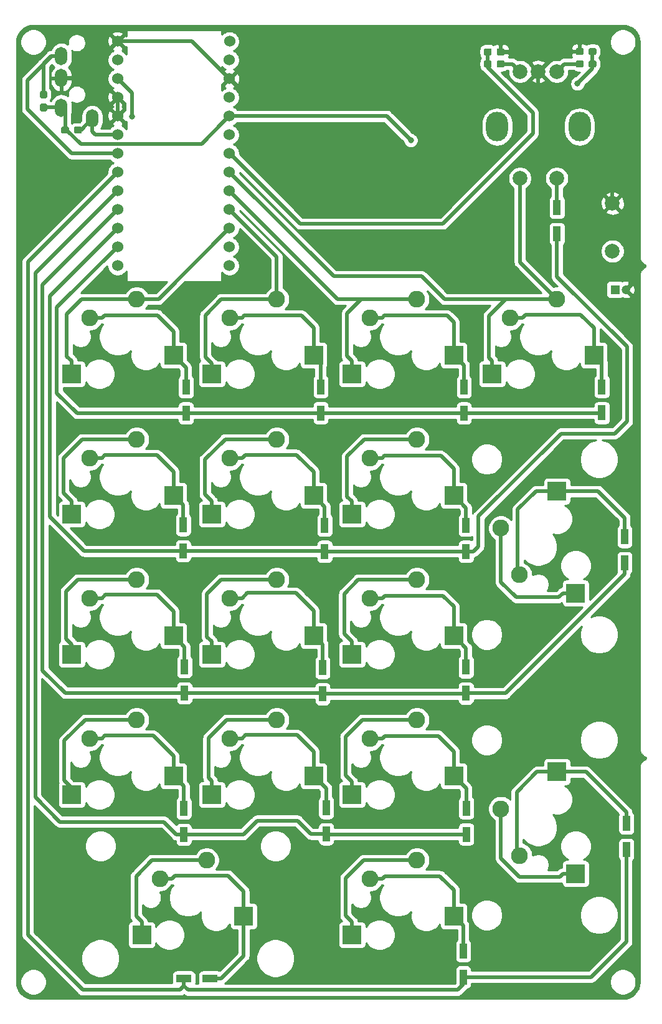
<source format=gbl>
G04 #@! TF.GenerationSoftware,KiCad,Pcbnew,(5.1.5)-3*
G04 #@! TF.CreationDate,2020-11-01T21:01:57+09:00*
G04 #@! TF.ProjectId,Pistachio_MacroPad,50697374-6163-4686-996f-5f4d6163726f,rev?*
G04 #@! TF.SameCoordinates,Original*
G04 #@! TF.FileFunction,Copper,L2,Bot*
G04 #@! TF.FilePolarity,Positive*
%FSLAX46Y46*%
G04 Gerber Fmt 4.6, Leading zero omitted, Abs format (unit mm)*
G04 Created by KiCad (PCBNEW (5.1.5)-3) date 2020-11-01 21:01:57*
%MOMM*%
%LPD*%
G04 APERTURE LIST*
%ADD10R,2.500000X2.550000*%
%ADD11C,2.286000*%
%ADD12C,1.200000*%
%ADD13R,1.200000X1.200000*%
%ADD14C,1.524000*%
%ADD15R,2.550000X2.500000*%
%ADD16C,0.100000*%
%ADD17O,3.000000X4.000000*%
%ADD18C,2.000000*%
%ADD19O,1.700000X2.500000*%
%ADD20R,1.000000X2.000000*%
%ADD21R,2.000000X1.000000*%
%ADD22C,0.800000*%
%ADD23C,0.500000*%
%ADD24C,0.254000*%
G04 APERTURE END LIST*
D10*
X100540000Y-87340000D03*
D11*
X95460000Y-98710000D03*
X92920000Y-92360000D03*
D10*
X103080000Y-101190000D03*
D12*
X109921080Y-59938820D03*
D13*
X108421080Y-59938820D03*
D14*
X40788600Y-28752000D03*
X40788600Y-31292000D03*
X40788600Y-33832000D03*
X40788600Y-36372000D03*
X40788600Y-38912000D03*
X40788600Y-41452000D03*
X40788600Y-43992000D03*
X40788600Y-46532000D03*
X40788600Y-49072000D03*
X40788600Y-51612000D03*
X40788600Y-54152000D03*
X40788600Y-56692000D03*
X56008600Y-56692000D03*
X56008600Y-54152000D03*
X56008600Y-51612000D03*
X56008600Y-49072000D03*
X56008600Y-46532000D03*
X56008600Y-43992000D03*
X56008600Y-41452000D03*
X56008600Y-38912000D03*
X56008600Y-36372000D03*
X56008600Y-33832000D03*
X56008600Y-31292000D03*
X56008600Y-28752000D03*
X56020000Y-26212000D03*
X40780000Y-26212000D03*
D15*
X48410000Y-126020000D03*
D11*
X37040000Y-120940000D03*
X43390000Y-118400000D03*
D15*
X34560000Y-128560000D03*
G04 #@! TA.AperFunction,SMDPad,CuDef*
D16*
G36*
X91430779Y-27176144D02*
G01*
X91453834Y-27179563D01*
X91476443Y-27185227D01*
X91498387Y-27193079D01*
X91519457Y-27203044D01*
X91539448Y-27215026D01*
X91558168Y-27228910D01*
X91575438Y-27244562D01*
X91591090Y-27261832D01*
X91604974Y-27280552D01*
X91616956Y-27300543D01*
X91626921Y-27321613D01*
X91634773Y-27343557D01*
X91640437Y-27366166D01*
X91643856Y-27389221D01*
X91645000Y-27412500D01*
X91645000Y-27887500D01*
X91643856Y-27910779D01*
X91640437Y-27933834D01*
X91634773Y-27956443D01*
X91626921Y-27978387D01*
X91616956Y-27999457D01*
X91604974Y-28019448D01*
X91591090Y-28038168D01*
X91575438Y-28055438D01*
X91558168Y-28071090D01*
X91539448Y-28084974D01*
X91519457Y-28096956D01*
X91498387Y-28106921D01*
X91476443Y-28114773D01*
X91453834Y-28120437D01*
X91430779Y-28123856D01*
X91407500Y-28125000D01*
X90832500Y-28125000D01*
X90809221Y-28123856D01*
X90786166Y-28120437D01*
X90763557Y-28114773D01*
X90741613Y-28106921D01*
X90720543Y-28096956D01*
X90700552Y-28084974D01*
X90681832Y-28071090D01*
X90664562Y-28055438D01*
X90648910Y-28038168D01*
X90635026Y-28019448D01*
X90623044Y-27999457D01*
X90613079Y-27978387D01*
X90605227Y-27956443D01*
X90599563Y-27933834D01*
X90596144Y-27910779D01*
X90595000Y-27887500D01*
X90595000Y-27412500D01*
X90596144Y-27389221D01*
X90599563Y-27366166D01*
X90605227Y-27343557D01*
X90613079Y-27321613D01*
X90623044Y-27300543D01*
X90635026Y-27280552D01*
X90648910Y-27261832D01*
X90664562Y-27244562D01*
X90681832Y-27228910D01*
X90700552Y-27215026D01*
X90720543Y-27203044D01*
X90741613Y-27193079D01*
X90763557Y-27185227D01*
X90786166Y-27179563D01*
X90809221Y-27176144D01*
X90832500Y-27175000D01*
X91407500Y-27175000D01*
X91430779Y-27176144D01*
G37*
G04 #@! TD.AperFunction*
G04 #@! TA.AperFunction,SMDPad,CuDef*
G36*
X93180779Y-27176144D02*
G01*
X93203834Y-27179563D01*
X93226443Y-27185227D01*
X93248387Y-27193079D01*
X93269457Y-27203044D01*
X93289448Y-27215026D01*
X93308168Y-27228910D01*
X93325438Y-27244562D01*
X93341090Y-27261832D01*
X93354974Y-27280552D01*
X93366956Y-27300543D01*
X93376921Y-27321613D01*
X93384773Y-27343557D01*
X93390437Y-27366166D01*
X93393856Y-27389221D01*
X93395000Y-27412500D01*
X93395000Y-27887500D01*
X93393856Y-27910779D01*
X93390437Y-27933834D01*
X93384773Y-27956443D01*
X93376921Y-27978387D01*
X93366956Y-27999457D01*
X93354974Y-28019448D01*
X93341090Y-28038168D01*
X93325438Y-28055438D01*
X93308168Y-28071090D01*
X93289448Y-28084974D01*
X93269457Y-28096956D01*
X93248387Y-28106921D01*
X93226443Y-28114773D01*
X93203834Y-28120437D01*
X93180779Y-28123856D01*
X93157500Y-28125000D01*
X92582500Y-28125000D01*
X92559221Y-28123856D01*
X92536166Y-28120437D01*
X92513557Y-28114773D01*
X92491613Y-28106921D01*
X92470543Y-28096956D01*
X92450552Y-28084974D01*
X92431832Y-28071090D01*
X92414562Y-28055438D01*
X92398910Y-28038168D01*
X92385026Y-28019448D01*
X92373044Y-27999457D01*
X92363079Y-27978387D01*
X92355227Y-27956443D01*
X92349563Y-27933834D01*
X92346144Y-27910779D01*
X92345000Y-27887500D01*
X92345000Y-27412500D01*
X92346144Y-27389221D01*
X92349563Y-27366166D01*
X92355227Y-27343557D01*
X92363079Y-27321613D01*
X92373044Y-27300543D01*
X92385026Y-27280552D01*
X92398910Y-27261832D01*
X92414562Y-27244562D01*
X92431832Y-27228910D01*
X92450552Y-27215026D01*
X92470543Y-27203044D01*
X92491613Y-27193079D01*
X92513557Y-27185227D01*
X92536166Y-27179563D01*
X92559221Y-27176144D01*
X92582500Y-27175000D01*
X93157500Y-27175000D01*
X93180779Y-27176144D01*
G37*
G04 #@! TD.AperFunction*
G04 #@! TA.AperFunction,SMDPad,CuDef*
G36*
X103930779Y-27126144D02*
G01*
X103953834Y-27129563D01*
X103976443Y-27135227D01*
X103998387Y-27143079D01*
X104019457Y-27153044D01*
X104039448Y-27165026D01*
X104058168Y-27178910D01*
X104075438Y-27194562D01*
X104091090Y-27211832D01*
X104104974Y-27230552D01*
X104116956Y-27250543D01*
X104126921Y-27271613D01*
X104134773Y-27293557D01*
X104140437Y-27316166D01*
X104143856Y-27339221D01*
X104145000Y-27362500D01*
X104145000Y-27837500D01*
X104143856Y-27860779D01*
X104140437Y-27883834D01*
X104134773Y-27906443D01*
X104126921Y-27928387D01*
X104116956Y-27949457D01*
X104104974Y-27969448D01*
X104091090Y-27988168D01*
X104075438Y-28005438D01*
X104058168Y-28021090D01*
X104039448Y-28034974D01*
X104019457Y-28046956D01*
X103998387Y-28056921D01*
X103976443Y-28064773D01*
X103953834Y-28070437D01*
X103930779Y-28073856D01*
X103907500Y-28075000D01*
X103332500Y-28075000D01*
X103309221Y-28073856D01*
X103286166Y-28070437D01*
X103263557Y-28064773D01*
X103241613Y-28056921D01*
X103220543Y-28046956D01*
X103200552Y-28034974D01*
X103181832Y-28021090D01*
X103164562Y-28005438D01*
X103148910Y-27988168D01*
X103135026Y-27969448D01*
X103123044Y-27949457D01*
X103113079Y-27928387D01*
X103105227Y-27906443D01*
X103099563Y-27883834D01*
X103096144Y-27860779D01*
X103095000Y-27837500D01*
X103095000Y-27362500D01*
X103096144Y-27339221D01*
X103099563Y-27316166D01*
X103105227Y-27293557D01*
X103113079Y-27271613D01*
X103123044Y-27250543D01*
X103135026Y-27230552D01*
X103148910Y-27211832D01*
X103164562Y-27194562D01*
X103181832Y-27178910D01*
X103200552Y-27165026D01*
X103220543Y-27153044D01*
X103241613Y-27143079D01*
X103263557Y-27135227D01*
X103286166Y-27129563D01*
X103309221Y-27126144D01*
X103332500Y-27125000D01*
X103907500Y-27125000D01*
X103930779Y-27126144D01*
G37*
G04 #@! TD.AperFunction*
G04 #@! TA.AperFunction,SMDPad,CuDef*
G36*
X105680779Y-27126144D02*
G01*
X105703834Y-27129563D01*
X105726443Y-27135227D01*
X105748387Y-27143079D01*
X105769457Y-27153044D01*
X105789448Y-27165026D01*
X105808168Y-27178910D01*
X105825438Y-27194562D01*
X105841090Y-27211832D01*
X105854974Y-27230552D01*
X105866956Y-27250543D01*
X105876921Y-27271613D01*
X105884773Y-27293557D01*
X105890437Y-27316166D01*
X105893856Y-27339221D01*
X105895000Y-27362500D01*
X105895000Y-27837500D01*
X105893856Y-27860779D01*
X105890437Y-27883834D01*
X105884773Y-27906443D01*
X105876921Y-27928387D01*
X105866956Y-27949457D01*
X105854974Y-27969448D01*
X105841090Y-27988168D01*
X105825438Y-28005438D01*
X105808168Y-28021090D01*
X105789448Y-28034974D01*
X105769457Y-28046956D01*
X105748387Y-28056921D01*
X105726443Y-28064773D01*
X105703834Y-28070437D01*
X105680779Y-28073856D01*
X105657500Y-28075000D01*
X105082500Y-28075000D01*
X105059221Y-28073856D01*
X105036166Y-28070437D01*
X105013557Y-28064773D01*
X104991613Y-28056921D01*
X104970543Y-28046956D01*
X104950552Y-28034974D01*
X104931832Y-28021090D01*
X104914562Y-28005438D01*
X104898910Y-27988168D01*
X104885026Y-27969448D01*
X104873044Y-27949457D01*
X104863079Y-27928387D01*
X104855227Y-27906443D01*
X104849563Y-27883834D01*
X104846144Y-27860779D01*
X104845000Y-27837500D01*
X104845000Y-27362500D01*
X104846144Y-27339221D01*
X104849563Y-27316166D01*
X104855227Y-27293557D01*
X104863079Y-27271613D01*
X104873044Y-27250543D01*
X104885026Y-27230552D01*
X104898910Y-27211832D01*
X104914562Y-27194562D01*
X104931832Y-27178910D01*
X104950552Y-27165026D01*
X104970543Y-27153044D01*
X104991613Y-27143079D01*
X105013557Y-27135227D01*
X105036166Y-27129563D01*
X105059221Y-27126144D01*
X105082500Y-27125000D01*
X105657500Y-27125000D01*
X105680779Y-27126144D01*
G37*
G04 #@! TD.AperFunction*
G04 #@! TA.AperFunction,SMDPad,CuDef*
G36*
X91430779Y-28816144D02*
G01*
X91453834Y-28819563D01*
X91476443Y-28825227D01*
X91498387Y-28833079D01*
X91519457Y-28843044D01*
X91539448Y-28855026D01*
X91558168Y-28868910D01*
X91575438Y-28884562D01*
X91591090Y-28901832D01*
X91604974Y-28920552D01*
X91616956Y-28940543D01*
X91626921Y-28961613D01*
X91634773Y-28983557D01*
X91640437Y-29006166D01*
X91643856Y-29029221D01*
X91645000Y-29052500D01*
X91645000Y-29527500D01*
X91643856Y-29550779D01*
X91640437Y-29573834D01*
X91634773Y-29596443D01*
X91626921Y-29618387D01*
X91616956Y-29639457D01*
X91604974Y-29659448D01*
X91591090Y-29678168D01*
X91575438Y-29695438D01*
X91558168Y-29711090D01*
X91539448Y-29724974D01*
X91519457Y-29736956D01*
X91498387Y-29746921D01*
X91476443Y-29754773D01*
X91453834Y-29760437D01*
X91430779Y-29763856D01*
X91407500Y-29765000D01*
X90832500Y-29765000D01*
X90809221Y-29763856D01*
X90786166Y-29760437D01*
X90763557Y-29754773D01*
X90741613Y-29746921D01*
X90720543Y-29736956D01*
X90700552Y-29724974D01*
X90681832Y-29711090D01*
X90664562Y-29695438D01*
X90648910Y-29678168D01*
X90635026Y-29659448D01*
X90623044Y-29639457D01*
X90613079Y-29618387D01*
X90605227Y-29596443D01*
X90599563Y-29573834D01*
X90596144Y-29550779D01*
X90595000Y-29527500D01*
X90595000Y-29052500D01*
X90596144Y-29029221D01*
X90599563Y-29006166D01*
X90605227Y-28983557D01*
X90613079Y-28961613D01*
X90623044Y-28940543D01*
X90635026Y-28920552D01*
X90648910Y-28901832D01*
X90664562Y-28884562D01*
X90681832Y-28868910D01*
X90700552Y-28855026D01*
X90720543Y-28843044D01*
X90741613Y-28833079D01*
X90763557Y-28825227D01*
X90786166Y-28819563D01*
X90809221Y-28816144D01*
X90832500Y-28815000D01*
X91407500Y-28815000D01*
X91430779Y-28816144D01*
G37*
G04 #@! TD.AperFunction*
G04 #@! TA.AperFunction,SMDPad,CuDef*
G36*
X93180779Y-28816144D02*
G01*
X93203834Y-28819563D01*
X93226443Y-28825227D01*
X93248387Y-28833079D01*
X93269457Y-28843044D01*
X93289448Y-28855026D01*
X93308168Y-28868910D01*
X93325438Y-28884562D01*
X93341090Y-28901832D01*
X93354974Y-28920552D01*
X93366956Y-28940543D01*
X93376921Y-28961613D01*
X93384773Y-28983557D01*
X93390437Y-29006166D01*
X93393856Y-29029221D01*
X93395000Y-29052500D01*
X93395000Y-29527500D01*
X93393856Y-29550779D01*
X93390437Y-29573834D01*
X93384773Y-29596443D01*
X93376921Y-29618387D01*
X93366956Y-29639457D01*
X93354974Y-29659448D01*
X93341090Y-29678168D01*
X93325438Y-29695438D01*
X93308168Y-29711090D01*
X93289448Y-29724974D01*
X93269457Y-29736956D01*
X93248387Y-29746921D01*
X93226443Y-29754773D01*
X93203834Y-29760437D01*
X93180779Y-29763856D01*
X93157500Y-29765000D01*
X92582500Y-29765000D01*
X92559221Y-29763856D01*
X92536166Y-29760437D01*
X92513557Y-29754773D01*
X92491613Y-29746921D01*
X92470543Y-29736956D01*
X92450552Y-29724974D01*
X92431832Y-29711090D01*
X92414562Y-29695438D01*
X92398910Y-29678168D01*
X92385026Y-29659448D01*
X92373044Y-29639457D01*
X92363079Y-29618387D01*
X92355227Y-29596443D01*
X92349563Y-29573834D01*
X92346144Y-29550779D01*
X92345000Y-29527500D01*
X92345000Y-29052500D01*
X92346144Y-29029221D01*
X92349563Y-29006166D01*
X92355227Y-28983557D01*
X92363079Y-28961613D01*
X92373044Y-28940543D01*
X92385026Y-28920552D01*
X92398910Y-28901832D01*
X92414562Y-28884562D01*
X92431832Y-28868910D01*
X92450552Y-28855026D01*
X92470543Y-28843044D01*
X92491613Y-28833079D01*
X92513557Y-28825227D01*
X92536166Y-28819563D01*
X92559221Y-28816144D01*
X92582500Y-28815000D01*
X93157500Y-28815000D01*
X93180779Y-28816144D01*
G37*
G04 #@! TD.AperFunction*
G04 #@! TA.AperFunction,SMDPad,CuDef*
G36*
X103930779Y-28816144D02*
G01*
X103953834Y-28819563D01*
X103976443Y-28825227D01*
X103998387Y-28833079D01*
X104019457Y-28843044D01*
X104039448Y-28855026D01*
X104058168Y-28868910D01*
X104075438Y-28884562D01*
X104091090Y-28901832D01*
X104104974Y-28920552D01*
X104116956Y-28940543D01*
X104126921Y-28961613D01*
X104134773Y-28983557D01*
X104140437Y-29006166D01*
X104143856Y-29029221D01*
X104145000Y-29052500D01*
X104145000Y-29527500D01*
X104143856Y-29550779D01*
X104140437Y-29573834D01*
X104134773Y-29596443D01*
X104126921Y-29618387D01*
X104116956Y-29639457D01*
X104104974Y-29659448D01*
X104091090Y-29678168D01*
X104075438Y-29695438D01*
X104058168Y-29711090D01*
X104039448Y-29724974D01*
X104019457Y-29736956D01*
X103998387Y-29746921D01*
X103976443Y-29754773D01*
X103953834Y-29760437D01*
X103930779Y-29763856D01*
X103907500Y-29765000D01*
X103332500Y-29765000D01*
X103309221Y-29763856D01*
X103286166Y-29760437D01*
X103263557Y-29754773D01*
X103241613Y-29746921D01*
X103220543Y-29736956D01*
X103200552Y-29724974D01*
X103181832Y-29711090D01*
X103164562Y-29695438D01*
X103148910Y-29678168D01*
X103135026Y-29659448D01*
X103123044Y-29639457D01*
X103113079Y-29618387D01*
X103105227Y-29596443D01*
X103099563Y-29573834D01*
X103096144Y-29550779D01*
X103095000Y-29527500D01*
X103095000Y-29052500D01*
X103096144Y-29029221D01*
X103099563Y-29006166D01*
X103105227Y-28983557D01*
X103113079Y-28961613D01*
X103123044Y-28940543D01*
X103135026Y-28920552D01*
X103148910Y-28901832D01*
X103164562Y-28884562D01*
X103181832Y-28868910D01*
X103200552Y-28855026D01*
X103220543Y-28843044D01*
X103241613Y-28833079D01*
X103263557Y-28825227D01*
X103286166Y-28819563D01*
X103309221Y-28816144D01*
X103332500Y-28815000D01*
X103907500Y-28815000D01*
X103930779Y-28816144D01*
G37*
G04 #@! TD.AperFunction*
G04 #@! TA.AperFunction,SMDPad,CuDef*
G36*
X105680779Y-28816144D02*
G01*
X105703834Y-28819563D01*
X105726443Y-28825227D01*
X105748387Y-28833079D01*
X105769457Y-28843044D01*
X105789448Y-28855026D01*
X105808168Y-28868910D01*
X105825438Y-28884562D01*
X105841090Y-28901832D01*
X105854974Y-28920552D01*
X105866956Y-28940543D01*
X105876921Y-28961613D01*
X105884773Y-28983557D01*
X105890437Y-29006166D01*
X105893856Y-29029221D01*
X105895000Y-29052500D01*
X105895000Y-29527500D01*
X105893856Y-29550779D01*
X105890437Y-29573834D01*
X105884773Y-29596443D01*
X105876921Y-29618387D01*
X105866956Y-29639457D01*
X105854974Y-29659448D01*
X105841090Y-29678168D01*
X105825438Y-29695438D01*
X105808168Y-29711090D01*
X105789448Y-29724974D01*
X105769457Y-29736956D01*
X105748387Y-29746921D01*
X105726443Y-29754773D01*
X105703834Y-29760437D01*
X105680779Y-29763856D01*
X105657500Y-29765000D01*
X105082500Y-29765000D01*
X105059221Y-29763856D01*
X105036166Y-29760437D01*
X105013557Y-29754773D01*
X104991613Y-29746921D01*
X104970543Y-29736956D01*
X104950552Y-29724974D01*
X104931832Y-29711090D01*
X104914562Y-29695438D01*
X104898910Y-29678168D01*
X104885026Y-29659448D01*
X104873044Y-29639457D01*
X104863079Y-29618387D01*
X104855227Y-29596443D01*
X104849563Y-29573834D01*
X104846144Y-29550779D01*
X104845000Y-29527500D01*
X104845000Y-29052500D01*
X104846144Y-29029221D01*
X104849563Y-29006166D01*
X104855227Y-28983557D01*
X104863079Y-28961613D01*
X104873044Y-28940543D01*
X104885026Y-28920552D01*
X104898910Y-28901832D01*
X104914562Y-28884562D01*
X104931832Y-28868910D01*
X104950552Y-28855026D01*
X104970543Y-28843044D01*
X104991613Y-28833079D01*
X105013557Y-28825227D01*
X105036166Y-28819563D01*
X105059221Y-28816144D01*
X105082500Y-28815000D01*
X105657500Y-28815000D01*
X105680779Y-28816144D01*
G37*
G04 #@! TD.AperFunction*
G04 #@! TA.AperFunction,SMDPad,CuDef*
G36*
X31000779Y-32931144D02*
G01*
X31023834Y-32934563D01*
X31046443Y-32940227D01*
X31068387Y-32948079D01*
X31089457Y-32958044D01*
X31109448Y-32970026D01*
X31128168Y-32983910D01*
X31145438Y-32999562D01*
X31161090Y-33016832D01*
X31174974Y-33035552D01*
X31186956Y-33055543D01*
X31196921Y-33076613D01*
X31204773Y-33098557D01*
X31210437Y-33121166D01*
X31213856Y-33144221D01*
X31215000Y-33167500D01*
X31215000Y-33742500D01*
X31213856Y-33765779D01*
X31210437Y-33788834D01*
X31204773Y-33811443D01*
X31196921Y-33833387D01*
X31186956Y-33854457D01*
X31174974Y-33874448D01*
X31161090Y-33893168D01*
X31145438Y-33910438D01*
X31128168Y-33926090D01*
X31109448Y-33939974D01*
X31089457Y-33951956D01*
X31068387Y-33961921D01*
X31046443Y-33969773D01*
X31023834Y-33975437D01*
X31000779Y-33978856D01*
X30977500Y-33980000D01*
X30502500Y-33980000D01*
X30479221Y-33978856D01*
X30456166Y-33975437D01*
X30433557Y-33969773D01*
X30411613Y-33961921D01*
X30390543Y-33951956D01*
X30370552Y-33939974D01*
X30351832Y-33926090D01*
X30334562Y-33910438D01*
X30318910Y-33893168D01*
X30305026Y-33874448D01*
X30293044Y-33854457D01*
X30283079Y-33833387D01*
X30275227Y-33811443D01*
X30269563Y-33788834D01*
X30266144Y-33765779D01*
X30265000Y-33742500D01*
X30265000Y-33167500D01*
X30266144Y-33144221D01*
X30269563Y-33121166D01*
X30275227Y-33098557D01*
X30283079Y-33076613D01*
X30293044Y-33055543D01*
X30305026Y-33035552D01*
X30318910Y-33016832D01*
X30334562Y-32999562D01*
X30351832Y-32983910D01*
X30370552Y-32970026D01*
X30390543Y-32958044D01*
X30411613Y-32948079D01*
X30433557Y-32940227D01*
X30456166Y-32934563D01*
X30479221Y-32931144D01*
X30502500Y-32930000D01*
X30977500Y-32930000D01*
X31000779Y-32931144D01*
G37*
G04 #@! TD.AperFunction*
G04 #@! TA.AperFunction,SMDPad,CuDef*
G36*
X31000779Y-34681144D02*
G01*
X31023834Y-34684563D01*
X31046443Y-34690227D01*
X31068387Y-34698079D01*
X31089457Y-34708044D01*
X31109448Y-34720026D01*
X31128168Y-34733910D01*
X31145438Y-34749562D01*
X31161090Y-34766832D01*
X31174974Y-34785552D01*
X31186956Y-34805543D01*
X31196921Y-34826613D01*
X31204773Y-34848557D01*
X31210437Y-34871166D01*
X31213856Y-34894221D01*
X31215000Y-34917500D01*
X31215000Y-35492500D01*
X31213856Y-35515779D01*
X31210437Y-35538834D01*
X31204773Y-35561443D01*
X31196921Y-35583387D01*
X31186956Y-35604457D01*
X31174974Y-35624448D01*
X31161090Y-35643168D01*
X31145438Y-35660438D01*
X31128168Y-35676090D01*
X31109448Y-35689974D01*
X31089457Y-35701956D01*
X31068387Y-35711921D01*
X31046443Y-35719773D01*
X31023834Y-35725437D01*
X31000779Y-35728856D01*
X30977500Y-35730000D01*
X30502500Y-35730000D01*
X30479221Y-35728856D01*
X30456166Y-35725437D01*
X30433557Y-35719773D01*
X30411613Y-35711921D01*
X30390543Y-35701956D01*
X30370552Y-35689974D01*
X30351832Y-35676090D01*
X30334562Y-35660438D01*
X30318910Y-35643168D01*
X30305026Y-35624448D01*
X30293044Y-35604457D01*
X30283079Y-35583387D01*
X30275227Y-35561443D01*
X30269563Y-35538834D01*
X30266144Y-35515779D01*
X30265000Y-35492500D01*
X30265000Y-34917500D01*
X30266144Y-34894221D01*
X30269563Y-34871166D01*
X30275227Y-34848557D01*
X30283079Y-34826613D01*
X30293044Y-34805543D01*
X30305026Y-34785552D01*
X30318910Y-34766832D01*
X30334562Y-34749562D01*
X30351832Y-34733910D01*
X30370552Y-34720026D01*
X30390543Y-34708044D01*
X30411613Y-34698079D01*
X30433557Y-34690227D01*
X30456166Y-34684563D01*
X30479221Y-34681144D01*
X30502500Y-34680000D01*
X30977500Y-34680000D01*
X31000779Y-34681144D01*
G37*
G04 #@! TD.AperFunction*
G04 #@! TA.AperFunction,SMDPad,CuDef*
G36*
X33970779Y-37806144D02*
G01*
X33993834Y-37809563D01*
X34016443Y-37815227D01*
X34038387Y-37823079D01*
X34059457Y-37833044D01*
X34079448Y-37845026D01*
X34098168Y-37858910D01*
X34115438Y-37874562D01*
X34131090Y-37891832D01*
X34144974Y-37910552D01*
X34156956Y-37930543D01*
X34166921Y-37951613D01*
X34174773Y-37973557D01*
X34180437Y-37996166D01*
X34183856Y-38019221D01*
X34185000Y-38042500D01*
X34185000Y-38517500D01*
X34183856Y-38540779D01*
X34180437Y-38563834D01*
X34174773Y-38586443D01*
X34166921Y-38608387D01*
X34156956Y-38629457D01*
X34144974Y-38649448D01*
X34131090Y-38668168D01*
X34115438Y-38685438D01*
X34098168Y-38701090D01*
X34079448Y-38714974D01*
X34059457Y-38726956D01*
X34038387Y-38736921D01*
X34016443Y-38744773D01*
X33993834Y-38750437D01*
X33970779Y-38753856D01*
X33947500Y-38755000D01*
X33372500Y-38755000D01*
X33349221Y-38753856D01*
X33326166Y-38750437D01*
X33303557Y-38744773D01*
X33281613Y-38736921D01*
X33260543Y-38726956D01*
X33240552Y-38714974D01*
X33221832Y-38701090D01*
X33204562Y-38685438D01*
X33188910Y-38668168D01*
X33175026Y-38649448D01*
X33163044Y-38629457D01*
X33153079Y-38608387D01*
X33145227Y-38586443D01*
X33139563Y-38563834D01*
X33136144Y-38540779D01*
X33135000Y-38517500D01*
X33135000Y-38042500D01*
X33136144Y-38019221D01*
X33139563Y-37996166D01*
X33145227Y-37973557D01*
X33153079Y-37951613D01*
X33163044Y-37930543D01*
X33175026Y-37910552D01*
X33188910Y-37891832D01*
X33204562Y-37874562D01*
X33221832Y-37858910D01*
X33240552Y-37845026D01*
X33260543Y-37833044D01*
X33281613Y-37823079D01*
X33303557Y-37815227D01*
X33326166Y-37809563D01*
X33349221Y-37806144D01*
X33372500Y-37805000D01*
X33947500Y-37805000D01*
X33970779Y-37806144D01*
G37*
G04 #@! TD.AperFunction*
G04 #@! TA.AperFunction,SMDPad,CuDef*
G36*
X35720779Y-37806144D02*
G01*
X35743834Y-37809563D01*
X35766443Y-37815227D01*
X35788387Y-37823079D01*
X35809457Y-37833044D01*
X35829448Y-37845026D01*
X35848168Y-37858910D01*
X35865438Y-37874562D01*
X35881090Y-37891832D01*
X35894974Y-37910552D01*
X35906956Y-37930543D01*
X35916921Y-37951613D01*
X35924773Y-37973557D01*
X35930437Y-37996166D01*
X35933856Y-38019221D01*
X35935000Y-38042500D01*
X35935000Y-38517500D01*
X35933856Y-38540779D01*
X35930437Y-38563834D01*
X35924773Y-38586443D01*
X35916921Y-38608387D01*
X35906956Y-38629457D01*
X35894974Y-38649448D01*
X35881090Y-38668168D01*
X35865438Y-38685438D01*
X35848168Y-38701090D01*
X35829448Y-38714974D01*
X35809457Y-38726956D01*
X35788387Y-38736921D01*
X35766443Y-38744773D01*
X35743834Y-38750437D01*
X35720779Y-38753856D01*
X35697500Y-38755000D01*
X35122500Y-38755000D01*
X35099221Y-38753856D01*
X35076166Y-38750437D01*
X35053557Y-38744773D01*
X35031613Y-38736921D01*
X35010543Y-38726956D01*
X34990552Y-38714974D01*
X34971832Y-38701090D01*
X34954562Y-38685438D01*
X34938910Y-38668168D01*
X34925026Y-38649448D01*
X34913044Y-38629457D01*
X34903079Y-38608387D01*
X34895227Y-38586443D01*
X34889563Y-38563834D01*
X34886144Y-38540779D01*
X34885000Y-38517500D01*
X34885000Y-38042500D01*
X34886144Y-38019221D01*
X34889563Y-37996166D01*
X34895227Y-37973557D01*
X34903079Y-37951613D01*
X34913044Y-37930543D01*
X34925026Y-37910552D01*
X34938910Y-37891832D01*
X34954562Y-37874562D01*
X34971832Y-37858910D01*
X34990552Y-37845026D01*
X35010543Y-37833044D01*
X35031613Y-37823079D01*
X35053557Y-37815227D01*
X35076166Y-37809563D01*
X35099221Y-37806144D01*
X35122500Y-37805000D01*
X35697500Y-37805000D01*
X35720779Y-37806144D01*
G37*
G04 #@! TD.AperFunction*
D15*
X48410000Y-68870000D03*
D11*
X37040000Y-63790000D03*
X43390000Y-61250000D03*
D15*
X34560000Y-71410000D03*
X53610000Y-71410000D03*
D11*
X62440000Y-61250000D03*
X56090000Y-63790000D03*
D15*
X67460000Y-68870000D03*
X86510000Y-68870000D03*
D11*
X75140000Y-63790000D03*
X81490000Y-61250000D03*
D15*
X72660000Y-71410000D03*
X105560000Y-68870000D03*
D11*
X94190000Y-63790000D03*
X100540000Y-61250000D03*
D15*
X91710000Y-71410000D03*
X34560000Y-90460000D03*
D11*
X43390000Y-80300000D03*
X37040000Y-82840000D03*
D15*
X48410000Y-87920000D03*
X67460000Y-87920000D03*
D11*
X56090000Y-82840000D03*
X62440000Y-80300000D03*
D15*
X53610000Y-90460000D03*
X72660000Y-90460000D03*
D11*
X81490000Y-80300000D03*
X75140000Y-82840000D03*
D15*
X86510000Y-87920000D03*
D17*
X103600000Y-37830000D03*
X92400000Y-37830000D03*
D18*
X95500000Y-30330000D03*
X98000000Y-30330000D03*
X100500000Y-30330000D03*
X95500000Y-44830000D03*
X100500000Y-44830000D03*
D15*
X34560000Y-109510000D03*
D11*
X43390000Y-99350000D03*
X37040000Y-101890000D03*
D15*
X48410000Y-106970000D03*
X53610000Y-109510000D03*
D11*
X62440000Y-99350000D03*
X56090000Y-101890000D03*
D15*
X67460000Y-106970000D03*
X86510000Y-106970000D03*
D11*
X75140000Y-101890000D03*
X81490000Y-99350000D03*
D15*
X72660000Y-109510000D03*
X53610000Y-128560000D03*
D11*
X62440000Y-118400000D03*
X56090000Y-120940000D03*
D15*
X67460000Y-126020000D03*
X86510000Y-126020000D03*
D11*
X75140000Y-120940000D03*
X81490000Y-118400000D03*
D15*
X72660000Y-128560000D03*
X44080000Y-147610000D03*
D11*
X52910000Y-137450000D03*
X46560000Y-139990000D03*
D15*
X57930000Y-145070000D03*
X86510000Y-145070000D03*
D11*
X75140000Y-139990000D03*
X81490000Y-137450000D03*
D15*
X72660000Y-147610000D03*
D10*
X103080000Y-139300000D03*
D11*
X92920000Y-130470000D03*
X95460000Y-136820000D03*
D10*
X100540000Y-125450000D03*
D19*
X33140000Y-28230000D03*
X33140000Y-31230000D03*
X33140000Y-35230000D03*
X37340000Y-36730000D03*
D18*
X108080000Y-54730000D03*
X108080000Y-48230000D03*
D20*
X50100000Y-73175000D03*
X50100000Y-76725000D03*
X68410000Y-76705000D03*
X68410000Y-73155000D03*
X87890000Y-73170000D03*
X87890000Y-76720000D03*
X106630000Y-76695000D03*
X106630000Y-73145000D03*
X49710000Y-91915000D03*
X49710000Y-95465000D03*
X68950000Y-95515000D03*
X68950000Y-91965000D03*
X88170000Y-91965000D03*
X88170000Y-95515000D03*
X100530000Y-48810000D03*
X100530000Y-52360000D03*
X49890000Y-111195000D03*
X49890000Y-114745000D03*
X68670000Y-114870000D03*
X68670000Y-111320000D03*
X88160000Y-111235000D03*
X88160000Y-114785000D03*
X109730000Y-97075000D03*
X109730000Y-93525000D03*
X49800000Y-130415000D03*
X49800000Y-133965000D03*
X69170000Y-133905000D03*
X69170000Y-130355000D03*
X88200000Y-133935000D03*
X88200000Y-130385000D03*
D21*
X53365000Y-153520000D03*
X49815000Y-153520000D03*
D20*
X87800000Y-153335000D03*
X87800000Y-149785000D03*
X109970000Y-136015000D03*
X109970000Y-132465000D03*
D22*
X29350000Y-44010000D03*
X32350000Y-44010000D03*
X35350000Y-44010000D03*
X29350000Y-47010000D03*
X32350000Y-47010000D03*
X29350000Y-50010000D03*
X29350000Y-41010000D03*
X37350000Y-28010000D03*
X62350000Y-34010000D03*
X62350000Y-31010000D03*
X66350000Y-31010000D03*
X66350000Y-34010000D03*
X70350000Y-34010000D03*
X70350000Y-31010000D03*
X74350000Y-31010000D03*
X74350000Y-34010000D03*
X78350000Y-34010000D03*
X78350000Y-31010000D03*
X82350000Y-31010000D03*
X82350000Y-34010000D03*
X86350000Y-31010000D03*
X86350000Y-34010000D03*
X67350000Y-42010000D03*
X67350000Y-46010000D03*
X72350000Y-46010000D03*
X72350000Y-42010000D03*
X77350000Y-42010000D03*
X77350000Y-46010000D03*
X82350000Y-46010000D03*
X82350000Y-42010000D03*
X87350000Y-42010000D03*
X68350000Y-53010000D03*
X72350000Y-53010000D03*
X76350000Y-53010000D03*
X80350000Y-53010000D03*
X84350000Y-53010000D03*
X88350000Y-53010000D03*
X92350000Y-53010000D03*
X92350000Y-49010000D03*
X92350000Y-57010000D03*
X88350000Y-57010000D03*
X84350000Y-57010000D03*
X36350000Y-140010000D03*
X40350000Y-140010000D03*
X40350000Y-144010000D03*
X36350000Y-144010000D03*
X31350000Y-140010000D03*
X31350000Y-144010000D03*
X62350000Y-141010000D03*
X68350000Y-141010000D03*
X68350000Y-146010000D03*
X62350000Y-146010000D03*
X67350000Y-152010000D03*
X71350000Y-152010000D03*
X75350000Y-152010000D03*
X79350000Y-152010000D03*
X91350000Y-150010000D03*
X95350000Y-150010000D03*
X95350000Y-146010000D03*
X100350000Y-146010000D03*
X100350000Y-150010000D03*
X104350000Y-150010000D03*
X110350000Y-123010000D03*
X110350000Y-118010000D03*
X104350000Y-112010000D03*
X99350000Y-112010000D03*
X99350000Y-117010000D03*
X69350000Y-119010000D03*
X49350000Y-119010000D03*
X32350000Y-119010000D03*
X96350000Y-106010000D03*
X88350000Y-99010000D03*
X69350000Y-99010000D03*
X50350000Y-100010000D03*
X50350000Y-80010000D03*
X69350000Y-80010000D03*
X88350000Y-80010000D03*
X97350000Y-80010000D03*
X68350000Y-62010000D03*
X50350000Y-61010000D03*
X39350000Y-60010000D03*
X98350000Y-41010000D03*
X103350000Y-43010000D03*
X103350000Y-52010000D03*
X98350000Y-53010000D03*
X91350000Y-112010000D03*
X107350000Y-91010000D03*
X32350000Y-96010000D03*
X33350000Y-79010000D03*
X31350000Y-136010000D03*
X89672200Y-139179200D03*
X97825600Y-142201800D03*
X106995000Y-136613800D03*
X109941400Y-112026600D03*
X104378800Y-116979600D03*
X107350600Y-97421600D03*
X87462400Y-118986200D03*
X103320000Y-31960000D03*
X42740000Y-36410000D03*
X80650000Y-39660000D03*
D23*
X91120000Y-29290000D02*
X91120000Y-27650000D01*
X91120000Y-29765000D02*
X91120000Y-29290000D01*
X97260000Y-35905000D02*
X91120000Y-29765000D01*
X56062000Y-41452000D02*
X65610000Y-51000000D01*
X56008600Y-41452000D02*
X56062000Y-41452000D01*
X65610000Y-51000000D02*
X85000000Y-51000000D01*
X85000000Y-51000000D02*
X97260000Y-38740000D01*
X97260000Y-38740000D02*
X97260000Y-35905000D01*
X95320000Y-27650000D02*
X92870000Y-27650000D01*
X98000000Y-30330000D02*
X95320000Y-27650000D01*
X100730000Y-27600000D02*
X103620000Y-27600000D01*
X98000000Y-30330000D02*
X100730000Y-27600000D01*
X108080000Y-37740000D02*
X108080000Y-48230000D01*
X104940000Y-34600000D02*
X108080000Y-37740000D01*
X100030000Y-34600000D02*
X104940000Y-34600000D01*
X98000000Y-30330000D02*
X98000000Y-32570000D01*
X98000000Y-32570000D02*
X100030000Y-34600000D01*
X38186600Y-31230000D02*
X40788600Y-33832000D01*
X33140000Y-31230000D02*
X38186600Y-31230000D01*
X40788600Y-36372000D02*
X40788600Y-33832000D01*
X35762000Y-31230000D02*
X40780000Y-26212000D01*
X33140000Y-31230000D02*
X35762000Y-31230000D01*
X50928600Y-26212000D02*
X56008600Y-31292000D01*
X40780000Y-26212000D02*
X50928600Y-26212000D01*
X110510000Y-59349900D02*
X109921080Y-59938820D01*
X108080000Y-48230000D02*
X110510000Y-50660000D01*
X110510000Y-50660000D02*
X110510000Y-59349900D01*
X105370000Y-29290000D02*
X105370000Y-27600000D01*
X103719999Y-31560001D02*
X103320000Y-31960000D01*
X105370000Y-29290000D02*
X105370000Y-29910000D01*
X105370000Y-29910000D02*
X103719999Y-31560001D01*
X50100000Y-70560000D02*
X48410000Y-68870000D01*
X50100000Y-73175000D02*
X50100000Y-70560000D01*
X38656446Y-63790000D02*
X37040000Y-63790000D01*
X39006446Y-63440000D02*
X38656446Y-63790000D01*
X46210000Y-63440000D02*
X39006446Y-63440000D01*
X48410000Y-68870000D02*
X48410000Y-65640000D01*
X48410000Y-65640000D02*
X46210000Y-63440000D01*
X68390000Y-76725000D02*
X68410000Y-76705000D01*
X50100000Y-76725000D02*
X68390000Y-76725000D01*
X87875000Y-76705000D02*
X87890000Y-76720000D01*
X68410000Y-76705000D02*
X87875000Y-76705000D01*
X106605000Y-76720000D02*
X106630000Y-76695000D01*
X87890000Y-76720000D02*
X106605000Y-76720000D01*
X35275000Y-76725000D02*
X32550000Y-74000000D01*
X50100000Y-76725000D02*
X35275000Y-76725000D01*
X32550000Y-62390600D02*
X40788600Y-54152000D01*
X32550000Y-74000000D02*
X32550000Y-62390600D01*
X68410000Y-69820000D02*
X67460000Y-68870000D01*
X68410000Y-73155000D02*
X68410000Y-69820000D01*
X65810000Y-63470000D02*
X58026446Y-63470000D01*
X67460000Y-68870000D02*
X67460000Y-65120000D01*
X57706446Y-63790000D02*
X56090000Y-63790000D01*
X58026446Y-63470000D02*
X57706446Y-63790000D01*
X67460000Y-65120000D02*
X65810000Y-63470000D01*
X87890000Y-70250000D02*
X86510000Y-68870000D01*
X87890000Y-73170000D02*
X87890000Y-70250000D01*
X77076446Y-63470000D02*
X76756446Y-63790000D01*
X76756446Y-63790000D02*
X75140000Y-63790000D01*
X85580000Y-63470000D02*
X77076446Y-63470000D01*
X86510000Y-68870000D02*
X86510000Y-64400000D01*
X86510000Y-64400000D02*
X85580000Y-63470000D01*
X106630000Y-69940000D02*
X105560000Y-68870000D01*
X106630000Y-73145000D02*
X106630000Y-69940000D01*
X95806446Y-63790000D02*
X94190000Y-63790000D01*
X96256446Y-63340000D02*
X95806446Y-63790000D01*
X103730000Y-63340000D02*
X96256446Y-63340000D01*
X105560000Y-68870000D02*
X105560000Y-65170000D01*
X105560000Y-65170000D02*
X103730000Y-63340000D01*
X49710000Y-89220000D02*
X48410000Y-87920000D01*
X49710000Y-91915000D02*
X49710000Y-89220000D01*
X39046446Y-82450000D02*
X38656446Y-82840000D01*
X38656446Y-82840000D02*
X37040000Y-82840000D01*
X46140000Y-82450000D02*
X39046446Y-82450000D01*
X48410000Y-87920000D02*
X48410000Y-84720000D01*
X48410000Y-84720000D02*
X46140000Y-82450000D01*
X68900000Y-95465000D02*
X68950000Y-95515000D01*
X49710000Y-95465000D02*
X68900000Y-95465000D01*
X69950000Y-95515000D02*
X88170000Y-95515000D01*
X68950000Y-95515000D02*
X69950000Y-95515000D01*
X40026601Y-52373999D02*
X40788600Y-51612000D01*
X31600000Y-60800600D02*
X40026601Y-52373999D01*
X31600000Y-90835002D02*
X31600000Y-60800600D01*
X49710000Y-95465000D02*
X36229998Y-95465000D01*
X36229998Y-95465000D02*
X31600000Y-90835002D01*
X100530000Y-58182980D02*
X100530000Y-52360000D01*
X110070000Y-67722980D02*
X100530000Y-58182980D01*
X110070000Y-77821360D02*
X110070000Y-67722980D01*
X108376760Y-79514600D02*
X110070000Y-77821360D01*
X89840000Y-90750000D02*
X101075400Y-79514600D01*
X88170000Y-95515000D02*
X89170000Y-95515000D01*
X89170000Y-95515000D02*
X89840000Y-94845000D01*
X89840000Y-94845000D02*
X89840000Y-90750000D01*
X101075400Y-79514600D02*
X108376760Y-79514600D01*
X68950000Y-89410000D02*
X67460000Y-87920000D01*
X68950000Y-91965000D02*
X68950000Y-89410000D01*
X57706446Y-82840000D02*
X56090000Y-82840000D01*
X65150000Y-82410000D02*
X58136446Y-82410000D01*
X58136446Y-82410000D02*
X57706446Y-82840000D01*
X67460000Y-87920000D02*
X67460000Y-84720000D01*
X67460000Y-84720000D02*
X65150000Y-82410000D01*
X88170000Y-89580000D02*
X86510000Y-87920000D01*
X88170000Y-91965000D02*
X88170000Y-89580000D01*
X76756446Y-82840000D02*
X75140000Y-82840000D01*
X77076446Y-82520000D02*
X76756446Y-82840000D01*
X84720000Y-82520000D02*
X77076446Y-82520000D01*
X86510000Y-87920000D02*
X86510000Y-84310000D01*
X86510000Y-84310000D02*
X84720000Y-82520000D01*
X100530000Y-44860000D02*
X100500000Y-44830000D01*
X100530000Y-48810000D02*
X100530000Y-44860000D01*
X49890000Y-108450000D02*
X48410000Y-106970000D01*
X49890000Y-111195000D02*
X49890000Y-108450000D01*
X39156446Y-101390000D02*
X38656446Y-101890000D01*
X46140000Y-101390000D02*
X39156446Y-101390000D01*
X48410000Y-106970000D02*
X48410000Y-103660000D01*
X38656446Y-101890000D02*
X37040000Y-101890000D01*
X48410000Y-103660000D02*
X46140000Y-101390000D01*
X68545000Y-114745000D02*
X68670000Y-114870000D01*
X49890000Y-114745000D02*
X68545000Y-114745000D01*
X88075000Y-114870000D02*
X88160000Y-114785000D01*
X68670000Y-114870000D02*
X88075000Y-114870000D01*
X109730000Y-98575000D02*
X109730000Y-97075000D01*
X93520000Y-114785000D02*
X109730000Y-98575000D01*
X88160000Y-114785000D02*
X93520000Y-114785000D01*
X30600000Y-111680000D02*
X30600000Y-59260600D01*
X30600000Y-59260600D02*
X40788600Y-49072000D01*
X49890000Y-114745000D02*
X33665000Y-114745000D01*
X33665000Y-114745000D02*
X30600000Y-111680000D01*
X68670000Y-108180000D02*
X67460000Y-106970000D01*
X68670000Y-111320000D02*
X68670000Y-108180000D01*
X57706446Y-101890000D02*
X56090000Y-101890000D01*
X58436446Y-101160000D02*
X57706446Y-101890000D01*
X65020000Y-101160000D02*
X58436446Y-101160000D01*
X67460000Y-106970000D02*
X67460000Y-103600000D01*
X67460000Y-103600000D02*
X65020000Y-101160000D01*
X88160000Y-108620000D02*
X86510000Y-106970000D01*
X88160000Y-111235000D02*
X88160000Y-108620000D01*
X76756446Y-101890000D02*
X75140000Y-101890000D01*
X85010000Y-101530000D02*
X77116446Y-101530000D01*
X86510000Y-106970000D02*
X86510000Y-103030000D01*
X77116446Y-101530000D02*
X76756446Y-101890000D01*
X86510000Y-103030000D02*
X85010000Y-101530000D01*
X97686240Y-87340000D02*
X98790000Y-87340000D01*
X95206860Y-89819380D02*
X97686240Y-87340000D01*
X98790000Y-87340000D02*
X100540000Y-87340000D01*
X95460000Y-98710000D02*
X95206860Y-98456860D01*
X95206860Y-98456860D02*
X95206860Y-89819380D01*
X102290000Y-87340000D02*
X100540000Y-87340000D01*
X106110740Y-87340000D02*
X102290000Y-87340000D01*
X109730000Y-93525000D02*
X109730000Y-90959260D01*
X109730000Y-90959260D02*
X106110740Y-87340000D01*
X49800000Y-127410000D02*
X48410000Y-126020000D01*
X49800000Y-130415000D02*
X49800000Y-127410000D01*
X39056446Y-120540000D02*
X38656446Y-120940000D01*
X45620000Y-120540000D02*
X39056446Y-120540000D01*
X48410000Y-126020000D02*
X48410000Y-123330000D01*
X38656446Y-120940000D02*
X37040000Y-120940000D01*
X48410000Y-123330000D02*
X45620000Y-120540000D01*
X69200000Y-133935000D02*
X69170000Y-133905000D01*
X88200000Y-133935000D02*
X69200000Y-133935000D01*
X67055000Y-133905000D02*
X69170000Y-133905000D01*
X59740000Y-132100000D02*
X65250000Y-132100000D01*
X49800000Y-133965000D02*
X57875000Y-133965000D01*
X65250000Y-132100000D02*
X67055000Y-133905000D01*
X57875000Y-133965000D02*
X59740000Y-132100000D01*
X48800000Y-133965000D02*
X47085000Y-132250000D01*
X29600000Y-128920000D02*
X29600000Y-57720600D01*
X29600000Y-57720600D02*
X40788600Y-46532000D01*
X32930000Y-132250000D02*
X29600000Y-128920000D01*
X49800000Y-133965000D02*
X48800000Y-133965000D01*
X47085000Y-132250000D02*
X32930000Y-132250000D01*
X69170000Y-127730000D02*
X67460000Y-126020000D01*
X69170000Y-130355000D02*
X69170000Y-127730000D01*
X57706446Y-120940000D02*
X56090000Y-120940000D01*
X58186446Y-120460000D02*
X57706446Y-120940000D01*
X65230000Y-120460000D02*
X58186446Y-120460000D01*
X67460000Y-126020000D02*
X67460000Y-122690000D01*
X67460000Y-122690000D02*
X65230000Y-120460000D01*
X88200000Y-127710000D02*
X86510000Y-126020000D01*
X88200000Y-130385000D02*
X88200000Y-127710000D01*
X76756446Y-120940000D02*
X75140000Y-120940000D01*
X84400000Y-120570000D02*
X77126446Y-120570000D01*
X86510000Y-126020000D02*
X86510000Y-122680000D01*
X77126446Y-120570000D02*
X76756446Y-120940000D01*
X86510000Y-122680000D02*
X84400000Y-120570000D01*
X57930000Y-146820000D02*
X57930000Y-145070000D01*
X57930000Y-150455000D02*
X57930000Y-146820000D01*
X54865000Y-153520000D02*
X57930000Y-150455000D01*
X53365000Y-153520000D02*
X54865000Y-153520000D01*
X48586446Y-139580000D02*
X48176446Y-139990000D01*
X48176446Y-139990000D02*
X46560000Y-139990000D01*
X57930000Y-145070000D02*
X57930000Y-141690000D01*
X55820000Y-139580000D02*
X48586446Y-139580000D01*
X57930000Y-141690000D02*
X55820000Y-139580000D01*
X109970000Y-148560000D02*
X109970000Y-136015000D01*
X87800000Y-153335000D02*
X105195000Y-153335000D01*
X105195000Y-153335000D02*
X109970000Y-148560000D01*
X87010000Y-155100000D02*
X87800000Y-154310000D01*
X87800000Y-154310000D02*
X87800000Y-153335000D01*
X50395000Y-155100000D02*
X87010000Y-155100000D01*
X49815000Y-153520000D02*
X49815000Y-154520000D01*
X49815000Y-154520000D02*
X50395000Y-155100000D01*
X49815000Y-154545000D02*
X49310000Y-155050000D01*
X28600000Y-56180600D02*
X40788600Y-43992000D01*
X49815000Y-153520000D02*
X49815000Y-154545000D01*
X36030000Y-155050000D02*
X28600000Y-147620000D01*
X49310000Y-155050000D02*
X36030000Y-155050000D01*
X28600000Y-147620000D02*
X28600000Y-56180600D01*
X87800000Y-146360000D02*
X86510000Y-145070000D01*
X87800000Y-149785000D02*
X87800000Y-146360000D01*
X77106446Y-139640000D02*
X76756446Y-139990000D01*
X86510000Y-145070000D02*
X86510000Y-141530000D01*
X76756446Y-139990000D02*
X75140000Y-139990000D01*
X84620000Y-139640000D02*
X77106446Y-139640000D01*
X86510000Y-141530000D02*
X84620000Y-139640000D01*
X98790000Y-125450000D02*
X100540000Y-125450000D01*
X97823560Y-125450000D02*
X98790000Y-125450000D01*
X95057000Y-128216560D02*
X97823560Y-125450000D01*
X95460000Y-136820000D02*
X95057000Y-136417000D01*
X95057000Y-136417000D02*
X95057000Y-128216560D01*
X109970000Y-130965000D02*
X109970000Y-132465000D01*
X104455000Y-125450000D02*
X109970000Y-130965000D01*
X100540000Y-125450000D02*
X104455000Y-125450000D01*
X42740000Y-33243400D02*
X40788600Y-31292000D01*
X42740000Y-36410000D02*
X42740000Y-33243400D01*
X33115000Y-35205000D02*
X33140000Y-35230000D01*
X30740000Y-35205000D02*
X33115000Y-35205000D01*
X33660000Y-35750000D02*
X33140000Y-35230000D01*
X33660000Y-38280000D02*
X33660000Y-35750000D01*
X55246601Y-37133999D02*
X56008600Y-36372000D01*
X52210600Y-40170000D02*
X55246601Y-37133999D01*
X35802712Y-40170000D02*
X52210600Y-40170000D01*
X33660000Y-38280000D02*
X33912712Y-38280000D01*
X33912712Y-38280000D02*
X35802712Y-40170000D01*
X77362000Y-36372000D02*
X80250001Y-39260001D01*
X80250001Y-39260001D02*
X80650000Y-39660000D01*
X56008600Y-36372000D02*
X77362000Y-36372000D01*
X94460000Y-29290000D02*
X95500000Y-30330000D01*
X92870000Y-29290000D02*
X94460000Y-29290000D01*
X101540000Y-29290000D02*
X100500000Y-30330000D01*
X103620000Y-29290000D02*
X101540000Y-29290000D01*
X31790000Y-28230000D02*
X33140000Y-28230000D01*
X30740000Y-29280000D02*
X31790000Y-28230000D01*
X30740000Y-33455000D02*
X30740000Y-29280000D01*
X39710970Y-41452000D02*
X40788600Y-41452000D01*
X31810000Y-28230000D02*
X28550000Y-31490000D01*
X33140000Y-28230000D02*
X31810000Y-28230000D01*
X28550000Y-31490000D02*
X28550000Y-35440000D01*
X28550000Y-35440000D02*
X34562000Y-41452000D01*
X34562000Y-41452000D02*
X39710970Y-41452000D01*
X39710970Y-38912000D02*
X40788600Y-38912000D01*
X37772000Y-38912000D02*
X39710970Y-38912000D01*
X37340000Y-38480000D02*
X37772000Y-38912000D01*
X37340000Y-36730000D02*
X37340000Y-38480000D01*
X35790000Y-38280000D02*
X37340000Y-36730000D01*
X35410000Y-38280000D02*
X35790000Y-38280000D01*
X51293554Y-137450000D02*
X52910000Y-137450000D01*
X44080000Y-145860000D02*
X43320000Y-145100000D01*
X44080000Y-147610000D02*
X44080000Y-145860000D01*
X43320000Y-145100000D02*
X43320000Y-139610000D01*
X43320000Y-139610000D02*
X45480000Y-137450000D01*
X45480000Y-137450000D02*
X51293554Y-137450000D01*
X41773554Y-118400000D02*
X43390000Y-118400000D01*
X34560000Y-128560000D02*
X34560000Y-127640000D01*
X34560000Y-127640000D02*
X33560000Y-126640000D01*
X36390000Y-118400000D02*
X41773554Y-118400000D01*
X33560000Y-126640000D02*
X33560000Y-121230000D01*
X33560000Y-121230000D02*
X36390000Y-118400000D01*
X41773554Y-99350000D02*
X43390000Y-99350000D01*
X34560000Y-108140000D02*
X33790000Y-107370000D01*
X33790000Y-100940000D02*
X35380000Y-99350000D01*
X34560000Y-109510000D02*
X34560000Y-108140000D01*
X33790000Y-107370000D02*
X33790000Y-100940000D01*
X35380000Y-99350000D02*
X41773554Y-99350000D01*
X41773554Y-80300000D02*
X43390000Y-80300000D01*
X34560000Y-88710000D02*
X33450000Y-87600000D01*
X33450000Y-82800000D02*
X35950000Y-80300000D01*
X35950000Y-80300000D02*
X41773554Y-80300000D01*
X34560000Y-90460000D02*
X34560000Y-88710000D01*
X33450000Y-87600000D02*
X33450000Y-82800000D01*
X41773554Y-61250000D02*
X43390000Y-61250000D01*
X34560000Y-69660000D02*
X33900000Y-69000000D01*
X34560000Y-71410000D02*
X34560000Y-69660000D01*
X33900000Y-63250000D02*
X35900000Y-61250000D01*
X33900000Y-69000000D02*
X33900000Y-63250000D01*
X35900000Y-61250000D02*
X41773554Y-61250000D01*
X46370600Y-61250000D02*
X43390000Y-61250000D01*
X56008600Y-51612000D02*
X46370600Y-61250000D01*
X60823554Y-118400000D02*
X62440000Y-118400000D01*
X53610000Y-128560000D02*
X53610000Y-126710000D01*
X53170000Y-126270000D02*
X53170000Y-120850000D01*
X53170000Y-120850000D02*
X55620000Y-118400000D01*
X53610000Y-126710000D02*
X53170000Y-126270000D01*
X55620000Y-118400000D02*
X60823554Y-118400000D01*
X60823554Y-99350000D02*
X62440000Y-99350000D01*
X53610000Y-109510000D02*
X53610000Y-107760000D01*
X52950000Y-107100000D02*
X52950000Y-101280000D01*
X53610000Y-107760000D02*
X52950000Y-107100000D01*
X52950000Y-101280000D02*
X54880000Y-99350000D01*
X54880000Y-99350000D02*
X60823554Y-99350000D01*
X60823554Y-80300000D02*
X62440000Y-80300000D01*
X53610000Y-88710000D02*
X52680000Y-87780000D01*
X53610000Y-90460000D02*
X53610000Y-88710000D01*
X52680000Y-87780000D02*
X52680000Y-83040000D01*
X52680000Y-83040000D02*
X55420000Y-80300000D01*
X55420000Y-80300000D02*
X60823554Y-80300000D01*
X60823554Y-61250000D02*
X62440000Y-61250000D01*
X53610000Y-69990000D02*
X52740000Y-69120000D01*
X53610000Y-71410000D02*
X53610000Y-69990000D01*
X54910000Y-61250000D02*
X60823554Y-61250000D01*
X52740000Y-69120000D02*
X52740000Y-63420000D01*
X52740000Y-63420000D02*
X54910000Y-61250000D01*
X62440000Y-55503400D02*
X56008600Y-49072000D01*
X62440000Y-61250000D02*
X62440000Y-55503400D01*
X79873554Y-137450000D02*
X81490000Y-137450000D01*
X72660000Y-145860000D02*
X71800000Y-145000000D01*
X72660000Y-147610000D02*
X72660000Y-145860000D01*
X74220000Y-137450000D02*
X79873554Y-137450000D01*
X71800000Y-145000000D02*
X71800000Y-139870000D01*
X71800000Y-139870000D02*
X74220000Y-137450000D01*
X79873554Y-118400000D02*
X81490000Y-118400000D01*
X72660000Y-126810000D02*
X71800000Y-125950000D01*
X72660000Y-128560000D02*
X72660000Y-126810000D01*
X74090000Y-118400000D02*
X79873554Y-118400000D01*
X71800000Y-125950000D02*
X71800000Y-120690000D01*
X71800000Y-120690000D02*
X74090000Y-118400000D01*
X79873554Y-99350000D02*
X81490000Y-99350000D01*
X72660000Y-107760000D02*
X71620000Y-106720000D01*
X71620000Y-106720000D02*
X71620000Y-101260000D01*
X71620000Y-101260000D02*
X73530000Y-99350000D01*
X72660000Y-109510000D02*
X72660000Y-107760000D01*
X73530000Y-99350000D02*
X79873554Y-99350000D01*
X79873554Y-80300000D02*
X81490000Y-80300000D01*
X72660000Y-88710000D02*
X72010000Y-88060000D01*
X72660000Y-90460000D02*
X72660000Y-88710000D01*
X72010000Y-88060000D02*
X72010000Y-82620000D01*
X72010000Y-82620000D02*
X74330000Y-80300000D01*
X74330000Y-80300000D02*
X79873554Y-80300000D01*
X79873554Y-61250000D02*
X81490000Y-61250000D01*
X72660000Y-69660000D02*
X71990000Y-68990000D01*
X72660000Y-71410000D02*
X72660000Y-69660000D01*
X71990000Y-68990000D02*
X71990000Y-63210000D01*
X71990000Y-63210000D02*
X73950000Y-61250000D01*
X73950000Y-61250000D02*
X79873554Y-61250000D01*
X56008600Y-46532000D02*
X56008600Y-46538600D01*
X70720000Y-61250000D02*
X81490000Y-61250000D01*
X56008600Y-46538600D02*
X70720000Y-61250000D01*
X100540000Y-61250000D02*
X98923554Y-61250000D01*
X91290000Y-63530000D02*
X93570000Y-61250000D01*
X93570000Y-61250000D02*
X98923554Y-61250000D01*
X91290000Y-69240000D02*
X91290000Y-63530000D01*
X91710000Y-71410000D02*
X91710000Y-69660000D01*
X91710000Y-69660000D02*
X91290000Y-69240000D01*
X95500000Y-56210000D02*
X100540000Y-61250000D01*
X95500000Y-44830000D02*
X95500000Y-56210000D01*
X82130000Y-58140000D02*
X70156600Y-58140000D01*
X100540000Y-61250000D02*
X85240000Y-61250000D01*
X70156600Y-58140000D02*
X56008600Y-43992000D01*
X85240000Y-61250000D02*
X82130000Y-58140000D01*
X92920000Y-132086446D02*
X92920000Y-130470000D01*
X101330000Y-139300000D02*
X100904700Y-139725300D01*
X92920000Y-137217460D02*
X92920000Y-132086446D01*
X103080000Y-139300000D02*
X101330000Y-139300000D01*
X100904700Y-139725300D02*
X95427840Y-139725300D01*
X95427840Y-139725300D02*
X92920000Y-137217460D01*
X92920000Y-93976446D02*
X92920000Y-92360000D01*
X101330000Y-101190000D02*
X100777860Y-101742140D01*
X94985880Y-101742140D02*
X92920000Y-99676260D01*
X103080000Y-101190000D02*
X101330000Y-101190000D01*
X100777860Y-101742140D02*
X94985880Y-101742140D01*
X92920000Y-99676260D02*
X92920000Y-93976446D01*
D24*
G36*
X109936631Y-24091736D02*
G01*
X110359157Y-24219304D01*
X110748857Y-24426511D01*
X111090887Y-24705463D01*
X111372221Y-25045537D01*
X111582145Y-25433782D01*
X111712660Y-25855407D01*
X111762376Y-26328424D01*
X111762375Y-55521264D01*
X111765433Y-55552309D01*
X111765412Y-55555265D01*
X111766413Y-55565478D01*
X111771447Y-55613376D01*
X111773010Y-55629244D01*
X111773171Y-55629773D01*
X111776613Y-55662527D01*
X111790013Y-55727804D01*
X111802491Y-55793219D01*
X111805457Y-55803044D01*
X111834313Y-55896263D01*
X111860155Y-55957738D01*
X111885086Y-56019444D01*
X111889903Y-56028505D01*
X111936316Y-56114343D01*
X111973571Y-56169575D01*
X112010044Y-56225311D01*
X112016530Y-56233264D01*
X112078732Y-56308453D01*
X112126016Y-56355408D01*
X112172605Y-56402984D01*
X112180512Y-56409525D01*
X112180517Y-56409530D01*
X112180523Y-56409534D01*
X112256133Y-56471201D01*
X112311631Y-56508074D01*
X112366594Y-56545708D01*
X112375621Y-56550589D01*
X112461782Y-56596401D01*
X112523388Y-56621793D01*
X112544881Y-56631005D01*
X112544960Y-56839464D01*
X112524809Y-56847935D01*
X112463091Y-56872871D01*
X112454030Y-56877688D01*
X112368192Y-56924101D01*
X112312937Y-56961371D01*
X112257224Y-56997829D01*
X112249271Y-57004315D01*
X112174082Y-57066517D01*
X112127127Y-57113801D01*
X112079551Y-57160390D01*
X112073009Y-57168297D01*
X112011334Y-57243918D01*
X111974445Y-57299439D01*
X111936827Y-57354379D01*
X111931955Y-57363390D01*
X111931950Y-57363397D01*
X111931947Y-57363404D01*
X111931946Y-57363406D01*
X111886134Y-57449567D01*
X111860742Y-57511173D01*
X111834508Y-57572380D01*
X111831473Y-57582184D01*
X111803268Y-57675602D01*
X111790321Y-57740988D01*
X111776478Y-57806116D01*
X111775406Y-57816309D01*
X111775405Y-57816316D01*
X111775405Y-57816322D01*
X111765883Y-57913440D01*
X111765883Y-57913447D01*
X111762376Y-57949055D01*
X111762375Y-122371305D01*
X111765433Y-122402350D01*
X111765412Y-122405306D01*
X111766413Y-122415519D01*
X111771447Y-122463417D01*
X111773010Y-122479285D01*
X111773171Y-122479814D01*
X111776613Y-122512568D01*
X111790013Y-122577845D01*
X111802491Y-122643260D01*
X111805457Y-122653085D01*
X111834313Y-122746304D01*
X111860155Y-122807779D01*
X111885086Y-122869485D01*
X111889903Y-122878546D01*
X111936316Y-122964384D01*
X111973571Y-123019616D01*
X112010044Y-123075352D01*
X112016530Y-123083305D01*
X112078732Y-123158494D01*
X112126016Y-123205449D01*
X112172605Y-123253025D01*
X112180512Y-123259566D01*
X112180517Y-123259571D01*
X112180523Y-123259575D01*
X112256133Y-123321242D01*
X112311631Y-123358115D01*
X112366594Y-123395749D01*
X112375621Y-123400630D01*
X112461782Y-123446442D01*
X112523388Y-123471834D01*
X112570208Y-123491901D01*
X112570278Y-123678862D01*
X112524809Y-123697976D01*
X112463091Y-123722912D01*
X112454030Y-123727729D01*
X112368192Y-123774142D01*
X112312937Y-123811412D01*
X112257224Y-123847870D01*
X112249271Y-123854356D01*
X112174082Y-123916558D01*
X112127127Y-123963842D01*
X112079551Y-124010431D01*
X112073009Y-124018338D01*
X112011334Y-124093959D01*
X111974445Y-124149480D01*
X111936827Y-124204420D01*
X111931955Y-124213431D01*
X111931950Y-124213438D01*
X111931947Y-124213445D01*
X111931946Y-124213447D01*
X111886134Y-124299608D01*
X111860742Y-124361214D01*
X111834508Y-124422421D01*
X111831473Y-124432225D01*
X111803268Y-124525643D01*
X111790321Y-124591029D01*
X111776478Y-124656157D01*
X111775406Y-124666350D01*
X111775405Y-124666357D01*
X111775405Y-124666363D01*
X111765919Y-124763113D01*
X111762375Y-124799097D01*
X111762376Y-153974274D01*
X111715782Y-154449476D01*
X111588214Y-154872002D01*
X111381007Y-155261703D01*
X111102052Y-155603734D01*
X110761977Y-155885070D01*
X110373732Y-156094992D01*
X109952113Y-156225506D01*
X109479102Y-156275221D01*
X29383397Y-156275221D01*
X28908195Y-156228627D01*
X28485669Y-156101059D01*
X28095968Y-155893852D01*
X27753937Y-155614897D01*
X27472601Y-155274822D01*
X27262679Y-154886577D01*
X27132165Y-154464958D01*
X27082450Y-153991947D01*
X27082450Y-153833300D01*
X27551142Y-153833300D01*
X27551142Y-154187142D01*
X27620173Y-154534185D01*
X27755582Y-154861092D01*
X27952166Y-155155301D01*
X28202370Y-155405505D01*
X28496579Y-155602089D01*
X28823486Y-155737498D01*
X29170529Y-155806529D01*
X29524371Y-155806529D01*
X29871414Y-155737498D01*
X30198321Y-155602089D01*
X30492530Y-155405505D01*
X30742734Y-155155301D01*
X30939318Y-154861092D01*
X31074727Y-154534185D01*
X31143758Y-154187142D01*
X31143758Y-153833300D01*
X31074727Y-153486257D01*
X30939318Y-153159350D01*
X30742734Y-152865141D01*
X30492530Y-152614937D01*
X30198321Y-152418353D01*
X29871414Y-152282944D01*
X29524371Y-152213913D01*
X29170529Y-152213913D01*
X28823486Y-152282944D01*
X28496579Y-152418353D01*
X28202370Y-152614937D01*
X27952166Y-152865141D01*
X27755582Y-153159350D01*
X27620173Y-153486257D01*
X27551142Y-153833300D01*
X27082450Y-153833300D01*
X27082450Y-31490000D01*
X27660719Y-31490000D01*
X27665000Y-31533469D01*
X27665001Y-35396521D01*
X27660719Y-35440000D01*
X27677805Y-35613490D01*
X27728412Y-35780313D01*
X27810590Y-35934059D01*
X27893468Y-36035046D01*
X27893471Y-36035049D01*
X27921184Y-36068817D01*
X27954952Y-36096530D01*
X33905470Y-42047049D01*
X33933183Y-42080817D01*
X33966951Y-42108530D01*
X33966953Y-42108532D01*
X33997555Y-42133646D01*
X34067941Y-42191411D01*
X34221687Y-42273589D01*
X34337903Y-42308843D01*
X34388509Y-42324195D01*
X34403306Y-42325652D01*
X34518523Y-42337000D01*
X34518531Y-42337000D01*
X34562000Y-42341281D01*
X34605469Y-42337000D01*
X39699782Y-42337000D01*
X39703480Y-42342535D01*
X39898065Y-42537120D01*
X40126873Y-42690005D01*
X40204115Y-42722000D01*
X40126873Y-42753995D01*
X39898065Y-42906880D01*
X39703480Y-43101465D01*
X39550595Y-43330273D01*
X39445286Y-43584510D01*
X39391600Y-43854408D01*
X39391600Y-44129592D01*
X39392899Y-44136122D01*
X28004952Y-55524070D01*
X27971184Y-55551783D01*
X27943471Y-55585551D01*
X27943468Y-55585554D01*
X27860590Y-55686541D01*
X27778412Y-55840287D01*
X27727805Y-56007110D01*
X27710719Y-56180600D01*
X27715001Y-56224079D01*
X27715000Y-147576531D01*
X27710719Y-147620000D01*
X27715000Y-147663469D01*
X27715000Y-147663476D01*
X27727805Y-147793489D01*
X27778411Y-147960312D01*
X27860589Y-148114058D01*
X27971183Y-148248817D01*
X28004956Y-148276534D01*
X35373470Y-155645049D01*
X35401183Y-155678817D01*
X35434951Y-155706530D01*
X35434953Y-155706532D01*
X35506634Y-155765359D01*
X35535941Y-155789411D01*
X35689687Y-155871589D01*
X35856510Y-155922195D01*
X35986523Y-155935000D01*
X35986531Y-155935000D01*
X36030000Y-155939281D01*
X36073469Y-155935000D01*
X49266531Y-155935000D01*
X49310000Y-155939281D01*
X49353469Y-155935000D01*
X49353477Y-155935000D01*
X49483490Y-155922195D01*
X49650313Y-155871589D01*
X49804059Y-155789411D01*
X49822038Y-155774656D01*
X49900941Y-155839411D01*
X50054687Y-155921589D01*
X50221510Y-155972195D01*
X50351523Y-155985000D01*
X50351531Y-155985000D01*
X50395000Y-155989281D01*
X50438469Y-155985000D01*
X86966531Y-155985000D01*
X87010000Y-155989281D01*
X87053469Y-155985000D01*
X87053477Y-155985000D01*
X87183490Y-155972195D01*
X87350313Y-155921589D01*
X87504059Y-155839411D01*
X87638817Y-155728817D01*
X87666534Y-155695044D01*
X88395050Y-154966529D01*
X88398952Y-154963326D01*
X88424482Y-154960812D01*
X88544180Y-154924502D01*
X88654494Y-154865537D01*
X88751185Y-154786185D01*
X88830537Y-154689494D01*
X88889502Y-154579180D01*
X88925812Y-154459482D01*
X88938072Y-154335000D01*
X88938072Y-154220000D01*
X105151531Y-154220000D01*
X105195000Y-154224281D01*
X105238469Y-154220000D01*
X105238477Y-154220000D01*
X105368490Y-154207195D01*
X105535313Y-154156589D01*
X105689059Y-154074411D01*
X105823817Y-153963817D01*
X105851534Y-153930044D01*
X105948278Y-153833300D01*
X107701068Y-153833300D01*
X107701068Y-154187142D01*
X107770099Y-154534185D01*
X107905508Y-154861092D01*
X108102092Y-155155301D01*
X108352296Y-155405505D01*
X108646505Y-155602089D01*
X108973412Y-155737498D01*
X109320455Y-155806529D01*
X109674297Y-155806529D01*
X110021340Y-155737498D01*
X110348247Y-155602089D01*
X110642456Y-155405505D01*
X110892660Y-155155301D01*
X111089244Y-154861092D01*
X111224653Y-154534185D01*
X111293684Y-154187142D01*
X111293684Y-153833300D01*
X111224653Y-153486257D01*
X111089244Y-153159350D01*
X110892660Y-152865141D01*
X110642456Y-152614937D01*
X110348247Y-152418353D01*
X110021340Y-152282944D01*
X109674297Y-152213913D01*
X109320455Y-152213913D01*
X108973412Y-152282944D01*
X108646505Y-152418353D01*
X108352296Y-152614937D01*
X108102092Y-152865141D01*
X107905508Y-153159350D01*
X107770099Y-153486257D01*
X107701068Y-153833300D01*
X105948278Y-153833300D01*
X110565051Y-149216528D01*
X110598817Y-149188817D01*
X110668278Y-149104180D01*
X110709411Y-149054059D01*
X110746600Y-148984482D01*
X110791589Y-148900313D01*
X110842195Y-148733490D01*
X110855000Y-148603477D01*
X110855000Y-148603469D01*
X110859281Y-148560000D01*
X110855000Y-148516531D01*
X110855000Y-137520501D01*
X110921185Y-137466185D01*
X111000537Y-137369494D01*
X111059502Y-137259180D01*
X111095812Y-137139482D01*
X111108072Y-137015000D01*
X111108072Y-135015000D01*
X111095812Y-134890518D01*
X111059502Y-134770820D01*
X111000537Y-134660506D01*
X110921185Y-134563815D01*
X110824494Y-134484463D01*
X110714180Y-134425498D01*
X110594482Y-134389188D01*
X110470000Y-134376928D01*
X109470000Y-134376928D01*
X109345518Y-134389188D01*
X109225820Y-134425498D01*
X109115506Y-134484463D01*
X109018815Y-134563815D01*
X108939463Y-134660506D01*
X108880498Y-134770820D01*
X108844188Y-134890518D01*
X108831928Y-135015000D01*
X108831928Y-137015000D01*
X108844188Y-137139482D01*
X108880498Y-137259180D01*
X108939463Y-137369494D01*
X109018815Y-137466185D01*
X109085001Y-137520502D01*
X109085000Y-148193421D01*
X104828422Y-152450000D01*
X88938072Y-152450000D01*
X88938072Y-152335000D01*
X88925812Y-152210518D01*
X88889502Y-152090820D01*
X88830537Y-151980506D01*
X88751185Y-151883815D01*
X88654494Y-151804463D01*
X88544180Y-151745498D01*
X88424482Y-151709188D01*
X88300000Y-151696928D01*
X87300000Y-151696928D01*
X87175518Y-151709188D01*
X87055820Y-151745498D01*
X86945506Y-151804463D01*
X86848815Y-151883815D01*
X86769463Y-151980506D01*
X86710498Y-152090820D01*
X86674188Y-152210518D01*
X86661928Y-152335000D01*
X86661928Y-154196494D01*
X86643422Y-154215000D01*
X55413173Y-154215000D01*
X55493817Y-154148817D01*
X55521534Y-154115044D01*
X58525050Y-151111529D01*
X58558817Y-151083817D01*
X58669411Y-150949059D01*
X58690565Y-150909482D01*
X58751589Y-150795314D01*
X58802195Y-150628490D01*
X58804352Y-150606589D01*
X58812281Y-150526076D01*
X59641100Y-150526076D01*
X59641100Y-151043924D01*
X59742127Y-151551822D01*
X59940299Y-152030251D01*
X60228000Y-152460826D01*
X60594174Y-152827000D01*
X61024749Y-153114701D01*
X61503178Y-153312873D01*
X62011076Y-153413900D01*
X62528924Y-153413900D01*
X63036822Y-153312873D01*
X63515251Y-153114701D01*
X63945826Y-152827000D01*
X64312000Y-152460826D01*
X64599701Y-152030251D01*
X64797873Y-151551822D01*
X64898900Y-151043924D01*
X64898900Y-150526076D01*
X64797873Y-150018178D01*
X64599701Y-149539749D01*
X64312000Y-149109174D01*
X63945826Y-148743000D01*
X63515251Y-148455299D01*
X63036822Y-148257127D01*
X62528924Y-148156100D01*
X62011076Y-148156100D01*
X61503178Y-148257127D01*
X61024749Y-148455299D01*
X60594174Y-148743000D01*
X60228000Y-149109174D01*
X59940299Y-149539749D01*
X59742127Y-150018178D01*
X59641100Y-150526076D01*
X58812281Y-150526076D01*
X58815000Y-150498477D01*
X58815000Y-150498469D01*
X58819281Y-150455000D01*
X58815000Y-150411531D01*
X58815000Y-146958072D01*
X59205000Y-146958072D01*
X59329482Y-146945812D01*
X59449180Y-146909502D01*
X59559494Y-146850537D01*
X59656185Y-146771185D01*
X59735537Y-146674494D01*
X59794502Y-146564180D01*
X59830812Y-146444482D01*
X59839132Y-146360000D01*
X70746928Y-146360000D01*
X70746928Y-148860000D01*
X70759188Y-148984482D01*
X70795498Y-149104180D01*
X70854463Y-149214494D01*
X70933815Y-149311185D01*
X71030506Y-149390537D01*
X71140820Y-149449502D01*
X71260518Y-149485812D01*
X71385000Y-149498072D01*
X73935000Y-149498072D01*
X74059482Y-149485812D01*
X74179180Y-149449502D01*
X74289494Y-149390537D01*
X74386185Y-149311185D01*
X74465537Y-149214494D01*
X74524502Y-149104180D01*
X74560812Y-148984482D01*
X74573072Y-148860000D01*
X74573072Y-148703741D01*
X74751637Y-148970983D01*
X75049017Y-149268363D01*
X75398698Y-149502012D01*
X75787244Y-149662953D01*
X76199721Y-149745000D01*
X76620279Y-149745000D01*
X77032756Y-149662953D01*
X77421302Y-149502012D01*
X77770983Y-149268363D01*
X78068363Y-148970983D01*
X78302012Y-148621302D01*
X78462953Y-148232756D01*
X78545000Y-147820279D01*
X78545000Y-147399721D01*
X78462953Y-146987244D01*
X78302012Y-146598698D01*
X78068363Y-146249017D01*
X77770983Y-145951637D01*
X77421302Y-145717988D01*
X77032756Y-145557047D01*
X76620279Y-145475000D01*
X76199721Y-145475000D01*
X75787244Y-145557047D01*
X75398698Y-145717988D01*
X75049017Y-145951637D01*
X74751637Y-146249017D01*
X74573072Y-146516259D01*
X74573072Y-146360000D01*
X74560812Y-146235518D01*
X74524502Y-146115820D01*
X74465537Y-146005506D01*
X74386185Y-145908815D01*
X74289494Y-145829463D01*
X74179180Y-145770498D01*
X74059482Y-145734188D01*
X73935000Y-145721928D01*
X73535683Y-145721928D01*
X73532195Y-145686510D01*
X73504150Y-145594058D01*
X73481589Y-145519686D01*
X73399411Y-145365941D01*
X73316532Y-145264953D01*
X73316530Y-145264951D01*
X73288817Y-145231183D01*
X73255049Y-145203470D01*
X72685000Y-144633422D01*
X72685000Y-143431072D01*
X72715826Y-143477206D01*
X72922794Y-143684174D01*
X73166162Y-143846788D01*
X73436579Y-143958798D01*
X73723652Y-144015900D01*
X74016348Y-144015900D01*
X74303421Y-143958798D01*
X74573838Y-143846788D01*
X74817206Y-143684174D01*
X75024174Y-143477206D01*
X75186788Y-143233838D01*
X75298798Y-142963421D01*
X75355900Y-142676348D01*
X75355900Y-142383652D01*
X75298798Y-142096579D01*
X75186788Y-141826162D01*
X75147925Y-141768000D01*
X75315118Y-141768000D01*
X75658623Y-141699672D01*
X75982199Y-141565643D01*
X76273409Y-141371063D01*
X76521063Y-141123409D01*
X76687044Y-140875000D01*
X76712977Y-140875000D01*
X76756446Y-140879281D01*
X76799915Y-140875000D01*
X76799923Y-140875000D01*
X76900718Y-140865073D01*
X76620299Y-141284749D01*
X76422127Y-141763178D01*
X76321100Y-142271076D01*
X76321100Y-142788924D01*
X76422127Y-143296822D01*
X76620299Y-143775251D01*
X76908000Y-144205826D01*
X77274174Y-144572000D01*
X77704749Y-144859701D01*
X78183178Y-145057873D01*
X78691076Y-145158900D01*
X79208924Y-145158900D01*
X79716822Y-145057873D01*
X80195251Y-144859701D01*
X80625826Y-144572000D01*
X80696237Y-144501589D01*
X80625000Y-144859721D01*
X80625000Y-145280279D01*
X80707047Y-145692756D01*
X80867988Y-146081302D01*
X81101637Y-146430983D01*
X81399017Y-146728363D01*
X81748698Y-146962012D01*
X82137244Y-147122953D01*
X82549721Y-147205000D01*
X82970279Y-147205000D01*
X83382756Y-147122953D01*
X83771302Y-146962012D01*
X84120983Y-146728363D01*
X84418363Y-146430983D01*
X84596928Y-146163741D01*
X84596928Y-146320000D01*
X84609188Y-146444482D01*
X84645498Y-146564180D01*
X84704463Y-146674494D01*
X84783815Y-146771185D01*
X84880506Y-146850537D01*
X84990820Y-146909502D01*
X85110518Y-146945812D01*
X85235000Y-146958072D01*
X86915001Y-146958072D01*
X86915000Y-148279498D01*
X86848815Y-148333815D01*
X86769463Y-148430506D01*
X86710498Y-148540820D01*
X86674188Y-148660518D01*
X86661928Y-148785000D01*
X86661928Y-150785000D01*
X86674188Y-150909482D01*
X86710498Y-151029180D01*
X86769463Y-151139494D01*
X86848815Y-151236185D01*
X86945506Y-151315537D01*
X87055820Y-151374502D01*
X87175518Y-151410812D01*
X87300000Y-151423072D01*
X88300000Y-151423072D01*
X88424482Y-151410812D01*
X88544180Y-151374502D01*
X88654494Y-151315537D01*
X88751185Y-151236185D01*
X88830537Y-151139494D01*
X88889502Y-151029180D01*
X88925812Y-150909482D01*
X88938072Y-150785000D01*
X88938072Y-148785000D01*
X88925812Y-148660518D01*
X88889502Y-148540820D01*
X88830537Y-148430506D01*
X88751185Y-148333815D01*
X88685000Y-148279499D01*
X88685000Y-146403465D01*
X88689281Y-146359999D01*
X88685000Y-146316533D01*
X88685000Y-146316523D01*
X88672195Y-146186510D01*
X88621589Y-146019687D01*
X88539411Y-145865941D01*
X88493018Y-145809411D01*
X88456532Y-145764953D01*
X88456530Y-145764951D01*
X88428817Y-145731183D01*
X88423072Y-145726468D01*
X88423072Y-144707357D01*
X88856000Y-144707357D01*
X88856000Y-145132643D01*
X88938970Y-145549757D01*
X89101719Y-145942670D01*
X89337996Y-146296282D01*
X89638718Y-146597004D01*
X89992330Y-146833281D01*
X90385243Y-146996030D01*
X90802357Y-147079000D01*
X91227643Y-147079000D01*
X91644757Y-146996030D01*
X92037670Y-146833281D01*
X92391282Y-146597004D01*
X92692004Y-146296282D01*
X92928281Y-145942670D01*
X93091030Y-145549757D01*
X93174000Y-145132643D01*
X93174000Y-144707357D01*
X93164795Y-144661076D01*
X103626100Y-144661076D01*
X103626100Y-145178924D01*
X103727127Y-145686822D01*
X103925299Y-146165251D01*
X104213000Y-146595826D01*
X104579174Y-146962000D01*
X105009749Y-147249701D01*
X105488178Y-147447873D01*
X105996076Y-147548900D01*
X106513924Y-147548900D01*
X107021822Y-147447873D01*
X107500251Y-147249701D01*
X107930826Y-146962000D01*
X108297000Y-146595826D01*
X108584701Y-146165251D01*
X108782873Y-145686822D01*
X108883900Y-145178924D01*
X108883900Y-144661076D01*
X108782873Y-144153178D01*
X108584701Y-143674749D01*
X108297000Y-143244174D01*
X107930826Y-142878000D01*
X107500251Y-142590299D01*
X107021822Y-142392127D01*
X106513924Y-142291100D01*
X105996076Y-142291100D01*
X105488178Y-142392127D01*
X105009749Y-142590299D01*
X104579174Y-142878000D01*
X104213000Y-143244174D01*
X103925299Y-143674749D01*
X103727127Y-144153178D01*
X103626100Y-144661076D01*
X93164795Y-144661076D01*
X93091030Y-144290243D01*
X92928281Y-143897330D01*
X92692004Y-143543718D01*
X92391282Y-143242996D01*
X92037670Y-143006719D01*
X91644757Y-142843970D01*
X91227643Y-142761000D01*
X90802357Y-142761000D01*
X90385243Y-142843970D01*
X89992330Y-143006719D01*
X89638718Y-143242996D01*
X89337996Y-143543718D01*
X89101719Y-143897330D01*
X88938970Y-144290243D01*
X88856000Y-144707357D01*
X88423072Y-144707357D01*
X88423072Y-143820000D01*
X88410812Y-143695518D01*
X88374502Y-143575820D01*
X88315537Y-143465506D01*
X88236185Y-143368815D01*
X88139494Y-143289463D01*
X88029180Y-143230498D01*
X87909482Y-143194188D01*
X87785000Y-143181928D01*
X87395000Y-143181928D01*
X87395000Y-141573469D01*
X87399281Y-141530000D01*
X87395000Y-141486531D01*
X87395000Y-141486523D01*
X87382195Y-141356510D01*
X87360426Y-141284749D01*
X87331589Y-141189686D01*
X87249411Y-141035941D01*
X87166532Y-140934953D01*
X87166530Y-140934951D01*
X87138817Y-140901183D01*
X87105049Y-140873470D01*
X85276534Y-139044956D01*
X85248817Y-139011183D01*
X85114059Y-138900589D01*
X84960313Y-138818411D01*
X84793490Y-138767805D01*
X84663477Y-138755000D01*
X84663469Y-138755000D01*
X84620000Y-138750719D01*
X84576531Y-138755000D01*
X82699472Y-138755000D01*
X82871063Y-138583409D01*
X83065643Y-138292199D01*
X83199672Y-137968623D01*
X83268000Y-137625118D01*
X83268000Y-137274882D01*
X83199672Y-136931377D01*
X83065643Y-136607801D01*
X82871063Y-136316591D01*
X82623409Y-136068937D01*
X82332199Y-135874357D01*
X82008623Y-135740328D01*
X81665118Y-135672000D01*
X81314882Y-135672000D01*
X80971377Y-135740328D01*
X80647801Y-135874357D01*
X80356591Y-136068937D01*
X80108937Y-136316591D01*
X79942956Y-136565000D01*
X74263469Y-136565000D01*
X74220000Y-136560719D01*
X74176531Y-136565000D01*
X74176523Y-136565000D01*
X74046510Y-136577805D01*
X73879687Y-136628411D01*
X73848872Y-136644882D01*
X73725941Y-136710589D01*
X73624953Y-136793468D01*
X73624951Y-136793470D01*
X73591183Y-136821183D01*
X73563470Y-136854951D01*
X71204951Y-139213471D01*
X71171184Y-139241183D01*
X71143471Y-139274951D01*
X71143468Y-139274954D01*
X71060590Y-139375941D01*
X70978412Y-139529687D01*
X70927805Y-139696510D01*
X70910719Y-139870000D01*
X70915001Y-139913479D01*
X70915000Y-144956531D01*
X70910719Y-145000000D01*
X70915000Y-145043469D01*
X70915000Y-145043476D01*
X70922595Y-145120589D01*
X70927805Y-145173490D01*
X70943157Y-145224096D01*
X70978411Y-145340312D01*
X71060589Y-145494058D01*
X71171183Y-145628817D01*
X71204956Y-145656534D01*
X71280629Y-145732207D01*
X71260518Y-145734188D01*
X71140820Y-145770498D01*
X71030506Y-145829463D01*
X70933815Y-145908815D01*
X70854463Y-146005506D01*
X70795498Y-146115820D01*
X70759188Y-146235518D01*
X70746928Y-146360000D01*
X59839132Y-146360000D01*
X59843072Y-146320000D01*
X59843072Y-143820000D01*
X59830812Y-143695518D01*
X59794502Y-143575820D01*
X59735537Y-143465506D01*
X59656185Y-143368815D01*
X59559494Y-143289463D01*
X59449180Y-143230498D01*
X59329482Y-143194188D01*
X59205000Y-143181928D01*
X58815000Y-143181928D01*
X58815000Y-141733469D01*
X58819281Y-141690000D01*
X58815000Y-141646531D01*
X58815000Y-141646523D01*
X58802195Y-141516510D01*
X58793098Y-141486523D01*
X58751589Y-141349686D01*
X58669411Y-141195941D01*
X58586532Y-141094953D01*
X58586530Y-141094951D01*
X58558817Y-141061183D01*
X58525049Y-141033470D01*
X56476534Y-138984956D01*
X56448817Y-138951183D01*
X56314059Y-138840589D01*
X56160313Y-138758411D01*
X55993490Y-138707805D01*
X55863477Y-138695000D01*
X55863469Y-138695000D01*
X55820000Y-138690719D01*
X55776531Y-138695000D01*
X54179472Y-138695000D01*
X54291063Y-138583409D01*
X54485643Y-138292199D01*
X54619672Y-137968623D01*
X54688000Y-137625118D01*
X54688000Y-137274882D01*
X54619672Y-136931377D01*
X54485643Y-136607801D01*
X54291063Y-136316591D01*
X54043409Y-136068937D01*
X53752199Y-135874357D01*
X53428623Y-135740328D01*
X53085118Y-135672000D01*
X52734882Y-135672000D01*
X52391377Y-135740328D01*
X52067801Y-135874357D01*
X51776591Y-136068937D01*
X51528937Y-136316591D01*
X51362956Y-136565000D01*
X45523465Y-136565000D01*
X45479999Y-136560719D01*
X45436533Y-136565000D01*
X45436523Y-136565000D01*
X45306510Y-136577805D01*
X45139687Y-136628411D01*
X44985941Y-136710589D01*
X44985939Y-136710590D01*
X44985940Y-136710590D01*
X44884953Y-136793468D01*
X44884951Y-136793470D01*
X44851183Y-136821183D01*
X44823470Y-136854951D01*
X42724951Y-138953471D01*
X42691184Y-138981183D01*
X42663471Y-139014951D01*
X42663468Y-139014954D01*
X42580590Y-139115941D01*
X42498412Y-139269687D01*
X42447805Y-139436510D01*
X42430719Y-139610000D01*
X42435001Y-139653479D01*
X42435000Y-145056531D01*
X42430719Y-145100000D01*
X42435000Y-145143469D01*
X42435000Y-145143476D01*
X42443638Y-145231183D01*
X42447805Y-145273490D01*
X42463157Y-145324096D01*
X42498411Y-145440312D01*
X42580589Y-145594058D01*
X42691183Y-145728817D01*
X42695884Y-145732675D01*
X42680518Y-145734188D01*
X42560820Y-145770498D01*
X42450506Y-145829463D01*
X42353815Y-145908815D01*
X42274463Y-146005506D01*
X42215498Y-146115820D01*
X42179188Y-146235518D01*
X42166928Y-146360000D01*
X42166928Y-148860000D01*
X42179188Y-148984482D01*
X42215498Y-149104180D01*
X42274463Y-149214494D01*
X42353815Y-149311185D01*
X42450506Y-149390537D01*
X42560820Y-149449502D01*
X42680518Y-149485812D01*
X42805000Y-149498072D01*
X45355000Y-149498072D01*
X45479482Y-149485812D01*
X45599180Y-149449502D01*
X45709494Y-149390537D01*
X45806185Y-149311185D01*
X45885537Y-149214494D01*
X45944502Y-149104180D01*
X45980812Y-148984482D01*
X45993072Y-148860000D01*
X45993072Y-148703741D01*
X46171637Y-148970983D01*
X46469017Y-149268363D01*
X46818698Y-149502012D01*
X47207244Y-149662953D01*
X47619721Y-149745000D01*
X48040279Y-149745000D01*
X48452756Y-149662953D01*
X48841302Y-149502012D01*
X49190983Y-149268363D01*
X49488363Y-148970983D01*
X49722012Y-148621302D01*
X49882953Y-148232756D01*
X49965000Y-147820279D01*
X49965000Y-147399721D01*
X49882953Y-146987244D01*
X49722012Y-146598698D01*
X49488363Y-146249017D01*
X49190983Y-145951637D01*
X48841302Y-145717988D01*
X48452756Y-145557047D01*
X48040279Y-145475000D01*
X47619721Y-145475000D01*
X47207244Y-145557047D01*
X46818698Y-145717988D01*
X46469017Y-145951637D01*
X46171637Y-146249017D01*
X45993072Y-146516259D01*
X45993072Y-146360000D01*
X45980812Y-146235518D01*
X45944502Y-146115820D01*
X45885537Y-146005506D01*
X45806185Y-145908815D01*
X45709494Y-145829463D01*
X45599180Y-145770498D01*
X45479482Y-145734188D01*
X45355000Y-145721928D01*
X44955683Y-145721928D01*
X44952195Y-145686510D01*
X44901589Y-145519687D01*
X44819411Y-145365941D01*
X44795210Y-145336452D01*
X44736532Y-145264953D01*
X44736530Y-145264951D01*
X44708817Y-145231183D01*
X44675049Y-145203470D01*
X44205000Y-144733422D01*
X44205000Y-143546380D01*
X44342794Y-143684174D01*
X44586162Y-143846788D01*
X44856579Y-143958798D01*
X45143652Y-144015900D01*
X45436348Y-144015900D01*
X45723421Y-143958798D01*
X45993838Y-143846788D01*
X46237206Y-143684174D01*
X46444174Y-143477206D01*
X46606788Y-143233838D01*
X46718798Y-142963421D01*
X46775900Y-142676348D01*
X46775900Y-142383652D01*
X46718798Y-142096579D01*
X46606788Y-141826162D01*
X46567925Y-141768000D01*
X46735118Y-141768000D01*
X47078623Y-141699672D01*
X47402199Y-141565643D01*
X47693409Y-141371063D01*
X47941063Y-141123409D01*
X48107044Y-140875000D01*
X48132977Y-140875000D01*
X48176446Y-140879281D01*
X48219915Y-140875000D01*
X48219923Y-140875000D01*
X48320718Y-140865073D01*
X48040299Y-141284749D01*
X47842127Y-141763178D01*
X47741100Y-142271076D01*
X47741100Y-142788924D01*
X47842127Y-143296822D01*
X48040299Y-143775251D01*
X48328000Y-144205826D01*
X48694174Y-144572000D01*
X49124749Y-144859701D01*
X49603178Y-145057873D01*
X50111076Y-145158900D01*
X50628924Y-145158900D01*
X51136822Y-145057873D01*
X51615251Y-144859701D01*
X52045826Y-144572000D01*
X52116237Y-144501589D01*
X52045000Y-144859721D01*
X52045000Y-145280279D01*
X52127047Y-145692756D01*
X52287988Y-146081302D01*
X52521637Y-146430983D01*
X52819017Y-146728363D01*
X53168698Y-146962012D01*
X53557244Y-147122953D01*
X53969721Y-147205000D01*
X54390279Y-147205000D01*
X54802756Y-147122953D01*
X55191302Y-146962012D01*
X55540983Y-146728363D01*
X55838363Y-146430983D01*
X56016928Y-146163741D01*
X56016928Y-146320000D01*
X56029188Y-146444482D01*
X56065498Y-146564180D01*
X56124463Y-146674494D01*
X56203815Y-146771185D01*
X56300506Y-146850537D01*
X56410820Y-146909502D01*
X56530518Y-146945812D01*
X56655000Y-146958072D01*
X57045001Y-146958072D01*
X57045000Y-150088421D01*
X54670270Y-152463152D01*
X54609180Y-152430498D01*
X54489482Y-152394188D01*
X54365000Y-152381928D01*
X52365000Y-152381928D01*
X52240518Y-152394188D01*
X52120820Y-152430498D01*
X52010506Y-152489463D01*
X51913815Y-152568815D01*
X51834463Y-152665506D01*
X51775498Y-152775820D01*
X51739188Y-152895518D01*
X51726928Y-153020000D01*
X51726928Y-154020000D01*
X51739188Y-154144482D01*
X51760579Y-154215000D01*
X51419421Y-154215000D01*
X51440812Y-154144482D01*
X51453072Y-154020000D01*
X51453072Y-153020000D01*
X51440812Y-152895518D01*
X51404502Y-152775820D01*
X51345537Y-152665506D01*
X51266185Y-152568815D01*
X51169494Y-152489463D01*
X51059180Y-152430498D01*
X50939482Y-152394188D01*
X50815000Y-152381928D01*
X48815000Y-152381928D01*
X48690518Y-152394188D01*
X48570820Y-152430498D01*
X48460506Y-152489463D01*
X48363815Y-152568815D01*
X48284463Y-152665506D01*
X48225498Y-152775820D01*
X48189188Y-152895518D01*
X48176928Y-153020000D01*
X48176928Y-154020000D01*
X48189188Y-154144482D01*
X48195412Y-154165000D01*
X36396579Y-154165000D01*
X32757655Y-150526076D01*
X35841100Y-150526076D01*
X35841100Y-151043924D01*
X35942127Y-151551822D01*
X36140299Y-152030251D01*
X36428000Y-152460826D01*
X36794174Y-152827000D01*
X37224749Y-153114701D01*
X37703178Y-153312873D01*
X38211076Y-153413900D01*
X38728924Y-153413900D01*
X39236822Y-153312873D01*
X39715251Y-153114701D01*
X40145826Y-152827000D01*
X40512000Y-152460826D01*
X40799701Y-152030251D01*
X40997873Y-151551822D01*
X41098900Y-151043924D01*
X41098900Y-150526076D01*
X40997873Y-150018178D01*
X40799701Y-149539749D01*
X40512000Y-149109174D01*
X40145826Y-148743000D01*
X39715251Y-148455299D01*
X39236822Y-148257127D01*
X38728924Y-148156100D01*
X38211076Y-148156100D01*
X37703178Y-148257127D01*
X37224749Y-148455299D01*
X36794174Y-148743000D01*
X36428000Y-149109174D01*
X36140299Y-149539749D01*
X35942127Y-150018178D01*
X35841100Y-150526076D01*
X32757655Y-150526076D01*
X29485000Y-147253422D01*
X29485000Y-135332357D01*
X36311000Y-135332357D01*
X36311000Y-135757643D01*
X36393970Y-136174757D01*
X36556719Y-136567670D01*
X36792996Y-136921282D01*
X37093718Y-137222004D01*
X37447330Y-137458281D01*
X37840243Y-137621030D01*
X38257357Y-137704000D01*
X38682643Y-137704000D01*
X39099757Y-137621030D01*
X39492670Y-137458281D01*
X39846282Y-137222004D01*
X40147004Y-136921282D01*
X40383281Y-136567670D01*
X40546030Y-136174757D01*
X40629000Y-135757643D01*
X40629000Y-135332357D01*
X40546030Y-134915243D01*
X40383281Y-134522330D01*
X40147004Y-134168718D01*
X39846282Y-133867996D01*
X39492670Y-133631719D01*
X39099757Y-133468970D01*
X38682643Y-133386000D01*
X38257357Y-133386000D01*
X37840243Y-133468970D01*
X37447330Y-133631719D01*
X37093718Y-133867996D01*
X36792996Y-134168718D01*
X36556719Y-134522330D01*
X36393970Y-134915243D01*
X36311000Y-135332357D01*
X29485000Y-135332357D01*
X29485000Y-130056578D01*
X32273470Y-132845049D01*
X32301183Y-132878817D01*
X32334951Y-132906530D01*
X32334953Y-132906532D01*
X32398448Y-132958641D01*
X32435941Y-132989411D01*
X32589687Y-133071589D01*
X32756510Y-133122195D01*
X32886523Y-133135000D01*
X32886533Y-133135000D01*
X32929999Y-133139281D01*
X32973465Y-133135000D01*
X46718422Y-133135000D01*
X48143470Y-134560049D01*
X48171183Y-134593817D01*
X48204951Y-134621530D01*
X48204953Y-134621532D01*
X48232830Y-134644410D01*
X48305941Y-134704411D01*
X48459687Y-134786589D01*
X48626510Y-134837195D01*
X48661928Y-134840683D01*
X48661928Y-134965000D01*
X48674188Y-135089482D01*
X48710498Y-135209180D01*
X48769463Y-135319494D01*
X48848815Y-135416185D01*
X48945506Y-135495537D01*
X49055820Y-135554502D01*
X49175518Y-135590812D01*
X49300000Y-135603072D01*
X50300000Y-135603072D01*
X50424482Y-135590812D01*
X50544180Y-135554502D01*
X50654494Y-135495537D01*
X50751185Y-135416185D01*
X50819980Y-135332357D01*
X60111000Y-135332357D01*
X60111000Y-135757643D01*
X60193970Y-136174757D01*
X60356719Y-136567670D01*
X60592996Y-136921282D01*
X60893718Y-137222004D01*
X61247330Y-137458281D01*
X61640243Y-137621030D01*
X62057357Y-137704000D01*
X62482643Y-137704000D01*
X62899757Y-137621030D01*
X63292670Y-137458281D01*
X63646282Y-137222004D01*
X63947004Y-136921282D01*
X64183281Y-136567670D01*
X64346030Y-136174757D01*
X64429000Y-135757643D01*
X64429000Y-135332357D01*
X64346030Y-134915243D01*
X64183281Y-134522330D01*
X63947004Y-134168718D01*
X63646282Y-133867996D01*
X63292670Y-133631719D01*
X62899757Y-133468970D01*
X62482643Y-133386000D01*
X62057357Y-133386000D01*
X61640243Y-133468970D01*
X61247330Y-133631719D01*
X60893718Y-133867996D01*
X60592996Y-134168718D01*
X60356719Y-134522330D01*
X60193970Y-134915243D01*
X60111000Y-135332357D01*
X50819980Y-135332357D01*
X50830537Y-135319494D01*
X50889502Y-135209180D01*
X50925812Y-135089482D01*
X50938072Y-134965000D01*
X50938072Y-134850000D01*
X57831531Y-134850000D01*
X57875000Y-134854281D01*
X57918469Y-134850000D01*
X57918477Y-134850000D01*
X58048490Y-134837195D01*
X58215313Y-134786589D01*
X58369059Y-134704411D01*
X58503817Y-134593817D01*
X58531534Y-134560044D01*
X60106579Y-132985000D01*
X64883422Y-132985000D01*
X66398470Y-134500049D01*
X66426183Y-134533817D01*
X66459951Y-134561530D01*
X66459953Y-134561532D01*
X66531452Y-134620210D01*
X66560941Y-134644411D01*
X66714687Y-134726589D01*
X66881510Y-134777195D01*
X67011523Y-134790000D01*
X67011533Y-134790000D01*
X67054999Y-134794281D01*
X67098465Y-134790000D01*
X68031928Y-134790000D01*
X68031928Y-134905000D01*
X68044188Y-135029482D01*
X68080498Y-135149180D01*
X68139463Y-135259494D01*
X68218815Y-135356185D01*
X68315506Y-135435537D01*
X68425820Y-135494502D01*
X68545518Y-135530812D01*
X68670000Y-135543072D01*
X69670000Y-135543072D01*
X69794482Y-135530812D01*
X69914180Y-135494502D01*
X70024494Y-135435537D01*
X70121185Y-135356185D01*
X70200537Y-135259494D01*
X70259502Y-135149180D01*
X70295812Y-135029482D01*
X70308072Y-134905000D01*
X70308072Y-134820000D01*
X87061928Y-134820000D01*
X87061928Y-134935000D01*
X87074188Y-135059482D01*
X87110498Y-135179180D01*
X87169463Y-135289494D01*
X87248815Y-135386185D01*
X87345506Y-135465537D01*
X87455820Y-135524502D01*
X87575518Y-135560812D01*
X87700000Y-135573072D01*
X88700000Y-135573072D01*
X88824482Y-135560812D01*
X88944180Y-135524502D01*
X89054494Y-135465537D01*
X89151185Y-135386185D01*
X89230537Y-135289494D01*
X89289502Y-135179180D01*
X89325812Y-135059482D01*
X89338072Y-134935000D01*
X89338072Y-132935000D01*
X89325812Y-132810518D01*
X89289502Y-132690820D01*
X89230537Y-132580506D01*
X89151185Y-132483815D01*
X89054494Y-132404463D01*
X88944180Y-132345498D01*
X88824482Y-132309188D01*
X88700000Y-132296928D01*
X87700000Y-132296928D01*
X87575518Y-132309188D01*
X87455820Y-132345498D01*
X87345506Y-132404463D01*
X87248815Y-132483815D01*
X87169463Y-132580506D01*
X87110498Y-132690820D01*
X87074188Y-132810518D01*
X87061928Y-132935000D01*
X87061928Y-133050000D01*
X70308072Y-133050000D01*
X70308072Y-132905000D01*
X70295812Y-132780518D01*
X70259502Y-132660820D01*
X70200537Y-132550506D01*
X70121185Y-132453815D01*
X70024494Y-132374463D01*
X69914180Y-132315498D01*
X69794482Y-132279188D01*
X69670000Y-132266928D01*
X68670000Y-132266928D01*
X68545518Y-132279188D01*
X68425820Y-132315498D01*
X68315506Y-132374463D01*
X68218815Y-132453815D01*
X68139463Y-132550506D01*
X68080498Y-132660820D01*
X68044188Y-132780518D01*
X68031928Y-132905000D01*
X68031928Y-133020000D01*
X67421579Y-133020000D01*
X65906534Y-131504956D01*
X65878817Y-131471183D01*
X65744059Y-131360589D01*
X65590313Y-131278411D01*
X65423490Y-131227805D01*
X65293477Y-131215000D01*
X65293469Y-131215000D01*
X65250000Y-131210719D01*
X65206531Y-131215000D01*
X59783465Y-131215000D01*
X59739999Y-131210719D01*
X59696533Y-131215000D01*
X59696523Y-131215000D01*
X59566510Y-131227805D01*
X59399687Y-131278411D01*
X59245941Y-131360589D01*
X59245939Y-131360590D01*
X59245940Y-131360590D01*
X59144953Y-131443468D01*
X59144951Y-131443470D01*
X59111183Y-131471183D01*
X59083470Y-131504951D01*
X57508422Y-133080000D01*
X50938072Y-133080000D01*
X50938072Y-132965000D01*
X50925812Y-132840518D01*
X50889502Y-132720820D01*
X50830537Y-132610506D01*
X50751185Y-132513815D01*
X50654494Y-132434463D01*
X50544180Y-132375498D01*
X50424482Y-132339188D01*
X50300000Y-132326928D01*
X49300000Y-132326928D01*
X49175518Y-132339188D01*
X49055820Y-132375498D01*
X48945506Y-132434463D01*
X48848815Y-132513815D01*
X48769463Y-132610506D01*
X48744251Y-132657673D01*
X47741534Y-131654956D01*
X47713817Y-131621183D01*
X47579059Y-131510589D01*
X47425313Y-131428411D01*
X47258490Y-131377805D01*
X47128477Y-131365000D01*
X47128469Y-131365000D01*
X47085000Y-131360719D01*
X47041531Y-131365000D01*
X33296579Y-131365000D01*
X30485000Y-128553422D01*
X30485000Y-127310000D01*
X32646928Y-127310000D01*
X32646928Y-129810000D01*
X32659188Y-129934482D01*
X32695498Y-130054180D01*
X32754463Y-130164494D01*
X32833815Y-130261185D01*
X32930506Y-130340537D01*
X33040820Y-130399502D01*
X33160518Y-130435812D01*
X33285000Y-130448072D01*
X35835000Y-130448072D01*
X35959482Y-130435812D01*
X36079180Y-130399502D01*
X36189494Y-130340537D01*
X36286185Y-130261185D01*
X36365537Y-130164494D01*
X36424502Y-130054180D01*
X36460812Y-129934482D01*
X36473072Y-129810000D01*
X36473072Y-129653741D01*
X36651637Y-129920983D01*
X36949017Y-130218363D01*
X37298698Y-130452012D01*
X37687244Y-130612953D01*
X38099721Y-130695000D01*
X38520279Y-130695000D01*
X38932756Y-130612953D01*
X39321302Y-130452012D01*
X39670983Y-130218363D01*
X39968363Y-129920983D01*
X40202012Y-129571302D01*
X40362953Y-129182756D01*
X40445000Y-128770279D01*
X40445000Y-128349721D01*
X40362953Y-127937244D01*
X40202012Y-127548698D01*
X39968363Y-127199017D01*
X39670983Y-126901637D01*
X39321302Y-126667988D01*
X38932756Y-126507047D01*
X38520279Y-126425000D01*
X38099721Y-126425000D01*
X37687244Y-126507047D01*
X37298698Y-126667988D01*
X36949017Y-126901637D01*
X36651637Y-127199017D01*
X36473072Y-127466259D01*
X36473072Y-127310000D01*
X36460812Y-127185518D01*
X36424502Y-127065820D01*
X36365537Y-126955506D01*
X36286185Y-126858815D01*
X36189494Y-126779463D01*
X36079180Y-126720498D01*
X35959482Y-126684188D01*
X35835000Y-126671928D01*
X34843507Y-126671928D01*
X34445000Y-126273422D01*
X34445000Y-124164012D01*
X34453212Y-124183838D01*
X34615826Y-124427206D01*
X34822794Y-124634174D01*
X35066162Y-124796788D01*
X35336579Y-124908798D01*
X35623652Y-124965900D01*
X35916348Y-124965900D01*
X36203421Y-124908798D01*
X36473838Y-124796788D01*
X36717206Y-124634174D01*
X36924174Y-124427206D01*
X37086788Y-124183838D01*
X37198798Y-123913421D01*
X37255900Y-123626348D01*
X37255900Y-123333652D01*
X37198798Y-123046579D01*
X37086788Y-122776162D01*
X37047925Y-122718000D01*
X37215118Y-122718000D01*
X37558623Y-122649672D01*
X37882199Y-122515643D01*
X38173409Y-122321063D01*
X38421063Y-122073409D01*
X38587044Y-121825000D01*
X38612977Y-121825000D01*
X38656446Y-121829281D01*
X38699915Y-121825000D01*
X38699923Y-121825000D01*
X38800718Y-121815073D01*
X38520299Y-122234749D01*
X38322127Y-122713178D01*
X38221100Y-123221076D01*
X38221100Y-123738924D01*
X38322127Y-124246822D01*
X38520299Y-124725251D01*
X38808000Y-125155826D01*
X39174174Y-125522000D01*
X39604749Y-125809701D01*
X40083178Y-126007873D01*
X40591076Y-126108900D01*
X41108924Y-126108900D01*
X41616822Y-126007873D01*
X42095251Y-125809701D01*
X42525826Y-125522000D01*
X42596237Y-125451589D01*
X42525000Y-125809721D01*
X42525000Y-126230279D01*
X42607047Y-126642756D01*
X42767988Y-127031302D01*
X43001637Y-127380983D01*
X43299017Y-127678363D01*
X43648698Y-127912012D01*
X44037244Y-128072953D01*
X44449721Y-128155000D01*
X44870279Y-128155000D01*
X45282756Y-128072953D01*
X45671302Y-127912012D01*
X46020983Y-127678363D01*
X46318363Y-127380983D01*
X46496928Y-127113741D01*
X46496928Y-127270000D01*
X46509188Y-127394482D01*
X46545498Y-127514180D01*
X46604463Y-127624494D01*
X46683815Y-127721185D01*
X46780506Y-127800537D01*
X46890820Y-127859502D01*
X47010518Y-127895812D01*
X47135000Y-127908072D01*
X48915001Y-127908072D01*
X48915001Y-128909498D01*
X48848815Y-128963815D01*
X48769463Y-129060506D01*
X48710498Y-129170820D01*
X48674188Y-129290518D01*
X48661928Y-129415000D01*
X48661928Y-131415000D01*
X48674188Y-131539482D01*
X48710498Y-131659180D01*
X48769463Y-131769494D01*
X48848815Y-131866185D01*
X48945506Y-131945537D01*
X49055820Y-132004502D01*
X49175518Y-132040812D01*
X49300000Y-132053072D01*
X50300000Y-132053072D01*
X50424482Y-132040812D01*
X50544180Y-132004502D01*
X50654494Y-131945537D01*
X50751185Y-131866185D01*
X50830537Y-131769494D01*
X50889502Y-131659180D01*
X50925812Y-131539482D01*
X50938072Y-131415000D01*
X50938072Y-129415000D01*
X50925812Y-129290518D01*
X50889502Y-129170820D01*
X50830537Y-129060506D01*
X50751185Y-128963815D01*
X50685000Y-128909499D01*
X50685000Y-127453469D01*
X50689281Y-127410000D01*
X50685000Y-127366531D01*
X50685000Y-127366523D01*
X50679434Y-127310000D01*
X51696928Y-127310000D01*
X51696928Y-129810000D01*
X51709188Y-129934482D01*
X51745498Y-130054180D01*
X51804463Y-130164494D01*
X51883815Y-130261185D01*
X51980506Y-130340537D01*
X52090820Y-130399502D01*
X52210518Y-130435812D01*
X52335000Y-130448072D01*
X54885000Y-130448072D01*
X55009482Y-130435812D01*
X55129180Y-130399502D01*
X55239494Y-130340537D01*
X55336185Y-130261185D01*
X55415537Y-130164494D01*
X55474502Y-130054180D01*
X55510812Y-129934482D01*
X55523072Y-129810000D01*
X55523072Y-129653741D01*
X55701637Y-129920983D01*
X55999017Y-130218363D01*
X56348698Y-130452012D01*
X56737244Y-130612953D01*
X57149721Y-130695000D01*
X57570279Y-130695000D01*
X57982756Y-130612953D01*
X58371302Y-130452012D01*
X58720983Y-130218363D01*
X59018363Y-129920983D01*
X59252012Y-129571302D01*
X59412953Y-129182756D01*
X59495000Y-128770279D01*
X59495000Y-128349721D01*
X59412953Y-127937244D01*
X59252012Y-127548698D01*
X59018363Y-127199017D01*
X58720983Y-126901637D01*
X58371302Y-126667988D01*
X57982756Y-126507047D01*
X57570279Y-126425000D01*
X57149721Y-126425000D01*
X56737244Y-126507047D01*
X56348698Y-126667988D01*
X55999017Y-126901637D01*
X55701637Y-127199017D01*
X55523072Y-127466259D01*
X55523072Y-127310000D01*
X55510812Y-127185518D01*
X55474502Y-127065820D01*
X55415537Y-126955506D01*
X55336185Y-126858815D01*
X55239494Y-126779463D01*
X55129180Y-126720498D01*
X55009482Y-126684188D01*
X54885000Y-126671928D01*
X54495532Y-126671928D01*
X54495000Y-126666531D01*
X54495000Y-126666523D01*
X54482195Y-126536510D01*
X54477405Y-126520718D01*
X54454150Y-126444059D01*
X54431589Y-126369687D01*
X54349411Y-126215941D01*
X54238817Y-126081183D01*
X54205044Y-126053466D01*
X54055000Y-125903422D01*
X54055000Y-124755921D01*
X54116162Y-124796788D01*
X54386579Y-124908798D01*
X54673652Y-124965900D01*
X54966348Y-124965900D01*
X55253421Y-124908798D01*
X55523838Y-124796788D01*
X55767206Y-124634174D01*
X55974174Y-124427206D01*
X56136788Y-124183838D01*
X56248798Y-123913421D01*
X56305900Y-123626348D01*
X56305900Y-123333652D01*
X56248798Y-123046579D01*
X56136788Y-122776162D01*
X56097925Y-122718000D01*
X56265118Y-122718000D01*
X56608623Y-122649672D01*
X56932199Y-122515643D01*
X57223409Y-122321063D01*
X57471063Y-122073409D01*
X57637044Y-121825000D01*
X57662977Y-121825000D01*
X57706446Y-121829281D01*
X57749915Y-121825000D01*
X57749923Y-121825000D01*
X57850718Y-121815073D01*
X57570299Y-122234749D01*
X57372127Y-122713178D01*
X57271100Y-123221076D01*
X57271100Y-123738924D01*
X57372127Y-124246822D01*
X57570299Y-124725251D01*
X57858000Y-125155826D01*
X58224174Y-125522000D01*
X58654749Y-125809701D01*
X59133178Y-126007873D01*
X59641076Y-126108900D01*
X60158924Y-126108900D01*
X60666822Y-126007873D01*
X61145251Y-125809701D01*
X61575826Y-125522000D01*
X61646237Y-125451589D01*
X61575000Y-125809721D01*
X61575000Y-126230279D01*
X61657047Y-126642756D01*
X61817988Y-127031302D01*
X62051637Y-127380983D01*
X62349017Y-127678363D01*
X62698698Y-127912012D01*
X63087244Y-128072953D01*
X63499721Y-128155000D01*
X63920279Y-128155000D01*
X64332756Y-128072953D01*
X64721302Y-127912012D01*
X65070983Y-127678363D01*
X65368363Y-127380983D01*
X65546928Y-127113741D01*
X65546928Y-127270000D01*
X65559188Y-127394482D01*
X65595498Y-127514180D01*
X65654463Y-127624494D01*
X65733815Y-127721185D01*
X65830506Y-127800537D01*
X65940820Y-127859502D01*
X66060518Y-127895812D01*
X66185000Y-127908072D01*
X68096493Y-127908072D01*
X68285001Y-128096580D01*
X68285001Y-128849498D01*
X68218815Y-128903815D01*
X68139463Y-129000506D01*
X68080498Y-129110820D01*
X68044188Y-129230518D01*
X68031928Y-129355000D01*
X68031928Y-131355000D01*
X68044188Y-131479482D01*
X68080498Y-131599180D01*
X68139463Y-131709494D01*
X68218815Y-131806185D01*
X68315506Y-131885537D01*
X68425820Y-131944502D01*
X68545518Y-131980812D01*
X68670000Y-131993072D01*
X69670000Y-131993072D01*
X69794482Y-131980812D01*
X69914180Y-131944502D01*
X70024494Y-131885537D01*
X70121185Y-131806185D01*
X70200537Y-131709494D01*
X70259502Y-131599180D01*
X70295812Y-131479482D01*
X70308072Y-131355000D01*
X70308072Y-129355000D01*
X70295812Y-129230518D01*
X70259502Y-129110820D01*
X70200537Y-129000506D01*
X70121185Y-128903815D01*
X70055000Y-128849499D01*
X70055000Y-127773465D01*
X70059281Y-127729999D01*
X70055000Y-127686533D01*
X70055000Y-127686523D01*
X70042195Y-127556510D01*
X69991589Y-127389687D01*
X69948996Y-127310000D01*
X70746928Y-127310000D01*
X70746928Y-129810000D01*
X70759188Y-129934482D01*
X70795498Y-130054180D01*
X70854463Y-130164494D01*
X70933815Y-130261185D01*
X71030506Y-130340537D01*
X71140820Y-130399502D01*
X71260518Y-130435812D01*
X71385000Y-130448072D01*
X73935000Y-130448072D01*
X74059482Y-130435812D01*
X74179180Y-130399502D01*
X74289494Y-130340537D01*
X74386185Y-130261185D01*
X74465537Y-130164494D01*
X74524502Y-130054180D01*
X74560812Y-129934482D01*
X74573072Y-129810000D01*
X74573072Y-129653741D01*
X74751637Y-129920983D01*
X75049017Y-130218363D01*
X75398698Y-130452012D01*
X75787244Y-130612953D01*
X76199721Y-130695000D01*
X76620279Y-130695000D01*
X77032756Y-130612953D01*
X77421302Y-130452012D01*
X77770983Y-130218363D01*
X78068363Y-129920983D01*
X78302012Y-129571302D01*
X78462953Y-129182756D01*
X78545000Y-128770279D01*
X78545000Y-128349721D01*
X78462953Y-127937244D01*
X78302012Y-127548698D01*
X78068363Y-127199017D01*
X77770983Y-126901637D01*
X77421302Y-126667988D01*
X77032756Y-126507047D01*
X76620279Y-126425000D01*
X76199721Y-126425000D01*
X75787244Y-126507047D01*
X75398698Y-126667988D01*
X75049017Y-126901637D01*
X74751637Y-127199017D01*
X74573072Y-127466259D01*
X74573072Y-127310000D01*
X74560812Y-127185518D01*
X74524502Y-127065820D01*
X74465537Y-126955506D01*
X74386185Y-126858815D01*
X74289494Y-126779463D01*
X74179180Y-126720498D01*
X74059482Y-126684188D01*
X73935000Y-126671928D01*
X73535683Y-126671928D01*
X73532195Y-126636510D01*
X73501860Y-126536509D01*
X73481589Y-126469686D01*
X73399411Y-126315941D01*
X73316532Y-126214953D01*
X73316530Y-126214951D01*
X73288817Y-126181183D01*
X73255049Y-126153470D01*
X72685000Y-125583422D01*
X72685000Y-124381072D01*
X72715826Y-124427206D01*
X72922794Y-124634174D01*
X73166162Y-124796788D01*
X73436579Y-124908798D01*
X73723652Y-124965900D01*
X74016348Y-124965900D01*
X74303421Y-124908798D01*
X74573838Y-124796788D01*
X74817206Y-124634174D01*
X75024174Y-124427206D01*
X75186788Y-124183838D01*
X75298798Y-123913421D01*
X75355900Y-123626348D01*
X75355900Y-123333652D01*
X75298798Y-123046579D01*
X75186788Y-122776162D01*
X75147925Y-122718000D01*
X75315118Y-122718000D01*
X75658623Y-122649672D01*
X75982199Y-122515643D01*
X76273409Y-122321063D01*
X76521063Y-122073409D01*
X76687044Y-121825000D01*
X76712977Y-121825000D01*
X76756446Y-121829281D01*
X76799915Y-121825000D01*
X76799923Y-121825000D01*
X76900718Y-121815073D01*
X76620299Y-122234749D01*
X76422127Y-122713178D01*
X76321100Y-123221076D01*
X76321100Y-123738924D01*
X76422127Y-124246822D01*
X76620299Y-124725251D01*
X76908000Y-125155826D01*
X77274174Y-125522000D01*
X77704749Y-125809701D01*
X78183178Y-126007873D01*
X78691076Y-126108900D01*
X79208924Y-126108900D01*
X79716822Y-126007873D01*
X80195251Y-125809701D01*
X80625826Y-125522000D01*
X80696237Y-125451589D01*
X80625000Y-125809721D01*
X80625000Y-126230279D01*
X80707047Y-126642756D01*
X80867988Y-127031302D01*
X81101637Y-127380983D01*
X81399017Y-127678363D01*
X81748698Y-127912012D01*
X82137244Y-128072953D01*
X82549721Y-128155000D01*
X82970279Y-128155000D01*
X83382756Y-128072953D01*
X83771302Y-127912012D01*
X84120983Y-127678363D01*
X84418363Y-127380983D01*
X84596928Y-127113741D01*
X84596928Y-127270000D01*
X84609188Y-127394482D01*
X84645498Y-127514180D01*
X84704463Y-127624494D01*
X84783815Y-127721185D01*
X84880506Y-127800537D01*
X84990820Y-127859502D01*
X85110518Y-127895812D01*
X85235000Y-127908072D01*
X87146493Y-127908072D01*
X87315001Y-128076580D01*
X87315001Y-128879498D01*
X87248815Y-128933815D01*
X87169463Y-129030506D01*
X87110498Y-129140820D01*
X87074188Y-129260518D01*
X87061928Y-129385000D01*
X87061928Y-131385000D01*
X87074188Y-131509482D01*
X87110498Y-131629180D01*
X87169463Y-131739494D01*
X87248815Y-131836185D01*
X87345506Y-131915537D01*
X87455820Y-131974502D01*
X87575518Y-132010812D01*
X87700000Y-132023072D01*
X88700000Y-132023072D01*
X88824482Y-132010812D01*
X88944180Y-131974502D01*
X89054494Y-131915537D01*
X89151185Y-131836185D01*
X89230537Y-131739494D01*
X89289502Y-131629180D01*
X89325812Y-131509482D01*
X89338072Y-131385000D01*
X89338072Y-130294882D01*
X91142000Y-130294882D01*
X91142000Y-130645118D01*
X91210328Y-130988623D01*
X91344357Y-131312199D01*
X91538937Y-131603409D01*
X91786591Y-131851063D01*
X92035000Y-132017044D01*
X92035000Y-132129922D01*
X92035001Y-132129932D01*
X92035000Y-137173991D01*
X92030719Y-137217460D01*
X92035000Y-137260929D01*
X92035000Y-137260936D01*
X92045692Y-137369494D01*
X92047334Y-137386162D01*
X92047805Y-137390949D01*
X92098411Y-137557772D01*
X92180589Y-137711518D01*
X92291183Y-137846277D01*
X92324956Y-137873994D01*
X94771310Y-140320349D01*
X94799023Y-140354117D01*
X94832791Y-140381830D01*
X94832793Y-140381832D01*
X94856867Y-140401589D01*
X94933781Y-140464711D01*
X95087527Y-140546889D01*
X95254350Y-140597495D01*
X95384363Y-140610300D01*
X95384373Y-140610300D01*
X95427839Y-140614581D01*
X95471305Y-140610300D01*
X100861231Y-140610300D01*
X100904700Y-140614581D01*
X100948169Y-140610300D01*
X100948177Y-140610300D01*
X101078190Y-140597495D01*
X101191928Y-140562992D01*
X101191928Y-140575000D01*
X101204188Y-140699482D01*
X101240498Y-140819180D01*
X101299463Y-140929494D01*
X101378815Y-141026185D01*
X101475506Y-141105537D01*
X101585820Y-141164502D01*
X101705518Y-141200812D01*
X101830000Y-141213072D01*
X104330000Y-141213072D01*
X104454482Y-141200812D01*
X104574180Y-141164502D01*
X104684494Y-141105537D01*
X104781185Y-141026185D01*
X104860537Y-140929494D01*
X104919502Y-140819180D01*
X104955812Y-140699482D01*
X104968072Y-140575000D01*
X104968072Y-138025000D01*
X104955812Y-137900518D01*
X104919502Y-137780820D01*
X104860537Y-137670506D01*
X104781185Y-137573815D01*
X104684494Y-137494463D01*
X104574180Y-137435498D01*
X104454482Y-137399188D01*
X104330000Y-137386928D01*
X104173741Y-137386928D01*
X104440983Y-137208363D01*
X104738363Y-136910983D01*
X104972012Y-136561302D01*
X105132953Y-136172756D01*
X105215000Y-135760279D01*
X105215000Y-135339721D01*
X105132953Y-134927244D01*
X104972012Y-134538698D01*
X104738363Y-134189017D01*
X104440983Y-133891637D01*
X104091302Y-133657988D01*
X103702756Y-133497047D01*
X103290279Y-133415000D01*
X102869721Y-133415000D01*
X102457244Y-133497047D01*
X102068698Y-133657988D01*
X101719017Y-133891637D01*
X101421637Y-134189017D01*
X101187988Y-134538698D01*
X101027047Y-134927244D01*
X100945000Y-135339721D01*
X100945000Y-135760279D01*
X101027047Y-136172756D01*
X101187988Y-136561302D01*
X101421637Y-136910983D01*
X101719017Y-137208363D01*
X101986259Y-137386928D01*
X101830000Y-137386928D01*
X101705518Y-137399188D01*
X101585820Y-137435498D01*
X101475506Y-137494463D01*
X101378815Y-137573815D01*
X101299463Y-137670506D01*
X101240498Y-137780820D01*
X101204188Y-137900518D01*
X101191928Y-138025000D01*
X101191928Y-138424317D01*
X101156510Y-138427805D01*
X100989687Y-138478411D01*
X100835941Y-138560589D01*
X100701183Y-138671183D01*
X100673466Y-138704956D01*
X100538122Y-138840300D01*
X99285743Y-138840300D01*
X99316788Y-138793838D01*
X99428798Y-138523421D01*
X99485900Y-138236348D01*
X99485900Y-137943652D01*
X99428798Y-137656579D01*
X99316788Y-137386162D01*
X99154174Y-137142794D01*
X98947206Y-136935826D01*
X98703838Y-136773212D01*
X98433421Y-136661202D01*
X98146348Y-136604100D01*
X97853652Y-136604100D01*
X97566579Y-136661202D01*
X97296162Y-136773212D01*
X97238000Y-136812075D01*
X97238000Y-136644882D01*
X97169672Y-136301377D01*
X97035643Y-135977801D01*
X96841063Y-135686591D01*
X96593409Y-135438937D01*
X96302199Y-135244357D01*
X95978623Y-135110328D01*
X95942000Y-135103043D01*
X95942000Y-134661880D01*
X95958000Y-134685826D01*
X96324174Y-135052000D01*
X96754749Y-135339701D01*
X97233178Y-135537873D01*
X97741076Y-135638900D01*
X98258924Y-135638900D01*
X98766822Y-135537873D01*
X99245251Y-135339701D01*
X99675826Y-135052000D01*
X100042000Y-134685826D01*
X100329701Y-134255251D01*
X100527873Y-133776822D01*
X100628900Y-133268924D01*
X100628900Y-132751076D01*
X100527873Y-132243178D01*
X100329701Y-131764749D01*
X100042000Y-131334174D01*
X99971589Y-131263763D01*
X100329721Y-131335000D01*
X100750279Y-131335000D01*
X101162756Y-131252953D01*
X101551302Y-131092012D01*
X101900983Y-130858363D01*
X102198363Y-130560983D01*
X102432012Y-130211302D01*
X102592953Y-129822756D01*
X102675000Y-129410279D01*
X102675000Y-128989721D01*
X102592953Y-128577244D01*
X102432012Y-128188698D01*
X102198363Y-127839017D01*
X101900983Y-127541637D01*
X101633741Y-127363072D01*
X101790000Y-127363072D01*
X101914482Y-127350812D01*
X102034180Y-127314502D01*
X102144494Y-127255537D01*
X102241185Y-127176185D01*
X102320537Y-127079494D01*
X102379502Y-126969180D01*
X102415812Y-126849482D01*
X102428072Y-126725000D01*
X102428072Y-126335000D01*
X104088422Y-126335000D01*
X108913152Y-131159730D01*
X108880498Y-131220820D01*
X108844188Y-131340518D01*
X108831928Y-131465000D01*
X108831928Y-133465000D01*
X108844188Y-133589482D01*
X108880498Y-133709180D01*
X108939463Y-133819494D01*
X109018815Y-133916185D01*
X109115506Y-133995537D01*
X109225820Y-134054502D01*
X109345518Y-134090812D01*
X109470000Y-134103072D01*
X110470000Y-134103072D01*
X110594482Y-134090812D01*
X110714180Y-134054502D01*
X110824494Y-133995537D01*
X110921185Y-133916185D01*
X111000537Y-133819494D01*
X111059502Y-133709180D01*
X111095812Y-133589482D01*
X111108072Y-133465000D01*
X111108072Y-131465000D01*
X111095812Y-131340518D01*
X111059502Y-131220820D01*
X111000537Y-131110506D01*
X110921185Y-131013815D01*
X110859068Y-130962837D01*
X110855000Y-130921531D01*
X110855000Y-130921523D01*
X110842195Y-130791510D01*
X110791589Y-130624687D01*
X110709411Y-130470941D01*
X110680581Y-130435812D01*
X110626532Y-130369953D01*
X110626530Y-130369951D01*
X110598817Y-130336183D01*
X110565051Y-130308472D01*
X105111534Y-124854956D01*
X105083817Y-124821183D01*
X104949059Y-124710589D01*
X104795313Y-124628411D01*
X104628490Y-124577805D01*
X104498477Y-124565000D01*
X104498469Y-124565000D01*
X104455000Y-124560719D01*
X104411531Y-124565000D01*
X102428072Y-124565000D01*
X102428072Y-124175000D01*
X102415812Y-124050518D01*
X102379502Y-123930820D01*
X102320537Y-123820506D01*
X102241185Y-123723815D01*
X102144494Y-123644463D01*
X102034180Y-123585498D01*
X101914482Y-123549188D01*
X101790000Y-123536928D01*
X99290000Y-123536928D01*
X99165518Y-123549188D01*
X99045820Y-123585498D01*
X98935506Y-123644463D01*
X98838815Y-123723815D01*
X98759463Y-123820506D01*
X98700498Y-123930820D01*
X98664188Y-124050518D01*
X98651928Y-124175000D01*
X98651928Y-124565000D01*
X97867029Y-124565000D01*
X97823560Y-124560719D01*
X97780091Y-124565000D01*
X97780083Y-124565000D01*
X97650070Y-124577805D01*
X97483246Y-124628411D01*
X97329501Y-124710589D01*
X97228513Y-124793468D01*
X97228511Y-124793470D01*
X97194743Y-124821183D01*
X97167030Y-124854951D01*
X94461951Y-127560031D01*
X94428184Y-127587743D01*
X94400471Y-127621511D01*
X94400468Y-127621514D01*
X94317590Y-127722501D01*
X94235412Y-127876247D01*
X94184805Y-128043070D01*
X94167719Y-128216560D01*
X94172001Y-128260039D01*
X94172001Y-129207529D01*
X94053409Y-129088937D01*
X93762199Y-128894357D01*
X93438623Y-128760328D01*
X93095118Y-128692000D01*
X92744882Y-128692000D01*
X92401377Y-128760328D01*
X92077801Y-128894357D01*
X91786591Y-129088937D01*
X91538937Y-129336591D01*
X91344357Y-129627801D01*
X91210328Y-129951377D01*
X91142000Y-130294882D01*
X89338072Y-130294882D01*
X89338072Y-129385000D01*
X89325812Y-129260518D01*
X89289502Y-129140820D01*
X89230537Y-129030506D01*
X89151185Y-128933815D01*
X89085000Y-128879499D01*
X89085000Y-127753469D01*
X89089281Y-127710000D01*
X89085000Y-127666531D01*
X89085000Y-127666523D01*
X89072195Y-127536510D01*
X89070003Y-127529282D01*
X89050960Y-127466510D01*
X89021589Y-127369687D01*
X88939411Y-127215941D01*
X88878889Y-127142195D01*
X88856532Y-127114953D01*
X88856530Y-127114951D01*
X88828817Y-127081183D01*
X88795049Y-127053470D01*
X88423072Y-126681493D01*
X88423072Y-124770000D01*
X88410812Y-124645518D01*
X88374502Y-124525820D01*
X88315537Y-124415506D01*
X88236185Y-124318815D01*
X88139494Y-124239463D01*
X88029180Y-124180498D01*
X87909482Y-124144188D01*
X87785000Y-124131928D01*
X87395000Y-124131928D01*
X87395000Y-122723469D01*
X87399281Y-122680000D01*
X87395000Y-122636531D01*
X87395000Y-122636523D01*
X87382195Y-122506510D01*
X87373936Y-122479285D01*
X87331589Y-122339686D01*
X87249411Y-122185941D01*
X87166532Y-122084953D01*
X87166530Y-122084951D01*
X87138817Y-122051183D01*
X87105049Y-122023470D01*
X85988936Y-120907357D01*
X88856000Y-120907357D01*
X88856000Y-121332643D01*
X88938970Y-121749757D01*
X89101719Y-122142670D01*
X89337996Y-122496282D01*
X89638718Y-122797004D01*
X89992330Y-123033281D01*
X90385243Y-123196030D01*
X90802357Y-123279000D01*
X91227643Y-123279000D01*
X91644757Y-123196030D01*
X92037670Y-123033281D01*
X92391282Y-122797004D01*
X92692004Y-122496282D01*
X92928281Y-122142670D01*
X93091030Y-121749757D01*
X93174000Y-121332643D01*
X93174000Y-120907357D01*
X93164795Y-120861076D01*
X103626100Y-120861076D01*
X103626100Y-121378924D01*
X103727127Y-121886822D01*
X103925299Y-122365251D01*
X104213000Y-122795826D01*
X104579174Y-123162000D01*
X105009749Y-123449701D01*
X105488178Y-123647873D01*
X105996076Y-123748900D01*
X106513924Y-123748900D01*
X107021822Y-123647873D01*
X107500251Y-123449701D01*
X107930826Y-123162000D01*
X108297000Y-122795826D01*
X108584701Y-122365251D01*
X108782873Y-121886822D01*
X108883900Y-121378924D01*
X108883900Y-120861076D01*
X108782873Y-120353178D01*
X108584701Y-119874749D01*
X108297000Y-119444174D01*
X107930826Y-119078000D01*
X107500251Y-118790299D01*
X107021822Y-118592127D01*
X106513924Y-118491100D01*
X105996076Y-118491100D01*
X105488178Y-118592127D01*
X105009749Y-118790299D01*
X104579174Y-119078000D01*
X104213000Y-119444174D01*
X103925299Y-119874749D01*
X103727127Y-120353178D01*
X103626100Y-120861076D01*
X93164795Y-120861076D01*
X93091030Y-120490243D01*
X92928281Y-120097330D01*
X92692004Y-119743718D01*
X92391282Y-119442996D01*
X92037670Y-119206719D01*
X91644757Y-119043970D01*
X91227643Y-118961000D01*
X90802357Y-118961000D01*
X90385243Y-119043970D01*
X89992330Y-119206719D01*
X89638718Y-119442996D01*
X89337996Y-119743718D01*
X89101719Y-120097330D01*
X88938970Y-120490243D01*
X88856000Y-120907357D01*
X85988936Y-120907357D01*
X85056534Y-119974956D01*
X85028817Y-119941183D01*
X84894059Y-119830589D01*
X84740313Y-119748411D01*
X84573490Y-119697805D01*
X84443477Y-119685000D01*
X84443469Y-119685000D01*
X84400000Y-119680719D01*
X84356531Y-119685000D01*
X82719472Y-119685000D01*
X82871063Y-119533409D01*
X83065643Y-119242199D01*
X83199672Y-118918623D01*
X83268000Y-118575118D01*
X83268000Y-118224882D01*
X83199672Y-117881377D01*
X83065643Y-117557801D01*
X82871063Y-117266591D01*
X82623409Y-117018937D01*
X82332199Y-116824357D01*
X82008623Y-116690328D01*
X81665118Y-116622000D01*
X81314882Y-116622000D01*
X80971377Y-116690328D01*
X80647801Y-116824357D01*
X80356591Y-117018937D01*
X80108937Y-117266591D01*
X79942956Y-117515000D01*
X74133466Y-117515000D01*
X74089999Y-117510719D01*
X74046533Y-117515000D01*
X74046523Y-117515000D01*
X73916510Y-117527805D01*
X73749687Y-117578411D01*
X73595941Y-117660589D01*
X73595939Y-117660590D01*
X73595940Y-117660590D01*
X73494953Y-117743468D01*
X73494951Y-117743470D01*
X73461183Y-117771183D01*
X73433470Y-117804951D01*
X71204951Y-120033471D01*
X71171184Y-120061183D01*
X71143471Y-120094951D01*
X71143468Y-120094954D01*
X71060590Y-120195941D01*
X70978412Y-120349687D01*
X70927805Y-120516510D01*
X70910719Y-120690000D01*
X70915001Y-120733479D01*
X70915000Y-125906531D01*
X70910719Y-125950000D01*
X70915000Y-125993469D01*
X70915000Y-125993476D01*
X70927805Y-126123489D01*
X70978411Y-126290312D01*
X71060589Y-126444058D01*
X71171183Y-126578817D01*
X71204956Y-126606534D01*
X71280629Y-126682207D01*
X71260518Y-126684188D01*
X71140820Y-126720498D01*
X71030506Y-126779463D01*
X70933815Y-126858815D01*
X70854463Y-126955506D01*
X70795498Y-127065820D01*
X70759188Y-127185518D01*
X70746928Y-127310000D01*
X69948996Y-127310000D01*
X69909411Y-127235941D01*
X69846498Y-127159282D01*
X69826532Y-127134953D01*
X69826530Y-127134951D01*
X69798817Y-127101183D01*
X69765049Y-127073470D01*
X69373072Y-126681493D01*
X69373072Y-124770000D01*
X69360812Y-124645518D01*
X69324502Y-124525820D01*
X69265537Y-124415506D01*
X69186185Y-124318815D01*
X69089494Y-124239463D01*
X68979180Y-124180498D01*
X68859482Y-124144188D01*
X68735000Y-124131928D01*
X68345000Y-124131928D01*
X68345000Y-122733465D01*
X68349281Y-122689999D01*
X68345000Y-122646533D01*
X68345000Y-122646523D01*
X68332195Y-122516510D01*
X68281589Y-122349687D01*
X68199411Y-122195941D01*
X68153045Y-122139444D01*
X68116532Y-122094953D01*
X68116530Y-122094951D01*
X68088817Y-122061183D01*
X68055049Y-122033470D01*
X65886534Y-119864956D01*
X65858817Y-119831183D01*
X65724059Y-119720589D01*
X65570313Y-119638411D01*
X65403490Y-119587805D01*
X65273477Y-119575000D01*
X65273469Y-119575000D01*
X65230000Y-119570719D01*
X65186531Y-119575000D01*
X63779472Y-119575000D01*
X63821063Y-119533409D01*
X64015643Y-119242199D01*
X64149672Y-118918623D01*
X64218000Y-118575118D01*
X64218000Y-118224882D01*
X64149672Y-117881377D01*
X64015643Y-117557801D01*
X63821063Y-117266591D01*
X63573409Y-117018937D01*
X63282199Y-116824357D01*
X62958623Y-116690328D01*
X62615118Y-116622000D01*
X62264882Y-116622000D01*
X61921377Y-116690328D01*
X61597801Y-116824357D01*
X61306591Y-117018937D01*
X61058937Y-117266591D01*
X60892956Y-117515000D01*
X55663465Y-117515000D01*
X55619999Y-117510719D01*
X55576533Y-117515000D01*
X55576523Y-117515000D01*
X55446510Y-117527805D01*
X55279687Y-117578411D01*
X55125941Y-117660589D01*
X55125939Y-117660590D01*
X55125940Y-117660590D01*
X55024953Y-117743468D01*
X55024951Y-117743470D01*
X54991183Y-117771183D01*
X54963470Y-117804951D01*
X52574951Y-120193471D01*
X52541184Y-120221183D01*
X52513471Y-120254951D01*
X52513468Y-120254954D01*
X52430590Y-120355941D01*
X52348412Y-120509687D01*
X52297805Y-120676510D01*
X52280719Y-120850000D01*
X52285001Y-120893479D01*
X52285000Y-126226531D01*
X52280719Y-126270000D01*
X52285000Y-126313469D01*
X52285000Y-126313476D01*
X52295984Y-126425000D01*
X52297805Y-126443490D01*
X52297978Y-126444059D01*
X52348411Y-126610312D01*
X52381345Y-126671928D01*
X52335000Y-126671928D01*
X52210518Y-126684188D01*
X52090820Y-126720498D01*
X51980506Y-126779463D01*
X51883815Y-126858815D01*
X51804463Y-126955506D01*
X51745498Y-127065820D01*
X51709188Y-127185518D01*
X51696928Y-127310000D01*
X50679434Y-127310000D01*
X50672195Y-127236510D01*
X50621589Y-127069687D01*
X50539411Y-126915941D01*
X50497642Y-126865046D01*
X50456532Y-126814953D01*
X50456530Y-126814951D01*
X50428817Y-126781183D01*
X50395049Y-126753470D01*
X50323072Y-126681493D01*
X50323072Y-124770000D01*
X50310812Y-124645518D01*
X50274502Y-124525820D01*
X50215537Y-124415506D01*
X50136185Y-124318815D01*
X50039494Y-124239463D01*
X49929180Y-124180498D01*
X49809482Y-124144188D01*
X49685000Y-124131928D01*
X49295000Y-124131928D01*
X49295000Y-123373469D01*
X49299281Y-123330000D01*
X49295000Y-123286531D01*
X49295000Y-123286523D01*
X49282195Y-123156510D01*
X49231589Y-122989687D01*
X49149411Y-122835941D01*
X49107870Y-122785323D01*
X49066532Y-122734953D01*
X49066530Y-122734951D01*
X49038817Y-122701183D01*
X49005049Y-122673470D01*
X46276534Y-119944956D01*
X46248817Y-119911183D01*
X46114059Y-119800589D01*
X45960313Y-119718411D01*
X45793490Y-119667805D01*
X45663477Y-119655000D01*
X45663469Y-119655000D01*
X45620000Y-119650719D01*
X45576531Y-119655000D01*
X44649472Y-119655000D01*
X44771063Y-119533409D01*
X44965643Y-119242199D01*
X45099672Y-118918623D01*
X45168000Y-118575118D01*
X45168000Y-118224882D01*
X45099672Y-117881377D01*
X44965643Y-117557801D01*
X44771063Y-117266591D01*
X44523409Y-117018937D01*
X44232199Y-116824357D01*
X43908623Y-116690328D01*
X43565118Y-116622000D01*
X43214882Y-116622000D01*
X42871377Y-116690328D01*
X42547801Y-116824357D01*
X42256591Y-117018937D01*
X42008937Y-117266591D01*
X41842956Y-117515000D01*
X36433465Y-117515000D01*
X36389999Y-117510719D01*
X36346533Y-117515000D01*
X36346523Y-117515000D01*
X36216510Y-117527805D01*
X36049687Y-117578411D01*
X35895941Y-117660589D01*
X35895939Y-117660590D01*
X35895940Y-117660590D01*
X35794953Y-117743468D01*
X35794951Y-117743470D01*
X35761183Y-117771183D01*
X35733470Y-117804951D01*
X32964951Y-120573471D01*
X32931184Y-120601183D01*
X32903471Y-120634951D01*
X32903468Y-120634954D01*
X32820590Y-120735941D01*
X32738412Y-120889687D01*
X32687805Y-121056510D01*
X32670719Y-121230000D01*
X32675001Y-121273479D01*
X32675000Y-126596531D01*
X32670719Y-126640000D01*
X32675000Y-126683469D01*
X32675000Y-126683476D01*
X32679090Y-126725000D01*
X32687805Y-126813490D01*
X32701248Y-126857805D01*
X32738411Y-126980312D01*
X32739807Y-126982924D01*
X32695498Y-127065820D01*
X32659188Y-127185518D01*
X32646928Y-127310000D01*
X30485000Y-127310000D01*
X30485000Y-112816578D01*
X33008470Y-115340049D01*
X33036183Y-115373817D01*
X33069951Y-115401530D01*
X33069953Y-115401532D01*
X33170941Y-115484411D01*
X33324686Y-115566589D01*
X33456544Y-115606588D01*
X33491510Y-115617195D01*
X33621523Y-115630000D01*
X33621531Y-115630000D01*
X33665000Y-115634281D01*
X33708469Y-115630000D01*
X48751928Y-115630000D01*
X48751928Y-115745000D01*
X48764188Y-115869482D01*
X48800498Y-115989180D01*
X48859463Y-116099494D01*
X48938815Y-116196185D01*
X49035506Y-116275537D01*
X49145820Y-116334502D01*
X49265518Y-116370812D01*
X49390000Y-116383072D01*
X50390000Y-116383072D01*
X50514482Y-116370812D01*
X50634180Y-116334502D01*
X50744494Y-116275537D01*
X50841185Y-116196185D01*
X50920537Y-116099494D01*
X50979502Y-115989180D01*
X51015812Y-115869482D01*
X51028072Y-115745000D01*
X51028072Y-115630000D01*
X67531928Y-115630000D01*
X67531928Y-115870000D01*
X67544188Y-115994482D01*
X67580498Y-116114180D01*
X67639463Y-116224494D01*
X67718815Y-116321185D01*
X67815506Y-116400537D01*
X67925820Y-116459502D01*
X68045518Y-116495812D01*
X68170000Y-116508072D01*
X69170000Y-116508072D01*
X69294482Y-116495812D01*
X69414180Y-116459502D01*
X69524494Y-116400537D01*
X69621185Y-116321185D01*
X69700537Y-116224494D01*
X69759502Y-116114180D01*
X69795812Y-115994482D01*
X69808072Y-115870000D01*
X69808072Y-115755000D01*
X87021928Y-115755000D01*
X87021928Y-115785000D01*
X87034188Y-115909482D01*
X87070498Y-116029180D01*
X87129463Y-116139494D01*
X87208815Y-116236185D01*
X87305506Y-116315537D01*
X87415820Y-116374502D01*
X87535518Y-116410812D01*
X87660000Y-116423072D01*
X88660000Y-116423072D01*
X88784482Y-116410812D01*
X88904180Y-116374502D01*
X89014494Y-116315537D01*
X89111185Y-116236185D01*
X89190537Y-116139494D01*
X89249502Y-116029180D01*
X89285812Y-115909482D01*
X89298072Y-115785000D01*
X89298072Y-115670000D01*
X93476531Y-115670000D01*
X93520000Y-115674281D01*
X93563469Y-115670000D01*
X93563477Y-115670000D01*
X93693490Y-115657195D01*
X93860313Y-115606589D01*
X94014059Y-115524411D01*
X94148817Y-115413817D01*
X94176534Y-115380044D01*
X103871184Y-105685395D01*
X103727127Y-106033178D01*
X103626100Y-106541076D01*
X103626100Y-107058924D01*
X103727127Y-107566822D01*
X103925299Y-108045251D01*
X104213000Y-108475826D01*
X104579174Y-108842000D01*
X105009749Y-109129701D01*
X105488178Y-109327873D01*
X105996076Y-109428900D01*
X106513924Y-109428900D01*
X107021822Y-109327873D01*
X107500251Y-109129701D01*
X107930826Y-108842000D01*
X108297000Y-108475826D01*
X108584701Y-108045251D01*
X108782873Y-107566822D01*
X108883900Y-107058924D01*
X108883900Y-106541076D01*
X108782873Y-106033178D01*
X108584701Y-105554749D01*
X108297000Y-105124174D01*
X107930826Y-104758000D01*
X107500251Y-104470299D01*
X107021822Y-104272127D01*
X106513924Y-104171100D01*
X105996076Y-104171100D01*
X105488178Y-104272127D01*
X105140395Y-104416184D01*
X110325051Y-99231528D01*
X110358817Y-99203817D01*
X110469411Y-99069059D01*
X110551589Y-98915313D01*
X110602195Y-98748490D01*
X110615000Y-98618477D01*
X110615000Y-98618469D01*
X110619068Y-98577163D01*
X110681185Y-98526185D01*
X110760537Y-98429494D01*
X110819502Y-98319180D01*
X110855812Y-98199482D01*
X110868072Y-98075000D01*
X110868072Y-96075000D01*
X110855812Y-95950518D01*
X110819502Y-95830820D01*
X110760537Y-95720506D01*
X110681185Y-95623815D01*
X110584494Y-95544463D01*
X110474180Y-95485498D01*
X110354482Y-95449188D01*
X110230000Y-95436928D01*
X109230000Y-95436928D01*
X109105518Y-95449188D01*
X108985820Y-95485498D01*
X108875506Y-95544463D01*
X108778815Y-95623815D01*
X108699463Y-95720506D01*
X108640498Y-95830820D01*
X108604188Y-95950518D01*
X108591928Y-96075000D01*
X108591928Y-98075000D01*
X108604188Y-98199482D01*
X108640498Y-98319180D01*
X108673152Y-98380269D01*
X104968072Y-102085349D01*
X104968072Y-99915000D01*
X104955812Y-99790518D01*
X104919502Y-99670820D01*
X104860537Y-99560506D01*
X104781185Y-99463815D01*
X104684494Y-99384463D01*
X104574180Y-99325498D01*
X104454482Y-99289188D01*
X104330000Y-99276928D01*
X104173741Y-99276928D01*
X104440983Y-99098363D01*
X104738363Y-98800983D01*
X104972012Y-98451302D01*
X105132953Y-98062756D01*
X105215000Y-97650279D01*
X105215000Y-97229721D01*
X105132953Y-96817244D01*
X104972012Y-96428698D01*
X104738363Y-96079017D01*
X104440983Y-95781637D01*
X104091302Y-95547988D01*
X103702756Y-95387047D01*
X103290279Y-95305000D01*
X102869721Y-95305000D01*
X102457244Y-95387047D01*
X102068698Y-95547988D01*
X101719017Y-95781637D01*
X101421637Y-96079017D01*
X101187988Y-96428698D01*
X101027047Y-96817244D01*
X100945000Y-97229721D01*
X100945000Y-97650279D01*
X101027047Y-98062756D01*
X101187988Y-98451302D01*
X101421637Y-98800983D01*
X101719017Y-99098363D01*
X101986259Y-99276928D01*
X101830000Y-99276928D01*
X101705518Y-99289188D01*
X101585820Y-99325498D01*
X101475506Y-99384463D01*
X101378815Y-99463815D01*
X101299463Y-99560506D01*
X101240498Y-99670820D01*
X101204188Y-99790518D01*
X101191928Y-99915000D01*
X101191928Y-100314317D01*
X101156510Y-100317805D01*
X100989687Y-100368411D01*
X100835941Y-100450589D01*
X100701183Y-100561183D01*
X100673466Y-100594956D01*
X100411282Y-100857140D01*
X99200991Y-100857140D01*
X99316788Y-100683838D01*
X99428798Y-100413421D01*
X99485900Y-100126348D01*
X99485900Y-99833652D01*
X99428798Y-99546579D01*
X99316788Y-99276162D01*
X99154174Y-99032794D01*
X98947206Y-98825826D01*
X98703838Y-98663212D01*
X98433421Y-98551202D01*
X98146348Y-98494100D01*
X97853652Y-98494100D01*
X97566579Y-98551202D01*
X97296162Y-98663212D01*
X97238000Y-98702075D01*
X97238000Y-98534882D01*
X97169672Y-98191377D01*
X97035643Y-97867801D01*
X96841063Y-97576591D01*
X96593409Y-97328937D01*
X96302199Y-97134357D01*
X96091860Y-97047232D01*
X96091860Y-96709686D01*
X96324174Y-96942000D01*
X96754749Y-97229701D01*
X97233178Y-97427873D01*
X97741076Y-97528900D01*
X98258924Y-97528900D01*
X98766822Y-97427873D01*
X99245251Y-97229701D01*
X99675826Y-96942000D01*
X100042000Y-96575826D01*
X100329701Y-96145251D01*
X100527873Y-95666822D01*
X100628900Y-95158924D01*
X100628900Y-94641076D01*
X100527873Y-94133178D01*
X100329701Y-93654749D01*
X100042000Y-93224174D01*
X99971589Y-93153763D01*
X100329721Y-93225000D01*
X100750279Y-93225000D01*
X101162756Y-93142953D01*
X101551302Y-92982012D01*
X101900983Y-92748363D01*
X102198363Y-92450983D01*
X102432012Y-92101302D01*
X102592953Y-91712756D01*
X102675000Y-91300279D01*
X102675000Y-90879721D01*
X102592953Y-90467244D01*
X102432012Y-90078698D01*
X102198363Y-89729017D01*
X101900983Y-89431637D01*
X101633741Y-89253072D01*
X101790000Y-89253072D01*
X101914482Y-89240812D01*
X102034180Y-89204502D01*
X102144494Y-89145537D01*
X102241185Y-89066185D01*
X102320537Y-88969494D01*
X102379502Y-88859180D01*
X102415812Y-88739482D01*
X102428072Y-88615000D01*
X102428072Y-88225000D01*
X105744162Y-88225000D01*
X108845001Y-91325840D01*
X108845001Y-92019498D01*
X108778815Y-92073815D01*
X108699463Y-92170506D01*
X108640498Y-92280820D01*
X108604188Y-92400518D01*
X108591928Y-92525000D01*
X108591928Y-94525000D01*
X108604188Y-94649482D01*
X108640498Y-94769180D01*
X108699463Y-94879494D01*
X108778815Y-94976185D01*
X108875506Y-95055537D01*
X108985820Y-95114502D01*
X109105518Y-95150812D01*
X109230000Y-95163072D01*
X110230000Y-95163072D01*
X110354482Y-95150812D01*
X110474180Y-95114502D01*
X110584494Y-95055537D01*
X110681185Y-94976185D01*
X110760537Y-94879494D01*
X110819502Y-94769180D01*
X110855812Y-94649482D01*
X110868072Y-94525000D01*
X110868072Y-92525000D01*
X110855812Y-92400518D01*
X110819502Y-92280820D01*
X110760537Y-92170506D01*
X110681185Y-92073815D01*
X110615000Y-92019499D01*
X110615000Y-91002729D01*
X110619281Y-90959260D01*
X110615000Y-90915791D01*
X110615000Y-90915783D01*
X110602195Y-90785770D01*
X110564501Y-90661512D01*
X110551589Y-90618946D01*
X110469411Y-90465201D01*
X110386532Y-90364213D01*
X110386530Y-90364211D01*
X110358817Y-90330443D01*
X110325049Y-90302730D01*
X106767274Y-86744956D01*
X106739557Y-86711183D01*
X106604799Y-86600589D01*
X106451053Y-86518411D01*
X106284230Y-86467805D01*
X106154217Y-86455000D01*
X106154209Y-86455000D01*
X106110740Y-86450719D01*
X106067271Y-86455000D01*
X102428072Y-86455000D01*
X102428072Y-86065000D01*
X102415812Y-85940518D01*
X102379502Y-85820820D01*
X102320537Y-85710506D01*
X102241185Y-85613815D01*
X102144494Y-85534463D01*
X102034180Y-85475498D01*
X101914482Y-85439188D01*
X101790000Y-85426928D01*
X99290000Y-85426928D01*
X99165518Y-85439188D01*
X99045820Y-85475498D01*
X98935506Y-85534463D01*
X98838815Y-85613815D01*
X98759463Y-85710506D01*
X98700498Y-85820820D01*
X98664188Y-85940518D01*
X98651928Y-86065000D01*
X98651928Y-86455000D01*
X97729709Y-86455000D01*
X97686240Y-86450719D01*
X97642771Y-86455000D01*
X97642763Y-86455000D01*
X97512750Y-86467805D01*
X97345927Y-86518411D01*
X97295213Y-86545518D01*
X97192181Y-86600589D01*
X97091193Y-86683468D01*
X97091191Y-86683470D01*
X97057423Y-86711183D01*
X97029710Y-86744951D01*
X94611811Y-89162851D01*
X94578044Y-89190563D01*
X94550331Y-89224331D01*
X94550328Y-89224334D01*
X94467450Y-89325321D01*
X94385272Y-89479067D01*
X94334665Y-89645890D01*
X94317579Y-89819380D01*
X94321861Y-89862859D01*
X94321861Y-91257717D01*
X94301063Y-91226591D01*
X94053409Y-90978937D01*
X93762199Y-90784357D01*
X93438623Y-90650328D01*
X93095118Y-90582000D01*
X92744882Y-90582000D01*
X92401377Y-90650328D01*
X92077801Y-90784357D01*
X91786591Y-90978937D01*
X91538937Y-91226591D01*
X91344357Y-91517801D01*
X91210328Y-91841377D01*
X91142000Y-92184882D01*
X91142000Y-92535118D01*
X91210328Y-92878623D01*
X91344357Y-93202199D01*
X91538937Y-93493409D01*
X91786591Y-93741063D01*
X92035000Y-93907044D01*
X92035000Y-94019922D01*
X92035001Y-94019932D01*
X92035000Y-99632791D01*
X92030719Y-99676260D01*
X92035000Y-99719729D01*
X92035000Y-99719736D01*
X92047805Y-99849749D01*
X92098411Y-100016572D01*
X92180589Y-100170318D01*
X92291183Y-100305077D01*
X92324956Y-100332794D01*
X94329350Y-102337189D01*
X94357063Y-102370957D01*
X94390831Y-102398670D01*
X94390833Y-102398672D01*
X94491821Y-102481551D01*
X94645566Y-102563729D01*
X94812390Y-102614335D01*
X94942403Y-102627140D01*
X94942411Y-102627140D01*
X94985880Y-102631421D01*
X95029349Y-102627140D01*
X100734391Y-102627140D01*
X100777860Y-102631421D01*
X100821329Y-102627140D01*
X100821337Y-102627140D01*
X100951350Y-102614335D01*
X101118173Y-102563729D01*
X101197477Y-102521341D01*
X101204188Y-102589482D01*
X101240498Y-102709180D01*
X101299463Y-102819494D01*
X101378815Y-102916185D01*
X101475506Y-102995537D01*
X101585820Y-103054502D01*
X101705518Y-103090812D01*
X101830000Y-103103072D01*
X103950349Y-103103072D01*
X93153422Y-113900000D01*
X89298072Y-113900000D01*
X89298072Y-113785000D01*
X89285812Y-113660518D01*
X89249502Y-113540820D01*
X89190537Y-113430506D01*
X89111185Y-113333815D01*
X89014494Y-113254463D01*
X88904180Y-113195498D01*
X88784482Y-113159188D01*
X88660000Y-113146928D01*
X87660000Y-113146928D01*
X87535518Y-113159188D01*
X87415820Y-113195498D01*
X87305506Y-113254463D01*
X87208815Y-113333815D01*
X87129463Y-113430506D01*
X87070498Y-113540820D01*
X87034188Y-113660518D01*
X87021928Y-113785000D01*
X87021928Y-113985000D01*
X69808072Y-113985000D01*
X69808072Y-113870000D01*
X69795812Y-113745518D01*
X69759502Y-113625820D01*
X69700537Y-113515506D01*
X69621185Y-113418815D01*
X69524494Y-113339463D01*
X69414180Y-113280498D01*
X69294482Y-113244188D01*
X69170000Y-113231928D01*
X68170000Y-113231928D01*
X68045518Y-113244188D01*
X67925820Y-113280498D01*
X67815506Y-113339463D01*
X67718815Y-113418815D01*
X67639463Y-113515506D01*
X67580498Y-113625820D01*
X67544188Y-113745518D01*
X67532913Y-113860000D01*
X51028072Y-113860000D01*
X51028072Y-113745000D01*
X51015812Y-113620518D01*
X50979502Y-113500820D01*
X50920537Y-113390506D01*
X50841185Y-113293815D01*
X50744494Y-113214463D01*
X50634180Y-113155498D01*
X50514482Y-113119188D01*
X50390000Y-113106928D01*
X49390000Y-113106928D01*
X49265518Y-113119188D01*
X49145820Y-113155498D01*
X49035506Y-113214463D01*
X48938815Y-113293815D01*
X48859463Y-113390506D01*
X48800498Y-113500820D01*
X48764188Y-113620518D01*
X48751928Y-113745000D01*
X48751928Y-113860000D01*
X34031579Y-113860000D01*
X31485000Y-111313422D01*
X31485000Y-108260000D01*
X32646928Y-108260000D01*
X32646928Y-110760000D01*
X32659188Y-110884482D01*
X32695498Y-111004180D01*
X32754463Y-111114494D01*
X32833815Y-111211185D01*
X32930506Y-111290537D01*
X33040820Y-111349502D01*
X33160518Y-111385812D01*
X33285000Y-111398072D01*
X35835000Y-111398072D01*
X35959482Y-111385812D01*
X36079180Y-111349502D01*
X36189494Y-111290537D01*
X36286185Y-111211185D01*
X36365537Y-111114494D01*
X36424502Y-111004180D01*
X36460812Y-110884482D01*
X36473072Y-110760000D01*
X36473072Y-110603741D01*
X36651637Y-110870983D01*
X36949017Y-111168363D01*
X37298698Y-111402012D01*
X37687244Y-111562953D01*
X38099721Y-111645000D01*
X38520279Y-111645000D01*
X38932756Y-111562953D01*
X39321302Y-111402012D01*
X39670983Y-111168363D01*
X39968363Y-110870983D01*
X40202012Y-110521302D01*
X40362953Y-110132756D01*
X40445000Y-109720279D01*
X40445000Y-109299721D01*
X40362953Y-108887244D01*
X40202012Y-108498698D01*
X39968363Y-108149017D01*
X39670983Y-107851637D01*
X39321302Y-107617988D01*
X38932756Y-107457047D01*
X38520279Y-107375000D01*
X38099721Y-107375000D01*
X37687244Y-107457047D01*
X37298698Y-107617988D01*
X36949017Y-107851637D01*
X36651637Y-108149017D01*
X36473072Y-108416259D01*
X36473072Y-108260000D01*
X36460812Y-108135518D01*
X36424502Y-108015820D01*
X36365537Y-107905506D01*
X36286185Y-107808815D01*
X36189494Y-107729463D01*
X36079180Y-107670498D01*
X35959482Y-107634188D01*
X35835000Y-107621928D01*
X35279704Y-107621928D01*
X35275210Y-107616452D01*
X35216532Y-107544953D01*
X35216530Y-107544951D01*
X35188817Y-107511183D01*
X35155049Y-107483470D01*
X34675000Y-107003422D01*
X34675000Y-105436380D01*
X34822794Y-105584174D01*
X35066162Y-105746788D01*
X35336579Y-105858798D01*
X35623652Y-105915900D01*
X35916348Y-105915900D01*
X36203421Y-105858798D01*
X36473838Y-105746788D01*
X36717206Y-105584174D01*
X36924174Y-105377206D01*
X37086788Y-105133838D01*
X37198798Y-104863421D01*
X37255900Y-104576348D01*
X37255900Y-104283652D01*
X37198798Y-103996579D01*
X37086788Y-103726162D01*
X37047925Y-103668000D01*
X37215118Y-103668000D01*
X37558623Y-103599672D01*
X37882199Y-103465643D01*
X38173409Y-103271063D01*
X38421063Y-103023409D01*
X38587044Y-102775000D01*
X38612977Y-102775000D01*
X38656446Y-102779281D01*
X38699915Y-102775000D01*
X38699923Y-102775000D01*
X38800718Y-102765073D01*
X38520299Y-103184749D01*
X38322127Y-103663178D01*
X38221100Y-104171076D01*
X38221100Y-104688924D01*
X38322127Y-105196822D01*
X38520299Y-105675251D01*
X38808000Y-106105826D01*
X39174174Y-106472000D01*
X39604749Y-106759701D01*
X40083178Y-106957873D01*
X40591076Y-107058900D01*
X41108924Y-107058900D01*
X41616822Y-106957873D01*
X42095251Y-106759701D01*
X42525826Y-106472000D01*
X42596237Y-106401589D01*
X42525000Y-106759721D01*
X42525000Y-107180279D01*
X42607047Y-107592756D01*
X42767988Y-107981302D01*
X43001637Y-108330983D01*
X43299017Y-108628363D01*
X43648698Y-108862012D01*
X44037244Y-109022953D01*
X44449721Y-109105000D01*
X44870279Y-109105000D01*
X45282756Y-109022953D01*
X45671302Y-108862012D01*
X46020983Y-108628363D01*
X46318363Y-108330983D01*
X46496928Y-108063741D01*
X46496928Y-108220000D01*
X46509188Y-108344482D01*
X46545498Y-108464180D01*
X46604463Y-108574494D01*
X46683815Y-108671185D01*
X46780506Y-108750537D01*
X46890820Y-108809502D01*
X47010518Y-108845812D01*
X47135000Y-108858072D01*
X49005001Y-108858072D01*
X49005001Y-109689498D01*
X48938815Y-109743815D01*
X48859463Y-109840506D01*
X48800498Y-109950820D01*
X48764188Y-110070518D01*
X48751928Y-110195000D01*
X48751928Y-112195000D01*
X48764188Y-112319482D01*
X48800498Y-112439180D01*
X48859463Y-112549494D01*
X48938815Y-112646185D01*
X49035506Y-112725537D01*
X49145820Y-112784502D01*
X49265518Y-112820812D01*
X49390000Y-112833072D01*
X50390000Y-112833072D01*
X50514482Y-112820812D01*
X50634180Y-112784502D01*
X50744494Y-112725537D01*
X50841185Y-112646185D01*
X50920537Y-112549494D01*
X50979502Y-112439180D01*
X51015812Y-112319482D01*
X51028072Y-112195000D01*
X51028072Y-110195000D01*
X51015812Y-110070518D01*
X50979502Y-109950820D01*
X50920537Y-109840506D01*
X50841185Y-109743815D01*
X50775000Y-109689499D01*
X50775000Y-108493466D01*
X50779281Y-108449999D01*
X50775000Y-108406533D01*
X50775000Y-108406523D01*
X50762195Y-108276510D01*
X50757187Y-108260000D01*
X51696928Y-108260000D01*
X51696928Y-110760000D01*
X51709188Y-110884482D01*
X51745498Y-111004180D01*
X51804463Y-111114494D01*
X51883815Y-111211185D01*
X51980506Y-111290537D01*
X52090820Y-111349502D01*
X52210518Y-111385812D01*
X52335000Y-111398072D01*
X54885000Y-111398072D01*
X55009482Y-111385812D01*
X55129180Y-111349502D01*
X55239494Y-111290537D01*
X55336185Y-111211185D01*
X55415537Y-111114494D01*
X55474502Y-111004180D01*
X55510812Y-110884482D01*
X55523072Y-110760000D01*
X55523072Y-110603741D01*
X55701637Y-110870983D01*
X55999017Y-111168363D01*
X56348698Y-111402012D01*
X56737244Y-111562953D01*
X57149721Y-111645000D01*
X57570279Y-111645000D01*
X57982756Y-111562953D01*
X58371302Y-111402012D01*
X58720983Y-111168363D01*
X59018363Y-110870983D01*
X59252012Y-110521302D01*
X59412953Y-110132756D01*
X59495000Y-109720279D01*
X59495000Y-109299721D01*
X59412953Y-108887244D01*
X59252012Y-108498698D01*
X59018363Y-108149017D01*
X58720983Y-107851637D01*
X58371302Y-107617988D01*
X57982756Y-107457047D01*
X57570279Y-107375000D01*
X57149721Y-107375000D01*
X56737244Y-107457047D01*
X56348698Y-107617988D01*
X55999017Y-107851637D01*
X55701637Y-108149017D01*
X55523072Y-108416259D01*
X55523072Y-108260000D01*
X55510812Y-108135518D01*
X55474502Y-108015820D01*
X55415537Y-107905506D01*
X55336185Y-107808815D01*
X55239494Y-107729463D01*
X55129180Y-107670498D01*
X55009482Y-107634188D01*
X54885000Y-107621928D01*
X54485683Y-107621928D01*
X54482195Y-107586510D01*
X54479555Y-107577805D01*
X54442922Y-107457047D01*
X54431589Y-107419687D01*
X54349411Y-107265941D01*
X54292430Y-107196510D01*
X54266532Y-107164953D01*
X54266530Y-107164951D01*
X54238817Y-107131183D01*
X54205049Y-107103470D01*
X53835000Y-106733422D01*
X53835000Y-105546380D01*
X53872794Y-105584174D01*
X54116162Y-105746788D01*
X54386579Y-105858798D01*
X54673652Y-105915900D01*
X54966348Y-105915900D01*
X55253421Y-105858798D01*
X55523838Y-105746788D01*
X55767206Y-105584174D01*
X55974174Y-105377206D01*
X56136788Y-105133838D01*
X56248798Y-104863421D01*
X56305900Y-104576348D01*
X56305900Y-104283652D01*
X56248798Y-103996579D01*
X56136788Y-103726162D01*
X56097925Y-103668000D01*
X56265118Y-103668000D01*
X56608623Y-103599672D01*
X56932199Y-103465643D01*
X57223409Y-103271063D01*
X57471063Y-103023409D01*
X57637044Y-102775000D01*
X57662977Y-102775000D01*
X57706446Y-102779281D01*
X57749915Y-102775000D01*
X57749923Y-102775000D01*
X57850718Y-102765073D01*
X57570299Y-103184749D01*
X57372127Y-103663178D01*
X57271100Y-104171076D01*
X57271100Y-104688924D01*
X57372127Y-105196822D01*
X57570299Y-105675251D01*
X57858000Y-106105826D01*
X58224174Y-106472000D01*
X58654749Y-106759701D01*
X59133178Y-106957873D01*
X59641076Y-107058900D01*
X60158924Y-107058900D01*
X60666822Y-106957873D01*
X61145251Y-106759701D01*
X61575826Y-106472000D01*
X61646237Y-106401589D01*
X61575000Y-106759721D01*
X61575000Y-107180279D01*
X61657047Y-107592756D01*
X61817988Y-107981302D01*
X62051637Y-108330983D01*
X62349017Y-108628363D01*
X62698698Y-108862012D01*
X63087244Y-109022953D01*
X63499721Y-109105000D01*
X63920279Y-109105000D01*
X64332756Y-109022953D01*
X64721302Y-108862012D01*
X65070983Y-108628363D01*
X65368363Y-108330983D01*
X65546928Y-108063741D01*
X65546928Y-108220000D01*
X65559188Y-108344482D01*
X65595498Y-108464180D01*
X65654463Y-108574494D01*
X65733815Y-108671185D01*
X65830506Y-108750537D01*
X65940820Y-108809502D01*
X66060518Y-108845812D01*
X66185000Y-108858072D01*
X67785001Y-108858072D01*
X67785000Y-109814498D01*
X67718815Y-109868815D01*
X67639463Y-109965506D01*
X67580498Y-110075820D01*
X67544188Y-110195518D01*
X67531928Y-110320000D01*
X67531928Y-112320000D01*
X67544188Y-112444482D01*
X67580498Y-112564180D01*
X67639463Y-112674494D01*
X67718815Y-112771185D01*
X67815506Y-112850537D01*
X67925820Y-112909502D01*
X68045518Y-112945812D01*
X68170000Y-112958072D01*
X69170000Y-112958072D01*
X69294482Y-112945812D01*
X69414180Y-112909502D01*
X69524494Y-112850537D01*
X69621185Y-112771185D01*
X69700537Y-112674494D01*
X69759502Y-112564180D01*
X69795812Y-112444482D01*
X69808072Y-112320000D01*
X69808072Y-110320000D01*
X69795812Y-110195518D01*
X69759502Y-110075820D01*
X69700537Y-109965506D01*
X69621185Y-109868815D01*
X69555000Y-109814499D01*
X69555000Y-108223465D01*
X69559281Y-108179999D01*
X69555000Y-108136533D01*
X69555000Y-108136523D01*
X69542195Y-108006510D01*
X69491589Y-107839687D01*
X69409411Y-107685941D01*
X69373072Y-107641662D01*
X69373072Y-105720000D01*
X69360812Y-105595518D01*
X69324502Y-105475820D01*
X69265537Y-105365506D01*
X69186185Y-105268815D01*
X69089494Y-105189463D01*
X68979180Y-105130498D01*
X68859482Y-105094188D01*
X68735000Y-105081928D01*
X68345000Y-105081928D01*
X68345000Y-103643465D01*
X68349281Y-103599999D01*
X68345000Y-103556533D01*
X68345000Y-103556523D01*
X68332195Y-103426510D01*
X68281589Y-103259687D01*
X68199411Y-103105941D01*
X68138058Y-103031183D01*
X68116532Y-103004953D01*
X68116530Y-103004951D01*
X68088817Y-102971183D01*
X68055049Y-102943470D01*
X66371579Y-101260000D01*
X70730719Y-101260000D01*
X70735001Y-101303479D01*
X70735000Y-106676531D01*
X70730719Y-106720000D01*
X70735000Y-106763469D01*
X70735000Y-106763476D01*
X70747805Y-106893489D01*
X70798411Y-107060312D01*
X70880589Y-107214058D01*
X70991183Y-107348817D01*
X71024956Y-107376534D01*
X71280629Y-107632207D01*
X71260518Y-107634188D01*
X71140820Y-107670498D01*
X71030506Y-107729463D01*
X70933815Y-107808815D01*
X70854463Y-107905506D01*
X70795498Y-108015820D01*
X70759188Y-108135518D01*
X70746928Y-108260000D01*
X70746928Y-110760000D01*
X70759188Y-110884482D01*
X70795498Y-111004180D01*
X70854463Y-111114494D01*
X70933815Y-111211185D01*
X71030506Y-111290537D01*
X71140820Y-111349502D01*
X71260518Y-111385812D01*
X71385000Y-111398072D01*
X73935000Y-111398072D01*
X74059482Y-111385812D01*
X74179180Y-111349502D01*
X74289494Y-111290537D01*
X74386185Y-111211185D01*
X74465537Y-111114494D01*
X74524502Y-111004180D01*
X74560812Y-110884482D01*
X74573072Y-110760000D01*
X74573072Y-110603741D01*
X74751637Y-110870983D01*
X75049017Y-111168363D01*
X75398698Y-111402012D01*
X75787244Y-111562953D01*
X76199721Y-111645000D01*
X76620279Y-111645000D01*
X77032756Y-111562953D01*
X77421302Y-111402012D01*
X77770983Y-111168363D01*
X78068363Y-110870983D01*
X78302012Y-110521302D01*
X78462953Y-110132756D01*
X78545000Y-109720279D01*
X78545000Y-109299721D01*
X78462953Y-108887244D01*
X78302012Y-108498698D01*
X78068363Y-108149017D01*
X77770983Y-107851637D01*
X77421302Y-107617988D01*
X77032756Y-107457047D01*
X76620279Y-107375000D01*
X76199721Y-107375000D01*
X75787244Y-107457047D01*
X75398698Y-107617988D01*
X75049017Y-107851637D01*
X74751637Y-108149017D01*
X74573072Y-108416259D01*
X74573072Y-108260000D01*
X74560812Y-108135518D01*
X74524502Y-108015820D01*
X74465537Y-107905506D01*
X74386185Y-107808815D01*
X74289494Y-107729463D01*
X74179180Y-107670498D01*
X74059482Y-107634188D01*
X73935000Y-107621928D01*
X73535683Y-107621928D01*
X73532195Y-107586510D01*
X73481589Y-107419687D01*
X73399411Y-107265941D01*
X73342430Y-107196510D01*
X73316532Y-107164953D01*
X73316530Y-107164951D01*
X73288817Y-107131183D01*
X73255049Y-107103470D01*
X72505000Y-106353422D01*
X72505000Y-105017444D01*
X72553212Y-105133838D01*
X72715826Y-105377206D01*
X72922794Y-105584174D01*
X73166162Y-105746788D01*
X73436579Y-105858798D01*
X73723652Y-105915900D01*
X74016348Y-105915900D01*
X74303421Y-105858798D01*
X74573838Y-105746788D01*
X74817206Y-105584174D01*
X75024174Y-105377206D01*
X75186788Y-105133838D01*
X75298798Y-104863421D01*
X75355900Y-104576348D01*
X75355900Y-104283652D01*
X75298798Y-103996579D01*
X75186788Y-103726162D01*
X75147925Y-103668000D01*
X75315118Y-103668000D01*
X75658623Y-103599672D01*
X75982199Y-103465643D01*
X76273409Y-103271063D01*
X76521063Y-103023409D01*
X76687044Y-102775000D01*
X76712977Y-102775000D01*
X76756446Y-102779281D01*
X76799915Y-102775000D01*
X76799923Y-102775000D01*
X76900718Y-102765073D01*
X76620299Y-103184749D01*
X76422127Y-103663178D01*
X76321100Y-104171076D01*
X76321100Y-104688924D01*
X76422127Y-105196822D01*
X76620299Y-105675251D01*
X76908000Y-106105826D01*
X77274174Y-106472000D01*
X77704749Y-106759701D01*
X78183178Y-106957873D01*
X78691076Y-107058900D01*
X79208924Y-107058900D01*
X79716822Y-106957873D01*
X80195251Y-106759701D01*
X80625826Y-106472000D01*
X80696237Y-106401589D01*
X80625000Y-106759721D01*
X80625000Y-107180279D01*
X80707047Y-107592756D01*
X80867988Y-107981302D01*
X81101637Y-108330983D01*
X81399017Y-108628363D01*
X81748698Y-108862012D01*
X82137244Y-109022953D01*
X82549721Y-109105000D01*
X82970279Y-109105000D01*
X83382756Y-109022953D01*
X83771302Y-108862012D01*
X84120983Y-108628363D01*
X84418363Y-108330983D01*
X84596928Y-108063741D01*
X84596928Y-108220000D01*
X84609188Y-108344482D01*
X84645498Y-108464180D01*
X84704463Y-108574494D01*
X84783815Y-108671185D01*
X84880506Y-108750537D01*
X84990820Y-108809502D01*
X85110518Y-108845812D01*
X85235000Y-108858072D01*
X87146493Y-108858072D01*
X87275001Y-108986580D01*
X87275001Y-109729498D01*
X87208815Y-109783815D01*
X87129463Y-109880506D01*
X87070498Y-109990820D01*
X87034188Y-110110518D01*
X87021928Y-110235000D01*
X87021928Y-112235000D01*
X87034188Y-112359482D01*
X87070498Y-112479180D01*
X87129463Y-112589494D01*
X87208815Y-112686185D01*
X87305506Y-112765537D01*
X87415820Y-112824502D01*
X87535518Y-112860812D01*
X87660000Y-112873072D01*
X88660000Y-112873072D01*
X88784482Y-112860812D01*
X88904180Y-112824502D01*
X89014494Y-112765537D01*
X89111185Y-112686185D01*
X89190537Y-112589494D01*
X89249502Y-112479180D01*
X89285812Y-112359482D01*
X89298072Y-112235000D01*
X89298072Y-110235000D01*
X89285812Y-110110518D01*
X89249502Y-109990820D01*
X89190537Y-109880506D01*
X89111185Y-109783815D01*
X89045000Y-109729499D01*
X89045000Y-108663465D01*
X89049281Y-108619999D01*
X89045000Y-108576533D01*
X89045000Y-108576523D01*
X89032195Y-108446510D01*
X88981589Y-108279687D01*
X88899411Y-108125941D01*
X88788817Y-107991183D01*
X88755049Y-107963470D01*
X88423072Y-107631493D01*
X88423072Y-106587357D01*
X88856000Y-106587357D01*
X88856000Y-107012643D01*
X88938970Y-107429757D01*
X89101719Y-107822670D01*
X89337996Y-108176282D01*
X89638718Y-108477004D01*
X89992330Y-108713281D01*
X90385243Y-108876030D01*
X90802357Y-108959000D01*
X91227643Y-108959000D01*
X91644757Y-108876030D01*
X92037670Y-108713281D01*
X92391282Y-108477004D01*
X92692004Y-108176282D01*
X92928281Y-107822670D01*
X93091030Y-107429757D01*
X93174000Y-107012643D01*
X93174000Y-106587357D01*
X93091030Y-106170243D01*
X92928281Y-105777330D01*
X92692004Y-105423718D01*
X92391282Y-105122996D01*
X92037670Y-104886719D01*
X91644757Y-104723970D01*
X91227643Y-104641000D01*
X90802357Y-104641000D01*
X90385243Y-104723970D01*
X89992330Y-104886719D01*
X89638718Y-105122996D01*
X89337996Y-105423718D01*
X89101719Y-105777330D01*
X88938970Y-106170243D01*
X88856000Y-106587357D01*
X88423072Y-106587357D01*
X88423072Y-105720000D01*
X88410812Y-105595518D01*
X88374502Y-105475820D01*
X88315537Y-105365506D01*
X88236185Y-105268815D01*
X88139494Y-105189463D01*
X88029180Y-105130498D01*
X87909482Y-105094188D01*
X87785000Y-105081928D01*
X87395000Y-105081928D01*
X87395000Y-103073465D01*
X87399281Y-103029999D01*
X87395000Y-102986533D01*
X87395000Y-102986523D01*
X87382195Y-102856510D01*
X87331589Y-102689687D01*
X87249411Y-102535941D01*
X87138817Y-102401183D01*
X87105049Y-102373470D01*
X85666534Y-100934956D01*
X85638817Y-100901183D01*
X85504059Y-100790589D01*
X85350313Y-100708411D01*
X85183490Y-100657805D01*
X85053477Y-100645000D01*
X85053469Y-100645000D01*
X85010000Y-100640719D01*
X84966531Y-100645000D01*
X82709472Y-100645000D01*
X82871063Y-100483409D01*
X83065643Y-100192199D01*
X83199672Y-99868623D01*
X83268000Y-99525118D01*
X83268000Y-99174882D01*
X83199672Y-98831377D01*
X83065643Y-98507801D01*
X82871063Y-98216591D01*
X82623409Y-97968937D01*
X82332199Y-97774357D01*
X82008623Y-97640328D01*
X81665118Y-97572000D01*
X81314882Y-97572000D01*
X80971377Y-97640328D01*
X80647801Y-97774357D01*
X80356591Y-97968937D01*
X80108937Y-98216591D01*
X79942956Y-98465000D01*
X73573469Y-98465000D01*
X73530000Y-98460719D01*
X73486531Y-98465000D01*
X73486523Y-98465000D01*
X73356510Y-98477805D01*
X73189687Y-98528411D01*
X73174537Y-98536509D01*
X73035941Y-98610589D01*
X72934953Y-98693468D01*
X72934951Y-98693470D01*
X72901183Y-98721183D01*
X72873470Y-98754951D01*
X71024951Y-100603471D01*
X70991184Y-100631183D01*
X70963471Y-100664951D01*
X70963468Y-100664954D01*
X70880590Y-100765941D01*
X70798412Y-100919687D01*
X70747805Y-101086510D01*
X70730719Y-101260000D01*
X66371579Y-101260000D01*
X65676534Y-100564956D01*
X65648817Y-100531183D01*
X65514059Y-100420589D01*
X65360313Y-100338411D01*
X65193490Y-100287805D01*
X65063477Y-100275000D01*
X65063469Y-100275000D01*
X65020000Y-100270719D01*
X64976531Y-100275000D01*
X63960317Y-100275000D01*
X64015643Y-100192199D01*
X64149672Y-99868623D01*
X64218000Y-99525118D01*
X64218000Y-99174882D01*
X64149672Y-98831377D01*
X64015643Y-98507801D01*
X63821063Y-98216591D01*
X63573409Y-97968937D01*
X63282199Y-97774357D01*
X62958623Y-97640328D01*
X62615118Y-97572000D01*
X62264882Y-97572000D01*
X61921377Y-97640328D01*
X61597801Y-97774357D01*
X61306591Y-97968937D01*
X61058937Y-98216591D01*
X60892956Y-98465000D01*
X54923465Y-98465000D01*
X54879999Y-98460719D01*
X54836533Y-98465000D01*
X54836523Y-98465000D01*
X54706510Y-98477805D01*
X54539687Y-98528411D01*
X54385941Y-98610589D01*
X54385939Y-98610590D01*
X54385940Y-98610590D01*
X54284953Y-98693468D01*
X54284951Y-98693470D01*
X54251183Y-98721183D01*
X54223470Y-98754951D01*
X52354951Y-100623471D01*
X52321184Y-100651183D01*
X52293471Y-100684951D01*
X52293468Y-100684954D01*
X52210590Y-100785941D01*
X52128412Y-100939687D01*
X52077805Y-101106510D01*
X52060719Y-101280000D01*
X52065001Y-101323479D01*
X52065000Y-107056531D01*
X52060719Y-107100000D01*
X52065000Y-107143469D01*
X52065000Y-107143476D01*
X52077805Y-107273489D01*
X52128411Y-107440312D01*
X52210589Y-107594058D01*
X52241055Y-107631180D01*
X52210518Y-107634188D01*
X52090820Y-107670498D01*
X51980506Y-107729463D01*
X51883815Y-107808815D01*
X51804463Y-107905506D01*
X51745498Y-108015820D01*
X51709188Y-108135518D01*
X51696928Y-108260000D01*
X50757187Y-108260000D01*
X50711589Y-108109687D01*
X50629411Y-107955941D01*
X50554004Y-107864058D01*
X50546532Y-107854953D01*
X50546530Y-107854951D01*
X50518817Y-107821183D01*
X50485049Y-107793470D01*
X50323072Y-107631493D01*
X50323072Y-105720000D01*
X50310812Y-105595518D01*
X50274502Y-105475820D01*
X50215537Y-105365506D01*
X50136185Y-105268815D01*
X50039494Y-105189463D01*
X49929180Y-105130498D01*
X49809482Y-105094188D01*
X49685000Y-105081928D01*
X49295000Y-105081928D01*
X49295000Y-103703469D01*
X49299281Y-103660000D01*
X49295000Y-103616531D01*
X49295000Y-103616523D01*
X49282195Y-103486510D01*
X49231589Y-103319687D01*
X49149411Y-103165941D01*
X49100169Y-103105940D01*
X49066532Y-103064953D01*
X49066530Y-103064951D01*
X49038817Y-103031183D01*
X49005049Y-103003470D01*
X46796534Y-100794956D01*
X46768817Y-100761183D01*
X46634059Y-100650589D01*
X46480313Y-100568411D01*
X46313490Y-100517805D01*
X46183477Y-100505000D01*
X46183469Y-100505000D01*
X46140000Y-100500719D01*
X46096531Y-100505000D01*
X44749472Y-100505000D01*
X44771063Y-100483409D01*
X44965643Y-100192199D01*
X45099672Y-99868623D01*
X45168000Y-99525118D01*
X45168000Y-99174882D01*
X45099672Y-98831377D01*
X44965643Y-98507801D01*
X44771063Y-98216591D01*
X44523409Y-97968937D01*
X44232199Y-97774357D01*
X43908623Y-97640328D01*
X43565118Y-97572000D01*
X43214882Y-97572000D01*
X42871377Y-97640328D01*
X42547801Y-97774357D01*
X42256591Y-97968937D01*
X42008937Y-98216591D01*
X41842956Y-98465000D01*
X35423469Y-98465000D01*
X35380000Y-98460719D01*
X35336531Y-98465000D01*
X35336523Y-98465000D01*
X35206510Y-98477805D01*
X35039686Y-98528411D01*
X34885941Y-98610589D01*
X34784953Y-98693468D01*
X34784951Y-98693470D01*
X34751183Y-98721183D01*
X34723470Y-98754951D01*
X33194951Y-100283471D01*
X33161184Y-100311183D01*
X33133471Y-100344951D01*
X33133468Y-100344954D01*
X33050590Y-100445941D01*
X32968412Y-100599687D01*
X32917805Y-100766510D01*
X32900719Y-100940000D01*
X32905001Y-100983479D01*
X32905000Y-107326531D01*
X32900719Y-107370000D01*
X32905000Y-107413469D01*
X32905000Y-107413476D01*
X32917805Y-107543489D01*
X32968121Y-107709357D01*
X32930506Y-107729463D01*
X32833815Y-107808815D01*
X32754463Y-107905506D01*
X32695498Y-108015820D01*
X32659188Y-108135518D01*
X32646928Y-108260000D01*
X31485000Y-108260000D01*
X31485000Y-91971580D01*
X35573468Y-96060049D01*
X35601181Y-96093817D01*
X35634949Y-96121530D01*
X35634951Y-96121532D01*
X35663853Y-96145251D01*
X35735939Y-96204411D01*
X35889685Y-96286589D01*
X36005901Y-96321843D01*
X36056507Y-96337195D01*
X36071304Y-96338652D01*
X36186521Y-96350000D01*
X36186529Y-96350000D01*
X36229998Y-96354281D01*
X36273467Y-96350000D01*
X48571928Y-96350000D01*
X48571928Y-96465000D01*
X48584188Y-96589482D01*
X48620498Y-96709180D01*
X48679463Y-96819494D01*
X48758815Y-96916185D01*
X48855506Y-96995537D01*
X48965820Y-97054502D01*
X49085518Y-97090812D01*
X49210000Y-97103072D01*
X50210000Y-97103072D01*
X50334482Y-97090812D01*
X50454180Y-97054502D01*
X50564494Y-96995537D01*
X50661185Y-96916185D01*
X50740537Y-96819494D01*
X50799502Y-96709180D01*
X50835812Y-96589482D01*
X50848072Y-96465000D01*
X50848072Y-96350000D01*
X67811928Y-96350000D01*
X67811928Y-96515000D01*
X67824188Y-96639482D01*
X67860498Y-96759180D01*
X67919463Y-96869494D01*
X67998815Y-96966185D01*
X68095506Y-97045537D01*
X68205820Y-97104502D01*
X68325518Y-97140812D01*
X68450000Y-97153072D01*
X69450000Y-97153072D01*
X69574482Y-97140812D01*
X69694180Y-97104502D01*
X69804494Y-97045537D01*
X69901185Y-96966185D01*
X69980537Y-96869494D01*
X70039502Y-96759180D01*
X70075812Y-96639482D01*
X70088072Y-96515000D01*
X70088072Y-96400000D01*
X87031928Y-96400000D01*
X87031928Y-96515000D01*
X87044188Y-96639482D01*
X87080498Y-96759180D01*
X87139463Y-96869494D01*
X87218815Y-96966185D01*
X87315506Y-97045537D01*
X87425820Y-97104502D01*
X87545518Y-97140812D01*
X87670000Y-97153072D01*
X88670000Y-97153072D01*
X88794482Y-97140812D01*
X88914180Y-97104502D01*
X89024494Y-97045537D01*
X89121185Y-96966185D01*
X89200537Y-96869494D01*
X89259502Y-96759180D01*
X89295812Y-96639482D01*
X89308072Y-96515000D01*
X89308072Y-96390683D01*
X89343490Y-96387195D01*
X89510313Y-96336589D01*
X89664059Y-96254411D01*
X89798817Y-96143817D01*
X89826534Y-96110044D01*
X90435050Y-95501529D01*
X90468817Y-95473817D01*
X90499092Y-95436928D01*
X90579410Y-95339060D01*
X90579411Y-95339059D01*
X90661589Y-95185313D01*
X90712195Y-95018490D01*
X90725000Y-94888477D01*
X90725000Y-94888467D01*
X90729281Y-94845001D01*
X90725000Y-94801534D01*
X90725000Y-91116578D01*
X101441979Y-80399600D01*
X105852797Y-80399600D01*
X105488178Y-80472127D01*
X105009749Y-80670299D01*
X104579174Y-80958000D01*
X104213000Y-81324174D01*
X103925299Y-81754749D01*
X103727127Y-82233178D01*
X103626100Y-82741076D01*
X103626100Y-83258924D01*
X103727127Y-83766822D01*
X103925299Y-84245251D01*
X104213000Y-84675826D01*
X104579174Y-85042000D01*
X105009749Y-85329701D01*
X105488178Y-85527873D01*
X105996076Y-85628900D01*
X106513924Y-85628900D01*
X107021822Y-85527873D01*
X107500251Y-85329701D01*
X107930826Y-85042000D01*
X108297000Y-84675826D01*
X108584701Y-84245251D01*
X108782873Y-83766822D01*
X108883900Y-83258924D01*
X108883900Y-82741076D01*
X108782873Y-82233178D01*
X108584701Y-81754749D01*
X108297000Y-81324174D01*
X107930826Y-80958000D01*
X107500251Y-80670299D01*
X107021822Y-80472127D01*
X106657203Y-80399600D01*
X108333291Y-80399600D01*
X108376760Y-80403881D01*
X108420229Y-80399600D01*
X108420237Y-80399600D01*
X108550250Y-80386795D01*
X108717073Y-80336189D01*
X108870819Y-80254011D01*
X109005577Y-80143417D01*
X109033294Y-80109644D01*
X110665050Y-78477889D01*
X110698817Y-78450177D01*
X110809411Y-78315419D01*
X110891589Y-78161673D01*
X110942195Y-77994850D01*
X110955000Y-77864837D01*
X110955000Y-77864829D01*
X110959281Y-77821360D01*
X110955000Y-77777891D01*
X110955000Y-67766445D01*
X110959281Y-67722979D01*
X110955000Y-67679513D01*
X110955000Y-67679503D01*
X110942195Y-67549490D01*
X110891589Y-67382667D01*
X110809411Y-67228921D01*
X110698817Y-67094163D01*
X110665049Y-67066450D01*
X102937419Y-59338820D01*
X107183008Y-59338820D01*
X107183008Y-60538820D01*
X107195268Y-60663302D01*
X107231578Y-60783000D01*
X107290543Y-60893314D01*
X107369895Y-60990005D01*
X107466586Y-61069357D01*
X107576900Y-61128322D01*
X107696598Y-61164632D01*
X107821080Y-61176892D01*
X109021080Y-61176892D01*
X109145562Y-61164632D01*
X109265260Y-61128322D01*
X109375574Y-61069357D01*
X109392761Y-61055252D01*
X109519596Y-61113057D01*
X109756393Y-61168820D01*
X109999518Y-61177315D01*
X110239629Y-61138215D01*
X110467498Y-61053022D01*
X110543932Y-61012168D01*
X110591239Y-60788584D01*
X109921080Y-60118425D01*
X109906938Y-60132568D01*
X109727333Y-59952963D01*
X109741475Y-59938820D01*
X110100685Y-59938820D01*
X110770844Y-60608979D01*
X110994428Y-60561672D01*
X111095317Y-60340304D01*
X111151080Y-60103507D01*
X111159575Y-59860382D01*
X111120475Y-59620271D01*
X111035282Y-59392402D01*
X110994428Y-59315968D01*
X110770844Y-59268661D01*
X110100685Y-59938820D01*
X109741475Y-59938820D01*
X109727333Y-59924678D01*
X109906938Y-59745073D01*
X109921080Y-59759215D01*
X110591239Y-59089056D01*
X110543932Y-58865472D01*
X110322564Y-58764583D01*
X110085767Y-58708820D01*
X109842642Y-58700325D01*
X109602531Y-58739425D01*
X109388963Y-58819271D01*
X109375574Y-58808283D01*
X109265260Y-58749318D01*
X109145562Y-58713008D01*
X109021080Y-58700748D01*
X107821080Y-58700748D01*
X107696598Y-58713008D01*
X107576900Y-58749318D01*
X107466586Y-58808283D01*
X107369895Y-58887635D01*
X107290543Y-58984326D01*
X107231578Y-59094640D01*
X107195268Y-59214338D01*
X107183008Y-59338820D01*
X102937419Y-59338820D01*
X101415000Y-57816402D01*
X101415000Y-54568967D01*
X106445000Y-54568967D01*
X106445000Y-54891033D01*
X106507832Y-55206912D01*
X106631082Y-55504463D01*
X106810013Y-55772252D01*
X107037748Y-55999987D01*
X107305537Y-56178918D01*
X107603088Y-56302168D01*
X107918967Y-56365000D01*
X108241033Y-56365000D01*
X108556912Y-56302168D01*
X108854463Y-56178918D01*
X109122252Y-55999987D01*
X109349987Y-55772252D01*
X109528918Y-55504463D01*
X109652168Y-55206912D01*
X109715000Y-54891033D01*
X109715000Y-54568967D01*
X109652168Y-54253088D01*
X109528918Y-53955537D01*
X109349987Y-53687748D01*
X109122252Y-53460013D01*
X108854463Y-53281082D01*
X108556912Y-53157832D01*
X108241033Y-53095000D01*
X107918967Y-53095000D01*
X107603088Y-53157832D01*
X107305537Y-53281082D01*
X107037748Y-53460013D01*
X106810013Y-53687748D01*
X106631082Y-53955537D01*
X106507832Y-54253088D01*
X106445000Y-54568967D01*
X101415000Y-54568967D01*
X101415000Y-53865501D01*
X101481185Y-53811185D01*
X101560537Y-53714494D01*
X101619502Y-53604180D01*
X101655812Y-53484482D01*
X101668072Y-53360000D01*
X101668072Y-51360000D01*
X101655812Y-51235518D01*
X101619502Y-51115820D01*
X101560537Y-51005506D01*
X101481185Y-50908815D01*
X101384494Y-50829463D01*
X101274180Y-50770498D01*
X101154482Y-50734188D01*
X101030000Y-50721928D01*
X100030000Y-50721928D01*
X99905518Y-50734188D01*
X99785820Y-50770498D01*
X99675506Y-50829463D01*
X99578815Y-50908815D01*
X99499463Y-51005506D01*
X99440498Y-51115820D01*
X99404188Y-51235518D01*
X99391928Y-51360000D01*
X99391928Y-53360000D01*
X99404188Y-53484482D01*
X99440498Y-53604180D01*
X99499463Y-53714494D01*
X99578815Y-53811185D01*
X99645001Y-53865502D01*
X99645000Y-58139511D01*
X99640719Y-58182980D01*
X99645000Y-58226449D01*
X99645000Y-58226456D01*
X99652501Y-58302615D01*
X99657805Y-58356470D01*
X99662309Y-58371318D01*
X99708411Y-58523292D01*
X99790589Y-58677038D01*
X99901183Y-58811797D01*
X99934956Y-58839514D01*
X100567442Y-59472000D01*
X100364882Y-59472000D01*
X100071864Y-59530285D01*
X96385000Y-55843422D01*
X96385000Y-46205059D01*
X96542252Y-46099987D01*
X96769987Y-45872252D01*
X96948918Y-45604463D01*
X97072168Y-45306912D01*
X97135000Y-44991033D01*
X97135000Y-44668967D01*
X98865000Y-44668967D01*
X98865000Y-44991033D01*
X98927832Y-45306912D01*
X99051082Y-45604463D01*
X99230013Y-45872252D01*
X99457748Y-46099987D01*
X99645001Y-46225105D01*
X99645000Y-47304498D01*
X99578815Y-47358815D01*
X99499463Y-47455506D01*
X99440498Y-47565820D01*
X99404188Y-47685518D01*
X99391928Y-47810000D01*
X99391928Y-49810000D01*
X99404188Y-49934482D01*
X99440498Y-50054180D01*
X99499463Y-50164494D01*
X99578815Y-50261185D01*
X99675506Y-50340537D01*
X99785820Y-50399502D01*
X99905518Y-50435812D01*
X100030000Y-50448072D01*
X101030000Y-50448072D01*
X101154482Y-50435812D01*
X101274180Y-50399502D01*
X101384494Y-50340537D01*
X101481185Y-50261185D01*
X101560537Y-50164494D01*
X101619502Y-50054180D01*
X101655812Y-49934482D01*
X101668072Y-49810000D01*
X101668072Y-49365413D01*
X107124192Y-49365413D01*
X107219956Y-49629814D01*
X107509571Y-49770704D01*
X107821108Y-49852384D01*
X108142595Y-49871718D01*
X108461675Y-49827961D01*
X108766088Y-49722795D01*
X108940044Y-49629814D01*
X109035808Y-49365413D01*
X108080000Y-48409605D01*
X107124192Y-49365413D01*
X101668072Y-49365413D01*
X101668072Y-48292595D01*
X106438282Y-48292595D01*
X106482039Y-48611675D01*
X106587205Y-48916088D01*
X106680186Y-49090044D01*
X106944587Y-49185808D01*
X107900395Y-48230000D01*
X108259605Y-48230000D01*
X109215413Y-49185808D01*
X109479814Y-49090044D01*
X109620704Y-48800429D01*
X109702384Y-48488892D01*
X109721718Y-48167405D01*
X109677961Y-47848325D01*
X109572795Y-47543912D01*
X109479814Y-47369956D01*
X109215413Y-47274192D01*
X108259605Y-48230000D01*
X107900395Y-48230000D01*
X106944587Y-47274192D01*
X106680186Y-47369956D01*
X106539296Y-47659571D01*
X106457616Y-47971108D01*
X106438282Y-48292595D01*
X101668072Y-48292595D01*
X101668072Y-47810000D01*
X101655812Y-47685518D01*
X101619502Y-47565820D01*
X101560537Y-47455506D01*
X101481185Y-47358815D01*
X101415000Y-47304499D01*
X101415000Y-47094587D01*
X107124192Y-47094587D01*
X108080000Y-48050395D01*
X109035808Y-47094587D01*
X108940044Y-46830186D01*
X108650429Y-46689296D01*
X108338892Y-46607616D01*
X108017405Y-46588282D01*
X107698325Y-46632039D01*
X107393912Y-46737205D01*
X107219956Y-46830186D01*
X107124192Y-47094587D01*
X101415000Y-47094587D01*
X101415000Y-46185014D01*
X101542252Y-46099987D01*
X101769987Y-45872252D01*
X101948918Y-45604463D01*
X102072168Y-45306912D01*
X102135000Y-44991033D01*
X102135000Y-44668967D01*
X102072168Y-44353088D01*
X101948918Y-44055537D01*
X101769987Y-43787748D01*
X101542252Y-43560013D01*
X101274463Y-43381082D01*
X100976912Y-43257832D01*
X100661033Y-43195000D01*
X100338967Y-43195000D01*
X100023088Y-43257832D01*
X99725537Y-43381082D01*
X99457748Y-43560013D01*
X99230013Y-43787748D01*
X99051082Y-44055537D01*
X98927832Y-44353088D01*
X98865000Y-44668967D01*
X97135000Y-44668967D01*
X97072168Y-44353088D01*
X96948918Y-44055537D01*
X96769987Y-43787748D01*
X96542252Y-43560013D01*
X96274463Y-43381082D01*
X95976912Y-43257832D01*
X95661033Y-43195000D01*
X95338967Y-43195000D01*
X95023088Y-43257832D01*
X94725537Y-43381082D01*
X94457748Y-43560013D01*
X94230013Y-43787748D01*
X94051082Y-44055537D01*
X93927832Y-44353088D01*
X93865000Y-44668967D01*
X93865000Y-44991033D01*
X93927832Y-45306912D01*
X94051082Y-45604463D01*
X94230013Y-45872252D01*
X94457748Y-46099987D01*
X94615000Y-46205060D01*
X94615001Y-56166521D01*
X94610719Y-56210000D01*
X94627805Y-56383490D01*
X94678412Y-56550313D01*
X94760590Y-56704059D01*
X94843468Y-56805046D01*
X94843471Y-56805049D01*
X94871184Y-56838817D01*
X94904952Y-56866530D01*
X98403421Y-60365000D01*
X93613469Y-60365000D01*
X93570000Y-60360719D01*
X93526531Y-60365000D01*
X85606579Y-60365000D01*
X82786534Y-57544956D01*
X82758817Y-57511183D01*
X82624059Y-57400589D01*
X82470313Y-57318411D01*
X82303490Y-57267805D01*
X82173477Y-57255000D01*
X82173469Y-57255000D01*
X82130000Y-57250719D01*
X82086531Y-57255000D01*
X70523179Y-57255000D01*
X57404301Y-44136123D01*
X57405600Y-44129592D01*
X57405600Y-44047178D01*
X64953470Y-51595049D01*
X64981183Y-51628817D01*
X65014951Y-51656530D01*
X65014953Y-51656532D01*
X65086452Y-51715210D01*
X65115941Y-51739411D01*
X65269687Y-51821589D01*
X65436510Y-51872195D01*
X65566523Y-51885000D01*
X65566533Y-51885000D01*
X65609999Y-51889281D01*
X65653465Y-51885000D01*
X84956531Y-51885000D01*
X85000000Y-51889281D01*
X85043469Y-51885000D01*
X85043477Y-51885000D01*
X85173490Y-51872195D01*
X85340313Y-51821589D01*
X85494059Y-51739411D01*
X85628817Y-51628817D01*
X85656534Y-51595044D01*
X97855051Y-39396528D01*
X97888817Y-39368817D01*
X97923610Y-39326423D01*
X97999410Y-39234060D01*
X97999411Y-39234059D01*
X98081589Y-39080313D01*
X98132195Y-38913490D01*
X98145000Y-38783477D01*
X98145000Y-38783467D01*
X98149281Y-38740001D01*
X98145000Y-38696535D01*
X98145000Y-37225118D01*
X101465000Y-37225118D01*
X101465000Y-38434881D01*
X101495892Y-38748532D01*
X101617974Y-39150981D01*
X101816223Y-39521881D01*
X102083023Y-39846977D01*
X102408119Y-40113777D01*
X102779018Y-40312026D01*
X103181467Y-40434108D01*
X103600000Y-40475330D01*
X104018532Y-40434108D01*
X104420981Y-40312026D01*
X104791881Y-40113777D01*
X105116977Y-39846977D01*
X105383777Y-39521881D01*
X105582026Y-39150982D01*
X105704108Y-38748533D01*
X105735000Y-38434882D01*
X105735000Y-37225119D01*
X105704108Y-36911468D01*
X105582026Y-36509019D01*
X105383777Y-36138119D01*
X105116977Y-35813023D01*
X104791881Y-35546223D01*
X104420982Y-35347974D01*
X104018533Y-35225892D01*
X103600000Y-35184670D01*
X103181468Y-35225892D01*
X102779019Y-35347974D01*
X102408120Y-35546223D01*
X102083024Y-35813023D01*
X101816224Y-36138119D01*
X101617974Y-36509018D01*
X101495892Y-36911467D01*
X101465000Y-37225118D01*
X98145000Y-37225118D01*
X98145000Y-35948465D01*
X98149281Y-35904999D01*
X98145000Y-35861533D01*
X98145000Y-35861523D01*
X98132195Y-35731510D01*
X98081589Y-35564687D01*
X97999411Y-35410941D01*
X97888817Y-35276183D01*
X97855049Y-35248470D01*
X93009650Y-30403072D01*
X93157500Y-30403072D01*
X93328316Y-30386248D01*
X93492567Y-30336423D01*
X93643942Y-30255512D01*
X93742046Y-30175000D01*
X93865000Y-30175000D01*
X93865000Y-30491033D01*
X93927832Y-30806912D01*
X94051082Y-31104463D01*
X94230013Y-31372252D01*
X94457748Y-31599987D01*
X94725537Y-31778918D01*
X95023088Y-31902168D01*
X95338967Y-31965000D01*
X95661033Y-31965000D01*
X95976912Y-31902168D01*
X96274463Y-31778918D01*
X96542252Y-31599987D01*
X96676826Y-31465413D01*
X97044192Y-31465413D01*
X97139956Y-31729814D01*
X97429571Y-31870704D01*
X97741108Y-31952384D01*
X98062595Y-31971718D01*
X98381675Y-31927961D01*
X98686088Y-31822795D01*
X98860044Y-31729814D01*
X98955808Y-31465413D01*
X98000000Y-30509605D01*
X97044192Y-31465413D01*
X96676826Y-31465413D01*
X96769987Y-31372252D01*
X96834925Y-31275065D01*
X96864587Y-31285808D01*
X97820395Y-30330000D01*
X98179605Y-30330000D01*
X99135413Y-31285808D01*
X99165075Y-31275065D01*
X99230013Y-31372252D01*
X99457748Y-31599987D01*
X99725537Y-31778918D01*
X100023088Y-31902168D01*
X100338967Y-31965000D01*
X100661033Y-31965000D01*
X100976912Y-31902168D01*
X101274463Y-31778918D01*
X101542252Y-31599987D01*
X101769987Y-31372252D01*
X101948918Y-31104463D01*
X102072168Y-30806912D01*
X102135000Y-30491033D01*
X102135000Y-30175000D01*
X102747954Y-30175000D01*
X102846058Y-30255512D01*
X102997433Y-30336423D01*
X103161684Y-30386248D01*
X103332500Y-30403072D01*
X103625350Y-30403072D01*
X103074957Y-30953465D01*
X103018102Y-30964774D01*
X102829744Y-31042795D01*
X102660226Y-31156063D01*
X102516063Y-31300226D01*
X102402795Y-31469744D01*
X102324774Y-31658102D01*
X102285000Y-31858061D01*
X102285000Y-32061939D01*
X102324774Y-32261898D01*
X102402795Y-32450256D01*
X102516063Y-32619774D01*
X102660226Y-32763937D01*
X102829744Y-32877205D01*
X103018102Y-32955226D01*
X103218061Y-32995000D01*
X103421939Y-32995000D01*
X103621898Y-32955226D01*
X103810256Y-32877205D01*
X103979774Y-32763937D01*
X104123937Y-32619774D01*
X104237205Y-32450256D01*
X104315226Y-32261898D01*
X104326535Y-32205043D01*
X104376531Y-32155047D01*
X105965049Y-30566530D01*
X105998817Y-30538817D01*
X106027810Y-30503490D01*
X106109411Y-30404059D01*
X106110127Y-30402719D01*
X106191589Y-30250313D01*
X106205283Y-30205170D01*
X106276623Y-30146623D01*
X106385512Y-30013942D01*
X106466423Y-29862567D01*
X106516248Y-29698316D01*
X106533072Y-29527500D01*
X106533072Y-29052500D01*
X106516248Y-28881684D01*
X106466423Y-28717433D01*
X106385512Y-28566058D01*
X106286162Y-28445000D01*
X106385512Y-28323942D01*
X106466423Y-28172567D01*
X106516248Y-28008316D01*
X106533072Y-27837500D01*
X106533072Y-27362500D01*
X106516248Y-27191684D01*
X106466423Y-27027433D01*
X106385512Y-26876058D01*
X106276623Y-26743377D01*
X106143942Y-26634488D01*
X105992567Y-26553577D01*
X105828316Y-26503752D01*
X105657500Y-26486928D01*
X105082500Y-26486928D01*
X104911684Y-26503752D01*
X104747433Y-26553577D01*
X104596058Y-26634488D01*
X104572161Y-26654099D01*
X104499494Y-26594463D01*
X104389180Y-26535498D01*
X104269482Y-26499188D01*
X104145000Y-26486928D01*
X103905750Y-26490000D01*
X103747000Y-26648750D01*
X103747000Y-27473000D01*
X103767000Y-27473000D01*
X103767000Y-27727000D01*
X103747000Y-27727000D01*
X103747000Y-27747000D01*
X103493000Y-27747000D01*
X103493000Y-27727000D01*
X102618750Y-27727000D01*
X102460000Y-27885750D01*
X102456928Y-28075000D01*
X102469188Y-28199482D01*
X102505498Y-28319180D01*
X102551370Y-28405000D01*
X101583465Y-28405000D01*
X101539999Y-28400719D01*
X101496533Y-28405000D01*
X101496523Y-28405000D01*
X101366510Y-28417805D01*
X101199687Y-28468411D01*
X101045941Y-28550589D01*
X101027092Y-28566058D01*
X100944953Y-28633468D01*
X100944951Y-28633470D01*
X100911183Y-28661183D01*
X100883470Y-28694951D01*
X100846525Y-28731896D01*
X100661033Y-28695000D01*
X100338967Y-28695000D01*
X100023088Y-28757832D01*
X99725537Y-28881082D01*
X99457748Y-29060013D01*
X99230013Y-29287748D01*
X99165075Y-29384935D01*
X99135413Y-29374192D01*
X98179605Y-30330000D01*
X97820395Y-30330000D01*
X96864587Y-29374192D01*
X96834925Y-29384935D01*
X96769987Y-29287748D01*
X96676826Y-29194587D01*
X97044192Y-29194587D01*
X98000000Y-30150395D01*
X98955808Y-29194587D01*
X98860044Y-28930186D01*
X98570429Y-28789296D01*
X98258892Y-28707616D01*
X97937405Y-28688282D01*
X97618325Y-28732039D01*
X97313912Y-28837205D01*
X97139956Y-28930186D01*
X97044192Y-29194587D01*
X96676826Y-29194587D01*
X96542252Y-29060013D01*
X96274463Y-28881082D01*
X95976912Y-28757832D01*
X95661033Y-28695000D01*
X95338967Y-28695000D01*
X95153475Y-28731897D01*
X95116534Y-28694956D01*
X95088817Y-28661183D01*
X94954059Y-28550589D01*
X94800313Y-28468411D01*
X94633490Y-28417805D01*
X94503477Y-28405000D01*
X94503469Y-28405000D01*
X94460000Y-28400719D01*
X94416531Y-28405000D01*
X93965356Y-28405000D01*
X93984502Y-28369180D01*
X94020812Y-28249482D01*
X94033072Y-28125000D01*
X94030000Y-27935750D01*
X93871250Y-27777000D01*
X92997000Y-27777000D01*
X92997000Y-27797000D01*
X92743000Y-27797000D01*
X92743000Y-27777000D01*
X92723000Y-27777000D01*
X92723000Y-27523000D01*
X92743000Y-27523000D01*
X92743000Y-26698750D01*
X92997000Y-26698750D01*
X92997000Y-27523000D01*
X93871250Y-27523000D01*
X94030000Y-27364250D01*
X94033072Y-27175000D01*
X94028148Y-27125000D01*
X102456928Y-27125000D01*
X102460000Y-27314250D01*
X102618750Y-27473000D01*
X103493000Y-27473000D01*
X103493000Y-26648750D01*
X103334250Y-26490000D01*
X103095000Y-26486928D01*
X102970518Y-26499188D01*
X102850820Y-26535498D01*
X102740506Y-26594463D01*
X102643815Y-26673815D01*
X102564463Y-26770506D01*
X102505498Y-26880820D01*
X102469188Y-27000518D01*
X102456928Y-27125000D01*
X94028148Y-27125000D01*
X94020812Y-27050518D01*
X93984502Y-26930820D01*
X93925537Y-26820506D01*
X93846185Y-26723815D01*
X93749494Y-26644463D01*
X93639180Y-26585498D01*
X93519482Y-26549188D01*
X93395000Y-26536928D01*
X93155750Y-26540000D01*
X92997000Y-26698750D01*
X92743000Y-26698750D01*
X92584250Y-26540000D01*
X92345000Y-26536928D01*
X92220518Y-26549188D01*
X92100820Y-26585498D01*
X91990506Y-26644463D01*
X91917839Y-26704099D01*
X91893942Y-26684488D01*
X91742567Y-26603577D01*
X91578316Y-26553752D01*
X91407500Y-26536928D01*
X90832500Y-26536928D01*
X90661684Y-26553752D01*
X90497433Y-26603577D01*
X90346058Y-26684488D01*
X90213377Y-26793377D01*
X90104488Y-26926058D01*
X90023577Y-27077433D01*
X89973752Y-27241684D01*
X89956928Y-27412500D01*
X89956928Y-27887500D01*
X89973752Y-28058316D01*
X90023577Y-28222567D01*
X90104488Y-28373942D01*
X90183321Y-28470000D01*
X90104488Y-28566058D01*
X90023577Y-28717433D01*
X89973752Y-28881684D01*
X89956928Y-29052500D01*
X89956928Y-29527500D01*
X89973752Y-29698316D01*
X90023577Y-29862567D01*
X90104488Y-30013942D01*
X90213377Y-30146623D01*
X90346058Y-30255512D01*
X90402389Y-30285621D01*
X90491183Y-30393817D01*
X90524956Y-30421534D01*
X96375001Y-36271580D01*
X96375000Y-38373421D01*
X84633422Y-50115000D01*
X65976579Y-50115000D01*
X57405600Y-41544022D01*
X57405600Y-41314408D01*
X57351914Y-41044510D01*
X57246605Y-40790273D01*
X57093720Y-40561465D01*
X56899135Y-40366880D01*
X56670327Y-40213995D01*
X56593085Y-40182000D01*
X56670327Y-40150005D01*
X56899135Y-39997120D01*
X57093720Y-39802535D01*
X57246605Y-39573727D01*
X57351914Y-39319490D01*
X57405600Y-39049592D01*
X57405600Y-38774408D01*
X57351914Y-38504510D01*
X57246605Y-38250273D01*
X57093720Y-38021465D01*
X56899135Y-37826880D01*
X56670327Y-37673995D01*
X56593085Y-37642000D01*
X56670327Y-37610005D01*
X56899135Y-37457120D01*
X57093720Y-37262535D01*
X57097418Y-37257000D01*
X76995422Y-37257000D01*
X79643465Y-39905044D01*
X79654774Y-39961898D01*
X79732795Y-40150256D01*
X79846063Y-40319774D01*
X79990226Y-40463937D01*
X80159744Y-40577205D01*
X80348102Y-40655226D01*
X80548061Y-40695000D01*
X80751939Y-40695000D01*
X80951898Y-40655226D01*
X81140256Y-40577205D01*
X81309774Y-40463937D01*
X81453937Y-40319774D01*
X81567205Y-40150256D01*
X81645226Y-39961898D01*
X81685000Y-39761939D01*
X81685000Y-39558061D01*
X81645226Y-39358102D01*
X81567205Y-39169744D01*
X81453937Y-39000226D01*
X81309774Y-38856063D01*
X81140256Y-38742795D01*
X80951898Y-38664774D01*
X80895044Y-38653465D01*
X79466697Y-37225118D01*
X90265000Y-37225118D01*
X90265000Y-38434881D01*
X90295892Y-38748532D01*
X90417974Y-39150981D01*
X90616223Y-39521881D01*
X90883023Y-39846977D01*
X91208119Y-40113777D01*
X91579018Y-40312026D01*
X91981467Y-40434108D01*
X92400000Y-40475330D01*
X92818532Y-40434108D01*
X93220981Y-40312026D01*
X93591881Y-40113777D01*
X93916977Y-39846977D01*
X94183777Y-39521881D01*
X94382026Y-39150982D01*
X94504108Y-38748533D01*
X94535000Y-38434882D01*
X94535000Y-37225119D01*
X94504108Y-36911468D01*
X94382026Y-36509019D01*
X94183777Y-36138119D01*
X93916977Y-35813023D01*
X93591881Y-35546223D01*
X93220982Y-35347974D01*
X92818533Y-35225892D01*
X92400000Y-35184670D01*
X91981468Y-35225892D01*
X91579019Y-35347974D01*
X91208120Y-35546223D01*
X90883024Y-35813023D01*
X90616224Y-36138119D01*
X90417974Y-36509018D01*
X90295892Y-36911467D01*
X90265000Y-37225118D01*
X79466697Y-37225118D01*
X78018534Y-35776956D01*
X77990817Y-35743183D01*
X77856059Y-35632589D01*
X77702313Y-35550411D01*
X77535490Y-35499805D01*
X77405477Y-35487000D01*
X77405469Y-35487000D01*
X77362000Y-35482719D01*
X77318531Y-35487000D01*
X57097418Y-35487000D01*
X57093720Y-35481465D01*
X56899135Y-35286880D01*
X56670327Y-35133995D01*
X56593085Y-35102000D01*
X56670327Y-35070005D01*
X56899135Y-34917120D01*
X57093720Y-34722535D01*
X57246605Y-34493727D01*
X57351914Y-34239490D01*
X57405600Y-33969592D01*
X57405600Y-33694408D01*
X57351914Y-33424510D01*
X57246605Y-33170273D01*
X57093720Y-32941465D01*
X56899135Y-32746880D01*
X56670327Y-32593995D01*
X56598657Y-32564308D01*
X56611623Y-32559636D01*
X56727580Y-32497656D01*
X56794560Y-32257565D01*
X56008600Y-31471605D01*
X55222640Y-32257565D01*
X55289620Y-32497656D01*
X55425360Y-32561485D01*
X55346873Y-32593995D01*
X55118065Y-32746880D01*
X54977000Y-32887945D01*
X54977000Y-32059538D01*
X55043035Y-32077960D01*
X55828995Y-31292000D01*
X56188205Y-31292000D01*
X56974165Y-32077960D01*
X57214256Y-32010980D01*
X57331356Y-31761952D01*
X57397623Y-31494865D01*
X57410510Y-31219983D01*
X57369522Y-30947867D01*
X57276236Y-30688977D01*
X57214256Y-30573020D01*
X56974165Y-30506040D01*
X56188205Y-31292000D01*
X55828995Y-31292000D01*
X55043035Y-30506040D01*
X54977000Y-30524462D01*
X54977000Y-29696055D01*
X55118065Y-29837120D01*
X55346873Y-29990005D01*
X55418543Y-30019692D01*
X55405577Y-30024364D01*
X55289620Y-30086344D01*
X55222640Y-30326435D01*
X56008600Y-31112395D01*
X56794560Y-30326435D01*
X56727580Y-30086344D01*
X56591840Y-30022515D01*
X56670327Y-29990005D01*
X56899135Y-29837120D01*
X57093720Y-29642535D01*
X57246605Y-29413727D01*
X57351914Y-29159490D01*
X57405600Y-28889592D01*
X57405600Y-28614408D01*
X57351914Y-28344510D01*
X57246605Y-28090273D01*
X57093720Y-27861465D01*
X56899135Y-27666880D01*
X56670327Y-27513995D01*
X56598785Y-27484361D01*
X56681727Y-27450005D01*
X56910535Y-27297120D01*
X57105120Y-27102535D01*
X57258005Y-26873727D01*
X57363314Y-26619490D01*
X57417000Y-26349592D01*
X57417000Y-26133220D01*
X107701068Y-26133220D01*
X107701068Y-26487062D01*
X107770099Y-26834105D01*
X107905508Y-27161012D01*
X108102092Y-27455221D01*
X108352296Y-27705425D01*
X108646505Y-27902009D01*
X108973412Y-28037418D01*
X109320455Y-28106449D01*
X109674297Y-28106449D01*
X110021340Y-28037418D01*
X110348247Y-27902009D01*
X110642456Y-27705425D01*
X110892660Y-27455221D01*
X111089244Y-27161012D01*
X111224653Y-26834105D01*
X111293684Y-26487062D01*
X111293684Y-26133220D01*
X111224653Y-25786177D01*
X111089244Y-25459270D01*
X110892660Y-25165061D01*
X110642456Y-24914857D01*
X110348247Y-24718273D01*
X110021340Y-24582864D01*
X109674297Y-24513833D01*
X109320455Y-24513833D01*
X108973412Y-24582864D01*
X108646505Y-24718273D01*
X108352296Y-24914857D01*
X108102092Y-25165061D01*
X107905508Y-25459270D01*
X107770099Y-25786177D01*
X107701068Y-26133220D01*
X57417000Y-26133220D01*
X57417000Y-26074408D01*
X57363314Y-25804510D01*
X57258005Y-25550273D01*
X57105120Y-25321465D01*
X56910535Y-25126880D01*
X56681727Y-24973995D01*
X56427490Y-24868686D01*
X56157592Y-24815000D01*
X55882408Y-24815000D01*
X55612510Y-24868686D01*
X55358273Y-24973995D01*
X55129465Y-25126880D01*
X54977000Y-25279345D01*
X54977000Y-24760000D01*
X54974560Y-24735224D01*
X54967333Y-24711399D01*
X54955597Y-24689443D01*
X54939803Y-24670197D01*
X54920557Y-24654403D01*
X54898601Y-24642667D01*
X54874776Y-24635440D01*
X54850000Y-24633000D01*
X42100000Y-24633000D01*
X42075224Y-24635440D01*
X42051399Y-24642667D01*
X42029443Y-24654403D01*
X42010197Y-24670197D01*
X41994403Y-24689443D01*
X41982667Y-24711399D01*
X41975440Y-24735224D01*
X41973000Y-24760000D01*
X41973000Y-25489489D01*
X41745565Y-25426040D01*
X40959605Y-26212000D01*
X41745565Y-26997960D01*
X41973000Y-26934511D01*
X41973000Y-28010048D01*
X41873720Y-27861465D01*
X41679135Y-27666880D01*
X41450327Y-27513995D01*
X41374656Y-27482651D01*
X41383023Y-27479636D01*
X41498980Y-27417656D01*
X41565960Y-27177565D01*
X40780000Y-26391605D01*
X39994040Y-27177565D01*
X40061020Y-27417656D01*
X40200787Y-27483379D01*
X40126873Y-27513995D01*
X39898065Y-27666880D01*
X39703480Y-27861465D01*
X39550595Y-28090273D01*
X39445286Y-28344510D01*
X39391600Y-28614408D01*
X39391600Y-28889592D01*
X39445286Y-29159490D01*
X39550595Y-29413727D01*
X39703480Y-29642535D01*
X39898065Y-29837120D01*
X40126873Y-29990005D01*
X40204115Y-30022000D01*
X40126873Y-30053995D01*
X39898065Y-30206880D01*
X39703480Y-30401465D01*
X39550595Y-30630273D01*
X39445286Y-30884510D01*
X39391600Y-31154408D01*
X39391600Y-31429592D01*
X39445286Y-31699490D01*
X39550595Y-31953727D01*
X39703480Y-32182535D01*
X39898065Y-32377120D01*
X40126873Y-32530005D01*
X40198543Y-32559692D01*
X40185577Y-32564364D01*
X40069620Y-32626344D01*
X40002640Y-32866435D01*
X40788600Y-33652395D01*
X40802743Y-33638253D01*
X40982348Y-33817858D01*
X40968205Y-33832000D01*
X41754165Y-34617960D01*
X41855001Y-34589829D01*
X41855000Y-35614171D01*
X41754165Y-35586040D01*
X40968205Y-36372000D01*
X41754165Y-37157960D01*
X41965337Y-37099048D01*
X41973000Y-37106711D01*
X41973000Y-38170048D01*
X41873720Y-38021465D01*
X41679135Y-37826880D01*
X41450327Y-37673995D01*
X41378657Y-37644308D01*
X41391623Y-37639636D01*
X41507580Y-37577656D01*
X41574560Y-37337565D01*
X40788600Y-36551605D01*
X40002640Y-37337565D01*
X40069620Y-37577656D01*
X40205360Y-37641485D01*
X40126873Y-37673995D01*
X39898065Y-37826880D01*
X39703480Y-38021465D01*
X39699782Y-38027000D01*
X38524911Y-38027000D01*
X38580706Y-37959014D01*
X38718599Y-37701034D01*
X38803513Y-37421111D01*
X38825000Y-37202950D01*
X38825000Y-36444017D01*
X39386690Y-36444017D01*
X39427678Y-36716133D01*
X39520964Y-36975023D01*
X39582944Y-37090980D01*
X39823035Y-37157960D01*
X40608995Y-36372000D01*
X39823035Y-35586040D01*
X39582944Y-35653020D01*
X39465844Y-35902048D01*
X39399577Y-36169135D01*
X39386690Y-36444017D01*
X38825000Y-36444017D01*
X38825000Y-36257051D01*
X38803513Y-36038889D01*
X38718599Y-35758966D01*
X38580706Y-35500986D01*
X38395134Y-35274866D01*
X38169014Y-35089294D01*
X37911034Y-34951401D01*
X37631111Y-34866487D01*
X37340000Y-34837815D01*
X37048890Y-34866487D01*
X36768967Y-34951401D01*
X36510987Y-35089294D01*
X36284866Y-35274866D01*
X36099294Y-35500986D01*
X35961401Y-35758966D01*
X35876487Y-36038889D01*
X35855000Y-36257050D01*
X35855000Y-36963422D01*
X35651494Y-37166928D01*
X35122500Y-37166928D01*
X34951684Y-37183752D01*
X34787433Y-37233577D01*
X34636058Y-37314488D01*
X34545000Y-37389218D01*
X34545000Y-36114002D01*
X34603513Y-35921111D01*
X34625000Y-35702950D01*
X34625000Y-34797565D01*
X40002640Y-34797565D01*
X40069620Y-35037656D01*
X40200244Y-35099079D01*
X40185577Y-35104364D01*
X40069620Y-35166344D01*
X40002640Y-35406435D01*
X40788600Y-36192395D01*
X41574560Y-35406435D01*
X41507580Y-35166344D01*
X41376956Y-35104921D01*
X41391623Y-35099636D01*
X41507580Y-35037656D01*
X41574560Y-34797565D01*
X40788600Y-34011605D01*
X40002640Y-34797565D01*
X34625000Y-34797565D01*
X34625000Y-34757051D01*
X34603513Y-34538889D01*
X34584926Y-34477616D01*
X34655008Y-34524443D01*
X34879764Y-34617540D01*
X35118363Y-34665000D01*
X35361637Y-34665000D01*
X35600236Y-34617540D01*
X35824992Y-34524443D01*
X36027267Y-34389287D01*
X36199287Y-34217267D01*
X36334443Y-34014992D01*
X36380410Y-33904017D01*
X39386690Y-33904017D01*
X39427678Y-34176133D01*
X39520964Y-34435023D01*
X39582944Y-34550980D01*
X39823035Y-34617960D01*
X40608995Y-33832000D01*
X39823035Y-33046040D01*
X39582944Y-33113020D01*
X39465844Y-33362048D01*
X39399577Y-33629135D01*
X39386690Y-33904017D01*
X36380410Y-33904017D01*
X36427540Y-33790236D01*
X36475000Y-33551637D01*
X36475000Y-33308363D01*
X36427540Y-33069764D01*
X36334443Y-32845008D01*
X36199287Y-32642733D01*
X36027267Y-32470713D01*
X35824992Y-32335557D01*
X35600236Y-32242460D01*
X35361637Y-32195000D01*
X35118363Y-32195000D01*
X34879764Y-32242460D01*
X34655008Y-32335557D01*
X34452733Y-32470713D01*
X34280713Y-32642733D01*
X34145557Y-32845008D01*
X34052460Y-33069764D01*
X34005000Y-33308363D01*
X34005000Y-33551637D01*
X34020972Y-33631935D01*
X33969014Y-33589294D01*
X33711034Y-33451401D01*
X33431111Y-33366487D01*
X33140000Y-33337815D01*
X32848890Y-33366487D01*
X32568967Y-33451401D01*
X32310987Y-33589294D01*
X32084866Y-33774866D01*
X31899294Y-34000986D01*
X31761401Y-34258966D01*
X31742886Y-34320000D01*
X31630782Y-34320000D01*
X31705512Y-34228942D01*
X31786423Y-34077567D01*
X31836248Y-33913316D01*
X31853072Y-33742500D01*
X31853072Y-33167500D01*
X31836248Y-32996684D01*
X31786423Y-32832433D01*
X31705512Y-32681058D01*
X31625000Y-32582954D01*
X31625000Y-31357000D01*
X31655000Y-31357000D01*
X31655000Y-31757000D01*
X31708310Y-32044269D01*
X31816639Y-32315618D01*
X31975824Y-32560619D01*
X32179748Y-32769857D01*
X32420574Y-32935291D01*
X32689047Y-33050563D01*
X32783110Y-33071476D01*
X33013000Y-32950155D01*
X33013000Y-31357000D01*
X33267000Y-31357000D01*
X33267000Y-32950155D01*
X33496890Y-33071476D01*
X33590953Y-33050563D01*
X33859426Y-32935291D01*
X34100252Y-32769857D01*
X34304176Y-32560619D01*
X34463361Y-32315618D01*
X34571690Y-32044269D01*
X34625000Y-31757000D01*
X34625000Y-31357000D01*
X33267000Y-31357000D01*
X33013000Y-31357000D01*
X31655000Y-31357000D01*
X31625000Y-31357000D01*
X31625000Y-29666579D01*
X31876051Y-29415528D01*
X31899294Y-29459013D01*
X32084866Y-29685134D01*
X32140295Y-29730624D01*
X31975824Y-29899381D01*
X31816639Y-30144382D01*
X31708310Y-30415731D01*
X31655000Y-30703000D01*
X31655000Y-31103000D01*
X33013000Y-31103000D01*
X33013000Y-31083000D01*
X33267000Y-31083000D01*
X33267000Y-31103000D01*
X34625000Y-31103000D01*
X34625000Y-30703000D01*
X34571690Y-30415731D01*
X34463361Y-30144382D01*
X34304176Y-29899381D01*
X34139705Y-29730624D01*
X34195134Y-29685134D01*
X34380706Y-29459014D01*
X34518599Y-29201034D01*
X34603513Y-28921111D01*
X34625000Y-28702950D01*
X34625000Y-27757051D01*
X34603513Y-27538889D01*
X34584926Y-27477616D01*
X34655008Y-27524443D01*
X34879764Y-27617540D01*
X35118363Y-27665000D01*
X35361637Y-27665000D01*
X35600236Y-27617540D01*
X35824992Y-27524443D01*
X36027267Y-27389287D01*
X36199287Y-27217267D01*
X36334443Y-27014992D01*
X36427540Y-26790236D01*
X36475000Y-26551637D01*
X36475000Y-26308363D01*
X36470158Y-26284017D01*
X39378090Y-26284017D01*
X39419078Y-26556133D01*
X39512364Y-26815023D01*
X39574344Y-26930980D01*
X39814435Y-26997960D01*
X40600395Y-26212000D01*
X39814435Y-25426040D01*
X39574344Y-25493020D01*
X39457244Y-25742048D01*
X39390977Y-26009135D01*
X39378090Y-26284017D01*
X36470158Y-26284017D01*
X36427540Y-26069764D01*
X36334443Y-25845008D01*
X36199287Y-25642733D01*
X36027267Y-25470713D01*
X35824992Y-25335557D01*
X35609833Y-25246435D01*
X39994040Y-25246435D01*
X40780000Y-26032395D01*
X41565960Y-25246435D01*
X41498980Y-25006344D01*
X41249952Y-24889244D01*
X40982865Y-24822977D01*
X40707983Y-24810090D01*
X40435867Y-24851078D01*
X40176977Y-24944364D01*
X40061020Y-25006344D01*
X39994040Y-25246435D01*
X35609833Y-25246435D01*
X35600236Y-25242460D01*
X35361637Y-25195000D01*
X35118363Y-25195000D01*
X34879764Y-25242460D01*
X34655008Y-25335557D01*
X34452733Y-25470713D01*
X34280713Y-25642733D01*
X34145557Y-25845008D01*
X34052460Y-26069764D01*
X34005000Y-26308363D01*
X34005000Y-26551637D01*
X34020972Y-26631935D01*
X33969014Y-26589294D01*
X33711034Y-26451401D01*
X33431111Y-26366487D01*
X33140000Y-26337815D01*
X32848890Y-26366487D01*
X32568967Y-26451401D01*
X32310987Y-26589294D01*
X32084866Y-26774866D01*
X31899294Y-27000986D01*
X31761401Y-27258966D01*
X31734957Y-27346139D01*
X31616510Y-27357805D01*
X31449687Y-27408411D01*
X31295941Y-27490589D01*
X31295939Y-27490590D01*
X31295940Y-27490590D01*
X31194953Y-27573468D01*
X31194951Y-27573470D01*
X31161183Y-27601183D01*
X31133470Y-27634951D01*
X30144951Y-28623471D01*
X30111184Y-28651183D01*
X30083471Y-28684951D01*
X30083468Y-28684954D01*
X30000590Y-28785941D01*
X29998419Y-28790002D01*
X27954956Y-30833466D01*
X27921183Y-30861183D01*
X27810589Y-30995942D01*
X27728411Y-31149688D01*
X27677805Y-31316511D01*
X27665000Y-31446524D01*
X27665000Y-31446531D01*
X27660719Y-31490000D01*
X27082450Y-31490000D01*
X27082450Y-26346088D01*
X27103321Y-26133220D01*
X27551142Y-26133220D01*
X27551142Y-26487062D01*
X27620173Y-26834105D01*
X27755582Y-27161012D01*
X27952166Y-27455221D01*
X28202370Y-27705425D01*
X28496579Y-27902009D01*
X28823486Y-28037418D01*
X29170529Y-28106449D01*
X29524371Y-28106449D01*
X29871414Y-28037418D01*
X30198321Y-27902009D01*
X30492530Y-27705425D01*
X30742734Y-27455221D01*
X30939318Y-27161012D01*
X31074727Y-26834105D01*
X31143758Y-26487062D01*
X31143758Y-26133220D01*
X31074727Y-25786177D01*
X30939318Y-25459270D01*
X30742734Y-25165061D01*
X30492530Y-24914857D01*
X30198321Y-24718273D01*
X29871414Y-24582864D01*
X29524371Y-24513833D01*
X29170529Y-24513833D01*
X28823486Y-24582864D01*
X28496579Y-24718273D01*
X28202370Y-24914857D01*
X27952166Y-25165061D01*
X27755582Y-25459270D01*
X27620173Y-25786177D01*
X27551142Y-26133220D01*
X27103321Y-26133220D01*
X27129044Y-25870886D01*
X27256612Y-25448360D01*
X27463819Y-25058659D01*
X27742774Y-24716628D01*
X28082849Y-24435292D01*
X28471094Y-24225370D01*
X28892715Y-24094856D01*
X29365724Y-24045141D01*
X109461419Y-24045141D01*
X109936631Y-24091736D01*
G37*
X109936631Y-24091736D02*
X110359157Y-24219304D01*
X110748857Y-24426511D01*
X111090887Y-24705463D01*
X111372221Y-25045537D01*
X111582145Y-25433782D01*
X111712660Y-25855407D01*
X111762376Y-26328424D01*
X111762375Y-55521264D01*
X111765433Y-55552309D01*
X111765412Y-55555265D01*
X111766413Y-55565478D01*
X111771447Y-55613376D01*
X111773010Y-55629244D01*
X111773171Y-55629773D01*
X111776613Y-55662527D01*
X111790013Y-55727804D01*
X111802491Y-55793219D01*
X111805457Y-55803044D01*
X111834313Y-55896263D01*
X111860155Y-55957738D01*
X111885086Y-56019444D01*
X111889903Y-56028505D01*
X111936316Y-56114343D01*
X111973571Y-56169575D01*
X112010044Y-56225311D01*
X112016530Y-56233264D01*
X112078732Y-56308453D01*
X112126016Y-56355408D01*
X112172605Y-56402984D01*
X112180512Y-56409525D01*
X112180517Y-56409530D01*
X112180523Y-56409534D01*
X112256133Y-56471201D01*
X112311631Y-56508074D01*
X112366594Y-56545708D01*
X112375621Y-56550589D01*
X112461782Y-56596401D01*
X112523388Y-56621793D01*
X112544881Y-56631005D01*
X112544960Y-56839464D01*
X112524809Y-56847935D01*
X112463091Y-56872871D01*
X112454030Y-56877688D01*
X112368192Y-56924101D01*
X112312937Y-56961371D01*
X112257224Y-56997829D01*
X112249271Y-57004315D01*
X112174082Y-57066517D01*
X112127127Y-57113801D01*
X112079551Y-57160390D01*
X112073009Y-57168297D01*
X112011334Y-57243918D01*
X111974445Y-57299439D01*
X111936827Y-57354379D01*
X111931955Y-57363390D01*
X111931950Y-57363397D01*
X111931947Y-57363404D01*
X111931946Y-57363406D01*
X111886134Y-57449567D01*
X111860742Y-57511173D01*
X111834508Y-57572380D01*
X111831473Y-57582184D01*
X111803268Y-57675602D01*
X111790321Y-57740988D01*
X111776478Y-57806116D01*
X111775406Y-57816309D01*
X111775405Y-57816316D01*
X111775405Y-57816322D01*
X111765883Y-57913440D01*
X111765883Y-57913447D01*
X111762376Y-57949055D01*
X111762375Y-122371305D01*
X111765433Y-122402350D01*
X111765412Y-122405306D01*
X111766413Y-122415519D01*
X111771447Y-122463417D01*
X111773010Y-122479285D01*
X111773171Y-122479814D01*
X111776613Y-122512568D01*
X111790013Y-122577845D01*
X111802491Y-122643260D01*
X111805457Y-122653085D01*
X111834313Y-122746304D01*
X111860155Y-122807779D01*
X111885086Y-122869485D01*
X111889903Y-122878546D01*
X111936316Y-122964384D01*
X111973571Y-123019616D01*
X112010044Y-123075352D01*
X112016530Y-123083305D01*
X112078732Y-123158494D01*
X112126016Y-123205449D01*
X112172605Y-123253025D01*
X112180512Y-123259566D01*
X112180517Y-123259571D01*
X112180523Y-123259575D01*
X112256133Y-123321242D01*
X112311631Y-123358115D01*
X112366594Y-123395749D01*
X112375621Y-123400630D01*
X112461782Y-123446442D01*
X112523388Y-123471834D01*
X112570208Y-123491901D01*
X112570278Y-123678862D01*
X112524809Y-123697976D01*
X112463091Y-123722912D01*
X112454030Y-123727729D01*
X112368192Y-123774142D01*
X112312937Y-123811412D01*
X112257224Y-123847870D01*
X112249271Y-123854356D01*
X112174082Y-123916558D01*
X112127127Y-123963842D01*
X112079551Y-124010431D01*
X112073009Y-124018338D01*
X112011334Y-124093959D01*
X111974445Y-124149480D01*
X111936827Y-124204420D01*
X111931955Y-124213431D01*
X111931950Y-124213438D01*
X111931947Y-124213445D01*
X111931946Y-124213447D01*
X111886134Y-124299608D01*
X111860742Y-124361214D01*
X111834508Y-124422421D01*
X111831473Y-124432225D01*
X111803268Y-124525643D01*
X111790321Y-124591029D01*
X111776478Y-124656157D01*
X111775406Y-124666350D01*
X111775405Y-124666357D01*
X111775405Y-124666363D01*
X111765919Y-124763113D01*
X111762375Y-124799097D01*
X111762376Y-153974274D01*
X111715782Y-154449476D01*
X111588214Y-154872002D01*
X111381007Y-155261703D01*
X111102052Y-155603734D01*
X110761977Y-155885070D01*
X110373732Y-156094992D01*
X109952113Y-156225506D01*
X109479102Y-156275221D01*
X29383397Y-156275221D01*
X28908195Y-156228627D01*
X28485669Y-156101059D01*
X28095968Y-155893852D01*
X27753937Y-155614897D01*
X27472601Y-155274822D01*
X27262679Y-154886577D01*
X27132165Y-154464958D01*
X27082450Y-153991947D01*
X27082450Y-153833300D01*
X27551142Y-153833300D01*
X27551142Y-154187142D01*
X27620173Y-154534185D01*
X27755582Y-154861092D01*
X27952166Y-155155301D01*
X28202370Y-155405505D01*
X28496579Y-155602089D01*
X28823486Y-155737498D01*
X29170529Y-155806529D01*
X29524371Y-155806529D01*
X29871414Y-155737498D01*
X30198321Y-155602089D01*
X30492530Y-155405505D01*
X30742734Y-155155301D01*
X30939318Y-154861092D01*
X31074727Y-154534185D01*
X31143758Y-154187142D01*
X31143758Y-153833300D01*
X31074727Y-153486257D01*
X30939318Y-153159350D01*
X30742734Y-152865141D01*
X30492530Y-152614937D01*
X30198321Y-152418353D01*
X29871414Y-152282944D01*
X29524371Y-152213913D01*
X29170529Y-152213913D01*
X28823486Y-152282944D01*
X28496579Y-152418353D01*
X28202370Y-152614937D01*
X27952166Y-152865141D01*
X27755582Y-153159350D01*
X27620173Y-153486257D01*
X27551142Y-153833300D01*
X27082450Y-153833300D01*
X27082450Y-31490000D01*
X27660719Y-31490000D01*
X27665000Y-31533469D01*
X27665001Y-35396521D01*
X27660719Y-35440000D01*
X27677805Y-35613490D01*
X27728412Y-35780313D01*
X27810590Y-35934059D01*
X27893468Y-36035046D01*
X27893471Y-36035049D01*
X27921184Y-36068817D01*
X27954952Y-36096530D01*
X33905470Y-42047049D01*
X33933183Y-42080817D01*
X33966951Y-42108530D01*
X33966953Y-42108532D01*
X33997555Y-42133646D01*
X34067941Y-42191411D01*
X34221687Y-42273589D01*
X34337903Y-42308843D01*
X34388509Y-42324195D01*
X34403306Y-42325652D01*
X34518523Y-42337000D01*
X34518531Y-42337000D01*
X34562000Y-42341281D01*
X34605469Y-42337000D01*
X39699782Y-42337000D01*
X39703480Y-42342535D01*
X39898065Y-42537120D01*
X40126873Y-42690005D01*
X40204115Y-42722000D01*
X40126873Y-42753995D01*
X39898065Y-42906880D01*
X39703480Y-43101465D01*
X39550595Y-43330273D01*
X39445286Y-43584510D01*
X39391600Y-43854408D01*
X39391600Y-44129592D01*
X39392899Y-44136122D01*
X28004952Y-55524070D01*
X27971184Y-55551783D01*
X27943471Y-55585551D01*
X27943468Y-55585554D01*
X27860590Y-55686541D01*
X27778412Y-55840287D01*
X27727805Y-56007110D01*
X27710719Y-56180600D01*
X27715001Y-56224079D01*
X27715000Y-147576531D01*
X27710719Y-147620000D01*
X27715000Y-147663469D01*
X27715000Y-147663476D01*
X27727805Y-147793489D01*
X27778411Y-147960312D01*
X27860589Y-148114058D01*
X27971183Y-148248817D01*
X28004956Y-148276534D01*
X35373470Y-155645049D01*
X35401183Y-155678817D01*
X35434951Y-155706530D01*
X35434953Y-155706532D01*
X35506634Y-155765359D01*
X35535941Y-155789411D01*
X35689687Y-155871589D01*
X35856510Y-155922195D01*
X35986523Y-155935000D01*
X35986531Y-155935000D01*
X36030000Y-155939281D01*
X36073469Y-155935000D01*
X49266531Y-155935000D01*
X49310000Y-155939281D01*
X49353469Y-155935000D01*
X49353477Y-155935000D01*
X49483490Y-155922195D01*
X49650313Y-155871589D01*
X49804059Y-155789411D01*
X49822038Y-155774656D01*
X49900941Y-155839411D01*
X50054687Y-155921589D01*
X50221510Y-155972195D01*
X50351523Y-155985000D01*
X50351531Y-155985000D01*
X50395000Y-155989281D01*
X50438469Y-155985000D01*
X86966531Y-155985000D01*
X87010000Y-155989281D01*
X87053469Y-155985000D01*
X87053477Y-155985000D01*
X87183490Y-155972195D01*
X87350313Y-155921589D01*
X87504059Y-155839411D01*
X87638817Y-155728817D01*
X87666534Y-155695044D01*
X88395050Y-154966529D01*
X88398952Y-154963326D01*
X88424482Y-154960812D01*
X88544180Y-154924502D01*
X88654494Y-154865537D01*
X88751185Y-154786185D01*
X88830537Y-154689494D01*
X88889502Y-154579180D01*
X88925812Y-154459482D01*
X88938072Y-154335000D01*
X88938072Y-154220000D01*
X105151531Y-154220000D01*
X105195000Y-154224281D01*
X105238469Y-154220000D01*
X105238477Y-154220000D01*
X105368490Y-154207195D01*
X105535313Y-154156589D01*
X105689059Y-154074411D01*
X105823817Y-153963817D01*
X105851534Y-153930044D01*
X105948278Y-153833300D01*
X107701068Y-153833300D01*
X107701068Y-154187142D01*
X107770099Y-154534185D01*
X107905508Y-154861092D01*
X108102092Y-155155301D01*
X108352296Y-155405505D01*
X108646505Y-155602089D01*
X108973412Y-155737498D01*
X109320455Y-155806529D01*
X109674297Y-155806529D01*
X110021340Y-155737498D01*
X110348247Y-155602089D01*
X110642456Y-155405505D01*
X110892660Y-155155301D01*
X111089244Y-154861092D01*
X111224653Y-154534185D01*
X111293684Y-154187142D01*
X111293684Y-153833300D01*
X111224653Y-153486257D01*
X111089244Y-153159350D01*
X110892660Y-152865141D01*
X110642456Y-152614937D01*
X110348247Y-152418353D01*
X110021340Y-152282944D01*
X109674297Y-152213913D01*
X109320455Y-152213913D01*
X108973412Y-152282944D01*
X108646505Y-152418353D01*
X108352296Y-152614937D01*
X108102092Y-152865141D01*
X107905508Y-153159350D01*
X107770099Y-153486257D01*
X107701068Y-153833300D01*
X105948278Y-153833300D01*
X110565051Y-149216528D01*
X110598817Y-149188817D01*
X110668278Y-149104180D01*
X110709411Y-149054059D01*
X110746600Y-148984482D01*
X110791589Y-148900313D01*
X110842195Y-148733490D01*
X110855000Y-148603477D01*
X110855000Y-148603469D01*
X110859281Y-148560000D01*
X110855000Y-148516531D01*
X110855000Y-137520501D01*
X110921185Y-137466185D01*
X111000537Y-137369494D01*
X111059502Y-137259180D01*
X111095812Y-137139482D01*
X111108072Y-137015000D01*
X111108072Y-135015000D01*
X111095812Y-134890518D01*
X111059502Y-134770820D01*
X111000537Y-134660506D01*
X110921185Y-134563815D01*
X110824494Y-134484463D01*
X110714180Y-134425498D01*
X110594482Y-134389188D01*
X110470000Y-134376928D01*
X109470000Y-134376928D01*
X109345518Y-134389188D01*
X109225820Y-134425498D01*
X109115506Y-134484463D01*
X109018815Y-134563815D01*
X108939463Y-134660506D01*
X108880498Y-134770820D01*
X108844188Y-134890518D01*
X108831928Y-135015000D01*
X108831928Y-137015000D01*
X108844188Y-137139482D01*
X108880498Y-137259180D01*
X108939463Y-137369494D01*
X109018815Y-137466185D01*
X109085001Y-137520502D01*
X109085000Y-148193421D01*
X104828422Y-152450000D01*
X88938072Y-152450000D01*
X88938072Y-152335000D01*
X88925812Y-152210518D01*
X88889502Y-152090820D01*
X88830537Y-151980506D01*
X88751185Y-151883815D01*
X88654494Y-151804463D01*
X88544180Y-151745498D01*
X88424482Y-151709188D01*
X88300000Y-151696928D01*
X87300000Y-151696928D01*
X87175518Y-151709188D01*
X87055820Y-151745498D01*
X86945506Y-151804463D01*
X86848815Y-151883815D01*
X86769463Y-151980506D01*
X86710498Y-152090820D01*
X86674188Y-152210518D01*
X86661928Y-152335000D01*
X86661928Y-154196494D01*
X86643422Y-154215000D01*
X55413173Y-154215000D01*
X55493817Y-154148817D01*
X55521534Y-154115044D01*
X58525050Y-151111529D01*
X58558817Y-151083817D01*
X58669411Y-150949059D01*
X58690565Y-150909482D01*
X58751589Y-150795314D01*
X58802195Y-150628490D01*
X58804352Y-150606589D01*
X58812281Y-150526076D01*
X59641100Y-150526076D01*
X59641100Y-151043924D01*
X59742127Y-151551822D01*
X59940299Y-152030251D01*
X60228000Y-152460826D01*
X60594174Y-152827000D01*
X61024749Y-153114701D01*
X61503178Y-153312873D01*
X62011076Y-153413900D01*
X62528924Y-153413900D01*
X63036822Y-153312873D01*
X63515251Y-153114701D01*
X63945826Y-152827000D01*
X64312000Y-152460826D01*
X64599701Y-152030251D01*
X64797873Y-151551822D01*
X64898900Y-151043924D01*
X64898900Y-150526076D01*
X64797873Y-150018178D01*
X64599701Y-149539749D01*
X64312000Y-149109174D01*
X63945826Y-148743000D01*
X63515251Y-148455299D01*
X63036822Y-148257127D01*
X62528924Y-148156100D01*
X62011076Y-148156100D01*
X61503178Y-148257127D01*
X61024749Y-148455299D01*
X60594174Y-148743000D01*
X60228000Y-149109174D01*
X59940299Y-149539749D01*
X59742127Y-150018178D01*
X59641100Y-150526076D01*
X58812281Y-150526076D01*
X58815000Y-150498477D01*
X58815000Y-150498469D01*
X58819281Y-150455000D01*
X58815000Y-150411531D01*
X58815000Y-146958072D01*
X59205000Y-146958072D01*
X59329482Y-146945812D01*
X59449180Y-146909502D01*
X59559494Y-146850537D01*
X59656185Y-146771185D01*
X59735537Y-146674494D01*
X59794502Y-146564180D01*
X59830812Y-146444482D01*
X59839132Y-146360000D01*
X70746928Y-146360000D01*
X70746928Y-148860000D01*
X70759188Y-148984482D01*
X70795498Y-149104180D01*
X70854463Y-149214494D01*
X70933815Y-149311185D01*
X71030506Y-149390537D01*
X71140820Y-149449502D01*
X71260518Y-149485812D01*
X71385000Y-149498072D01*
X73935000Y-149498072D01*
X74059482Y-149485812D01*
X74179180Y-149449502D01*
X74289494Y-149390537D01*
X74386185Y-149311185D01*
X74465537Y-149214494D01*
X74524502Y-149104180D01*
X74560812Y-148984482D01*
X74573072Y-148860000D01*
X74573072Y-148703741D01*
X74751637Y-148970983D01*
X75049017Y-149268363D01*
X75398698Y-149502012D01*
X75787244Y-149662953D01*
X76199721Y-149745000D01*
X76620279Y-149745000D01*
X77032756Y-149662953D01*
X77421302Y-149502012D01*
X77770983Y-149268363D01*
X78068363Y-148970983D01*
X78302012Y-148621302D01*
X78462953Y-148232756D01*
X78545000Y-147820279D01*
X78545000Y-147399721D01*
X78462953Y-146987244D01*
X78302012Y-146598698D01*
X78068363Y-146249017D01*
X77770983Y-145951637D01*
X77421302Y-145717988D01*
X77032756Y-145557047D01*
X76620279Y-145475000D01*
X76199721Y-145475000D01*
X75787244Y-145557047D01*
X75398698Y-145717988D01*
X75049017Y-145951637D01*
X74751637Y-146249017D01*
X74573072Y-146516259D01*
X74573072Y-146360000D01*
X74560812Y-146235518D01*
X74524502Y-146115820D01*
X74465537Y-146005506D01*
X74386185Y-145908815D01*
X74289494Y-145829463D01*
X74179180Y-145770498D01*
X74059482Y-145734188D01*
X73935000Y-145721928D01*
X73535683Y-145721928D01*
X73532195Y-145686510D01*
X73504150Y-145594058D01*
X73481589Y-145519686D01*
X73399411Y-145365941D01*
X73316532Y-145264953D01*
X73316530Y-145264951D01*
X73288817Y-145231183D01*
X73255049Y-145203470D01*
X72685000Y-144633422D01*
X72685000Y-143431072D01*
X72715826Y-143477206D01*
X72922794Y-143684174D01*
X73166162Y-143846788D01*
X73436579Y-143958798D01*
X73723652Y-144015900D01*
X74016348Y-144015900D01*
X74303421Y-143958798D01*
X74573838Y-143846788D01*
X74817206Y-143684174D01*
X75024174Y-143477206D01*
X75186788Y-143233838D01*
X75298798Y-142963421D01*
X75355900Y-142676348D01*
X75355900Y-142383652D01*
X75298798Y-142096579D01*
X75186788Y-141826162D01*
X75147925Y-141768000D01*
X75315118Y-141768000D01*
X75658623Y-141699672D01*
X75982199Y-141565643D01*
X76273409Y-141371063D01*
X76521063Y-141123409D01*
X76687044Y-140875000D01*
X76712977Y-140875000D01*
X76756446Y-140879281D01*
X76799915Y-140875000D01*
X76799923Y-140875000D01*
X76900718Y-140865073D01*
X76620299Y-141284749D01*
X76422127Y-141763178D01*
X76321100Y-142271076D01*
X76321100Y-142788924D01*
X76422127Y-143296822D01*
X76620299Y-143775251D01*
X76908000Y-144205826D01*
X77274174Y-144572000D01*
X77704749Y-144859701D01*
X78183178Y-145057873D01*
X78691076Y-145158900D01*
X79208924Y-145158900D01*
X79716822Y-145057873D01*
X80195251Y-144859701D01*
X80625826Y-144572000D01*
X80696237Y-144501589D01*
X80625000Y-144859721D01*
X80625000Y-145280279D01*
X80707047Y-145692756D01*
X80867988Y-146081302D01*
X81101637Y-146430983D01*
X81399017Y-146728363D01*
X81748698Y-146962012D01*
X82137244Y-147122953D01*
X82549721Y-147205000D01*
X82970279Y-147205000D01*
X83382756Y-147122953D01*

... [227533 chars truncated]
</source>
